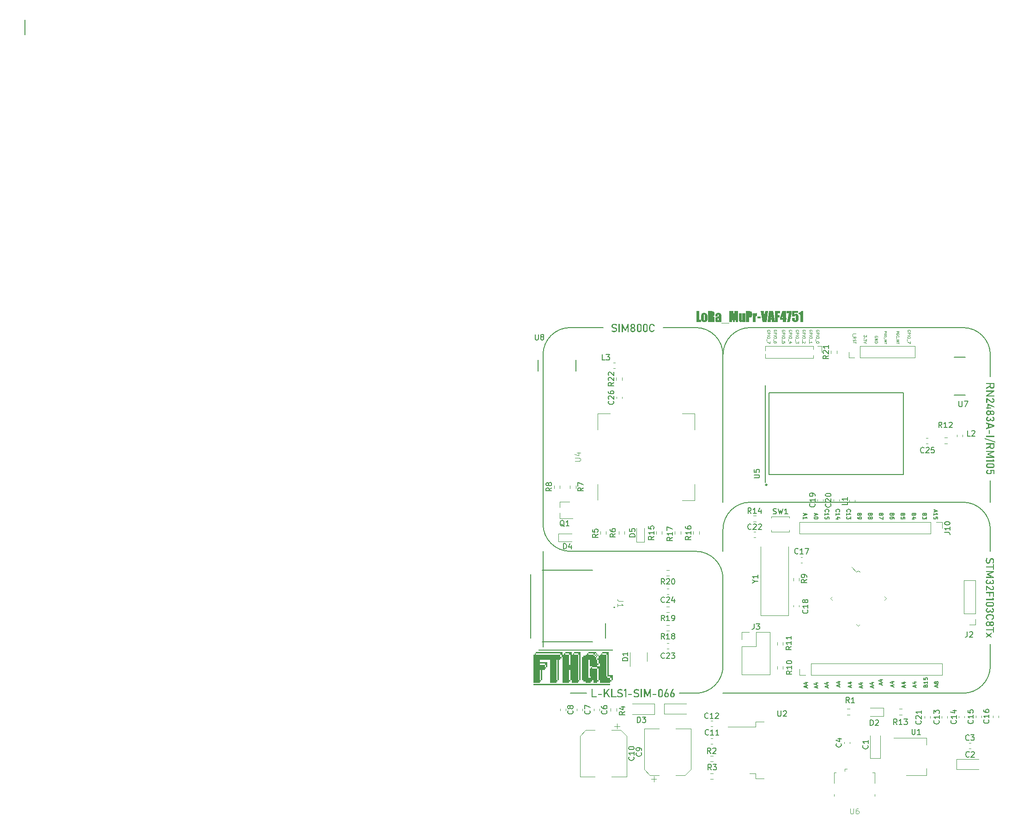
<source format=gbr>
%TF.GenerationSoftware,KiCad,Pcbnew,7.0.5*%
%TF.CreationDate,2024-05-26T12:31:29+03:00*%
%TF.ProjectId,LoRa_MuPr-VAF4751,4c6f5261-5f4d-4755-9072-2d5641463437,rev?*%
%TF.SameCoordinates,Original*%
%TF.FileFunction,Legend,Top*%
%TF.FilePolarity,Positive*%
%FSLAX46Y46*%
G04 Gerber Fmt 4.6, Leading zero omitted, Abs format (unit mm)*
G04 Created by KiCad (PCBNEW 7.0.5) date 2024-05-26 12:31:29*
%MOMM*%
%LPD*%
G01*
G04 APERTURE LIST*
%ADD10C,0.150000*%
%ADD11C,0.200000*%
%ADD12C,0.100000*%
%ADD13C,0.187500*%
%ADD14C,0.300000*%
%ADD15C,0.120000*%
%ADD16C,0.127000*%
%ADD17C,0.254000*%
G04 APERTURE END LIST*
D10*
X123000000Y-55000000D02*
X117000000Y-55000000D01*
D11*
X177000000Y-92000000D02*
G75*
G03*
X172000000Y-87000000I-5000000J0D01*
G01*
X128000000Y-87000000D02*
X128000000Y-60000000D01*
X177000000Y-60000000D02*
G75*
G03*
X172000000Y-55000000I-5000000J0D01*
G01*
X128000000Y-96000000D02*
X128000000Y-92000000D01*
X177000000Y-92000000D02*
X177000000Y-96000000D01*
X95000000Y-91000000D02*
X95000000Y-67000000D01*
X128000000Y-101000000D02*
G75*
G03*
X123000000Y-96000000I-5000000J0D01*
G01*
X133000000Y-87000000D02*
G75*
G03*
X128000000Y-92000000I0J-5000000D01*
G01*
X123000000Y-96000000D02*
X100000000Y-96000000D01*
D10*
X123000000Y-122000000D02*
X120000000Y-122000000D01*
D11*
X133000000Y-87000000D02*
X172000000Y-87000000D01*
X100000000Y-55000000D02*
G75*
G03*
X95000000Y-60000000I0J-5000000D01*
G01*
X123000000Y-122000000D02*
G75*
G03*
X128000000Y-117000000I0J5000000D01*
G01*
X128000000Y-60000000D02*
G75*
G03*
X123000000Y-55000000I-5000000J0D01*
G01*
X128000000Y-122000000D02*
X172000000Y-122000000D01*
X177000000Y-87000000D02*
X177000000Y-83000000D01*
X172000000Y-55000000D02*
X133000000Y-55000000D01*
X172000000Y-122000000D02*
G75*
G03*
X177000000Y-117000000I0J5000000D01*
G01*
X95000000Y-91000000D02*
G75*
G03*
X100000000Y-96000000I5000000J0D01*
G01*
X133000000Y-55000000D02*
G75*
G03*
X128000000Y-60000000I0J-5000000D01*
G01*
X95000000Y-113500000D02*
X95000000Y-96000000D01*
X103000000Y-122000000D02*
X100000000Y-122000000D01*
X177000000Y-64000000D02*
X177000000Y-60000000D01*
D10*
X0Y-1350427D02*
X0Y1350427D01*
D11*
X106000000Y-55000000D02*
X100000000Y-55000000D01*
X177000000Y-117000000D02*
X177000000Y-113000000D01*
X95000000Y-60000000D02*
X95000000Y-67000000D01*
X128000000Y-117000000D02*
X128000000Y-101000000D01*
D10*
X147156533Y-120967982D02*
X147156533Y-120634649D01*
X147356533Y-121034649D02*
X146656533Y-120801316D01*
X146656533Y-120801316D02*
X147356533Y-120567982D01*
X146889866Y-120034649D02*
X147356533Y-120034649D01*
X146623200Y-120201316D02*
X147123200Y-120367982D01*
X147123200Y-120367982D02*
X147123200Y-119934649D01*
D12*
X144292580Y-55696741D02*
X144316390Y-55649122D01*
X144316390Y-55649122D02*
X144316390Y-55577693D01*
X144316390Y-55577693D02*
X144292580Y-55506265D01*
X144292580Y-55506265D02*
X144244961Y-55458646D01*
X144244961Y-55458646D02*
X144197342Y-55434836D01*
X144197342Y-55434836D02*
X144102104Y-55411027D01*
X144102104Y-55411027D02*
X144030676Y-55411027D01*
X144030676Y-55411027D02*
X143935438Y-55434836D01*
X143935438Y-55434836D02*
X143887819Y-55458646D01*
X143887819Y-55458646D02*
X143840200Y-55506265D01*
X143840200Y-55506265D02*
X143816390Y-55577693D01*
X143816390Y-55577693D02*
X143816390Y-55625312D01*
X143816390Y-55625312D02*
X143840200Y-55696741D01*
X143840200Y-55696741D02*
X143864009Y-55720550D01*
X143864009Y-55720550D02*
X144030676Y-55720550D01*
X144030676Y-55720550D02*
X144030676Y-55625312D01*
X143816390Y-55934836D02*
X144316390Y-55934836D01*
X144316390Y-55934836D02*
X144316390Y-56125312D01*
X144316390Y-56125312D02*
X144292580Y-56172931D01*
X144292580Y-56172931D02*
X144268771Y-56196741D01*
X144268771Y-56196741D02*
X144221152Y-56220550D01*
X144221152Y-56220550D02*
X144149723Y-56220550D01*
X144149723Y-56220550D02*
X144102104Y-56196741D01*
X144102104Y-56196741D02*
X144078295Y-56172931D01*
X144078295Y-56172931D02*
X144054485Y-56125312D01*
X144054485Y-56125312D02*
X144054485Y-55934836D01*
X143816390Y-56434836D02*
X144316390Y-56434836D01*
X144316390Y-56768169D02*
X144316390Y-56863407D01*
X144316390Y-56863407D02*
X144292580Y-56911026D01*
X144292580Y-56911026D02*
X144244961Y-56958645D01*
X144244961Y-56958645D02*
X144149723Y-56982455D01*
X144149723Y-56982455D02*
X143983057Y-56982455D01*
X143983057Y-56982455D02*
X143887819Y-56958645D01*
X143887819Y-56958645D02*
X143840200Y-56911026D01*
X143840200Y-56911026D02*
X143816390Y-56863407D01*
X143816390Y-56863407D02*
X143816390Y-56768169D01*
X143816390Y-56768169D02*
X143840200Y-56720550D01*
X143840200Y-56720550D02*
X143887819Y-56672931D01*
X143887819Y-56672931D02*
X143983057Y-56649122D01*
X143983057Y-56649122D02*
X144149723Y-56649122D01*
X144149723Y-56649122D02*
X144244961Y-56672931D01*
X144244961Y-56672931D02*
X144292580Y-56720550D01*
X144292580Y-56720550D02*
X144316390Y-56768169D01*
X143768771Y-57077694D02*
X143768771Y-57458646D01*
X143816390Y-57839598D02*
X143816390Y-57553884D01*
X143816390Y-57696741D02*
X144316390Y-57696741D01*
X144316390Y-57696741D02*
X144244961Y-57649122D01*
X144244961Y-57649122D02*
X144197342Y-57601503D01*
X144197342Y-57601503D02*
X144173533Y-57553884D01*
D10*
X166818472Y-88415350D02*
X166818472Y-88748683D01*
X166618472Y-88348683D02*
X167318472Y-88582017D01*
X167318472Y-88582017D02*
X166618472Y-88815350D01*
X166618472Y-89415350D02*
X166618472Y-89015350D01*
X166618472Y-89215350D02*
X167318472Y-89215350D01*
X167318472Y-89215350D02*
X167218472Y-89148683D01*
X167218472Y-89148683D02*
X167151806Y-89082017D01*
X167151806Y-89082017D02*
X167118472Y-89015350D01*
X167318472Y-90048684D02*
X167318472Y-89715350D01*
X167318472Y-89715350D02*
X166985139Y-89682017D01*
X166985139Y-89682017D02*
X167018472Y-89715350D01*
X167018472Y-89715350D02*
X167051806Y-89782017D01*
X167051806Y-89782017D02*
X167051806Y-89948684D01*
X167051806Y-89948684D02*
X167018472Y-90015350D01*
X167018472Y-90015350D02*
X166985139Y-90048684D01*
X166985139Y-90048684D02*
X166918472Y-90082017D01*
X166918472Y-90082017D02*
X166751806Y-90082017D01*
X166751806Y-90082017D02*
X166685139Y-90048684D01*
X166685139Y-90048684D02*
X166651806Y-90015350D01*
X166651806Y-90015350D02*
X166618472Y-89948684D01*
X166618472Y-89948684D02*
X166618472Y-89782017D01*
X166618472Y-89782017D02*
X166651806Y-89715350D01*
X166651806Y-89715350D02*
X166685139Y-89682017D01*
X157026801Y-89248684D02*
X156993468Y-89348684D01*
X156993468Y-89348684D02*
X156960134Y-89382017D01*
X156960134Y-89382017D02*
X156893468Y-89415350D01*
X156893468Y-89415350D02*
X156793468Y-89415350D01*
X156793468Y-89415350D02*
X156726801Y-89382017D01*
X156726801Y-89382017D02*
X156693468Y-89348684D01*
X156693468Y-89348684D02*
X156660134Y-89282017D01*
X156660134Y-89282017D02*
X156660134Y-89015350D01*
X156660134Y-89015350D02*
X157360134Y-89015350D01*
X157360134Y-89015350D02*
X157360134Y-89248684D01*
X157360134Y-89248684D02*
X157326801Y-89315350D01*
X157326801Y-89315350D02*
X157293468Y-89348684D01*
X157293468Y-89348684D02*
X157226801Y-89382017D01*
X157226801Y-89382017D02*
X157160134Y-89382017D01*
X157160134Y-89382017D02*
X157093468Y-89348684D01*
X157093468Y-89348684D02*
X157060134Y-89315350D01*
X157060134Y-89315350D02*
X157026801Y-89248684D01*
X157026801Y-89248684D02*
X157026801Y-89015350D01*
X157360134Y-89648684D02*
X157360134Y-90115350D01*
X157360134Y-90115350D02*
X156660134Y-89815350D01*
X142918472Y-89082017D02*
X142918472Y-89415350D01*
X142718472Y-89015350D02*
X143418472Y-89248684D01*
X143418472Y-89248684D02*
X142718472Y-89482017D01*
X142718472Y-90082017D02*
X142718472Y-89682017D01*
X142718472Y-89882017D02*
X143418472Y-89882017D01*
X143418472Y-89882017D02*
X143318472Y-89815350D01*
X143318472Y-89815350D02*
X143251806Y-89748684D01*
X143251806Y-89748684D02*
X143218472Y-89682017D01*
X161010133Y-89248684D02*
X160976800Y-89348684D01*
X160976800Y-89348684D02*
X160943466Y-89382017D01*
X160943466Y-89382017D02*
X160876800Y-89415350D01*
X160876800Y-89415350D02*
X160776800Y-89415350D01*
X160776800Y-89415350D02*
X160710133Y-89382017D01*
X160710133Y-89382017D02*
X160676800Y-89348684D01*
X160676800Y-89348684D02*
X160643466Y-89282017D01*
X160643466Y-89282017D02*
X160643466Y-89015350D01*
X160643466Y-89015350D02*
X161343466Y-89015350D01*
X161343466Y-89015350D02*
X161343466Y-89248684D01*
X161343466Y-89248684D02*
X161310133Y-89315350D01*
X161310133Y-89315350D02*
X161276800Y-89348684D01*
X161276800Y-89348684D02*
X161210133Y-89382017D01*
X161210133Y-89382017D02*
X161143466Y-89382017D01*
X161143466Y-89382017D02*
X161076800Y-89348684D01*
X161076800Y-89348684D02*
X161043466Y-89315350D01*
X161043466Y-89315350D02*
X161010133Y-89248684D01*
X161010133Y-89248684D02*
X161010133Y-89015350D01*
X161343466Y-90048684D02*
X161343466Y-89715350D01*
X161343466Y-89715350D02*
X161010133Y-89682017D01*
X161010133Y-89682017D02*
X161043466Y-89715350D01*
X161043466Y-89715350D02*
X161076800Y-89782017D01*
X161076800Y-89782017D02*
X161076800Y-89948684D01*
X161076800Y-89948684D02*
X161043466Y-90015350D01*
X161043466Y-90015350D02*
X161010133Y-90048684D01*
X161010133Y-90048684D02*
X160943466Y-90082017D01*
X160943466Y-90082017D02*
X160776800Y-90082017D01*
X160776800Y-90082017D02*
X160710133Y-90048684D01*
X160710133Y-90048684D02*
X160676800Y-90015350D01*
X160676800Y-90015350D02*
X160643466Y-89948684D01*
X160643466Y-89948684D02*
X160643466Y-89782017D01*
X160643466Y-89782017D02*
X160676800Y-89715350D01*
X160676800Y-89715350D02*
X160710133Y-89682017D01*
D13*
G36*
X176885512Y-65248378D02*
G01*
X177084448Y-65248378D01*
X177084448Y-65756891D01*
X177085005Y-65773680D01*
X177086676Y-65789838D01*
X177089462Y-65805365D01*
X177093361Y-65820261D01*
X177098375Y-65834526D01*
X177104502Y-65848159D01*
X177111744Y-65861161D01*
X177120100Y-65873533D01*
X177129570Y-65885273D01*
X177140154Y-65896382D01*
X177147829Y-65903437D01*
X177160143Y-65913324D01*
X177173177Y-65922238D01*
X177186933Y-65930179D01*
X177201410Y-65937148D01*
X177216608Y-65943145D01*
X177232528Y-65948169D01*
X177249169Y-65952221D01*
X177266531Y-65955301D01*
X177284615Y-65957408D01*
X177303420Y-65958542D01*
X177316357Y-65958758D01*
X177335574Y-65958272D01*
X177354069Y-65956813D01*
X177371844Y-65954382D01*
X177388897Y-65950979D01*
X177405229Y-65946603D01*
X177420839Y-65941254D01*
X177435729Y-65934933D01*
X177449897Y-65927640D01*
X177463343Y-65919374D01*
X177476069Y-65910136D01*
X177484152Y-65903437D01*
X177495544Y-65892749D01*
X177505816Y-65881429D01*
X177514967Y-65869479D01*
X177522998Y-65856897D01*
X177529908Y-65843685D01*
X177535697Y-65829841D01*
X177540366Y-65815366D01*
X177543915Y-65800260D01*
X177546343Y-65784523D01*
X177547650Y-65768154D01*
X177547899Y-65756891D01*
X177547899Y-65248378D01*
X177746835Y-65248378D01*
X177746835Y-65748831D01*
X177746624Y-65764961D01*
X177745993Y-65780837D01*
X177744941Y-65796457D01*
X177743469Y-65811823D01*
X177741575Y-65826934D01*
X177739261Y-65841791D01*
X177736527Y-65856392D01*
X177733371Y-65870739D01*
X177727849Y-65891782D01*
X177721380Y-65912251D01*
X177713964Y-65932148D01*
X177705602Y-65951471D01*
X177696293Y-65970221D01*
X177692979Y-65976344D01*
X177682508Y-65994233D01*
X177671289Y-66011356D01*
X177659324Y-66027712D01*
X177646611Y-66043302D01*
X177633152Y-66058126D01*
X177618945Y-66072184D01*
X177603991Y-66085475D01*
X177588291Y-66097999D01*
X177571843Y-66109758D01*
X177554648Y-66120750D01*
X177542770Y-66127652D01*
X177524407Y-66137277D01*
X177505452Y-66145955D01*
X177485905Y-66153686D01*
X177465765Y-66160470D01*
X177445032Y-66166308D01*
X177423707Y-66171199D01*
X177409161Y-66173934D01*
X177394352Y-66176248D01*
X177379280Y-66178142D01*
X177363944Y-66179614D01*
X177348345Y-66180666D01*
X177332483Y-66181297D01*
X177316357Y-66181508D01*
X177300317Y-66181294D01*
X177284529Y-66180655D01*
X177268993Y-66179588D01*
X177253709Y-66178096D01*
X177238676Y-66176177D01*
X177223896Y-66173831D01*
X177209367Y-66171059D01*
X177188046Y-66166101D01*
X177167292Y-66160184D01*
X177147105Y-66153307D01*
X177127485Y-66145471D01*
X177108431Y-66136675D01*
X177089944Y-66126919D01*
X177072185Y-66116376D01*
X177055181Y-66105079D01*
X177038929Y-66093029D01*
X177023431Y-66080225D01*
X177008687Y-66066668D01*
X176994696Y-66052357D01*
X176981459Y-66037293D01*
X176968975Y-66021475D01*
X176957244Y-66004904D01*
X176946267Y-65987579D01*
X176939368Y-65975611D01*
X176929743Y-65957183D01*
X176921065Y-65938169D01*
X176913334Y-65918569D01*
X176906550Y-65898382D01*
X176900712Y-65877610D01*
X176895821Y-65856252D01*
X176893086Y-65841688D01*
X176890772Y-65826863D01*
X176888878Y-65811777D01*
X176887406Y-65796432D01*
X176886354Y-65780825D01*
X176885723Y-65764959D01*
X176885512Y-65748831D01*
X176885512Y-65248378D01*
G37*
G36*
X176255000Y-65157153D02*
G01*
X177746835Y-65157153D01*
X177746835Y-65366347D01*
X176255000Y-65366347D01*
X176255000Y-65157153D01*
G37*
G36*
X176255000Y-65995761D02*
G01*
X176931674Y-65654309D01*
X176978935Y-65862404D01*
X176255000Y-66244156D01*
X176255000Y-65995761D01*
G37*
G36*
X176256099Y-66525890D02*
G01*
X177745736Y-66525890D01*
X177745736Y-66715667D01*
X176593520Y-67444732D01*
X176566775Y-67419819D01*
X177745736Y-67419819D01*
X177745736Y-67627181D01*
X176256099Y-67627181D01*
X176256099Y-67435206D01*
X177391095Y-66708339D01*
X177417840Y-66732886D01*
X176256099Y-66732886D01*
X176256099Y-66525890D01*
G37*
G36*
X176255000Y-67942254D02*
G01*
X176436350Y-67942254D01*
X177129511Y-68462125D01*
X177144498Y-68473082D01*
X177159599Y-68483420D01*
X177174814Y-68493140D01*
X177190144Y-68502242D01*
X177205589Y-68510726D01*
X177221148Y-68518591D01*
X177236821Y-68525838D01*
X177252609Y-68532467D01*
X177268432Y-68538392D01*
X177284025Y-68543527D01*
X177299390Y-68547872D01*
X177314525Y-68551426D01*
X177329431Y-68554191D01*
X177344109Y-68556166D01*
X177362134Y-68557524D01*
X177372777Y-68557746D01*
X177374609Y-68557746D01*
X177391016Y-68557286D01*
X177406714Y-68555904D01*
X177421704Y-68553602D01*
X177440589Y-68549100D01*
X177458215Y-68542960D01*
X177474581Y-68535184D01*
X177489688Y-68525770D01*
X177503535Y-68514719D01*
X177513094Y-68505356D01*
X177524686Y-68491572D01*
X177534733Y-68476413D01*
X177543234Y-68459881D01*
X177550189Y-68441975D01*
X177554391Y-68427644D01*
X177557724Y-68412540D01*
X177560187Y-68396663D01*
X177561781Y-68380014D01*
X177562505Y-68362591D01*
X177562554Y-68356612D01*
X177562080Y-68340004D01*
X177560660Y-68323974D01*
X177558294Y-68308525D01*
X177554980Y-68293655D01*
X177550720Y-68279365D01*
X177545513Y-68265654D01*
X177537098Y-68248274D01*
X177527001Y-68231925D01*
X177515220Y-68216607D01*
X177508698Y-68209334D01*
X177498207Y-68199076D01*
X177486931Y-68189597D01*
X177474869Y-68180898D01*
X177462021Y-68172978D01*
X177448387Y-68165837D01*
X177433968Y-68159475D01*
X177418763Y-68153893D01*
X177402773Y-68149090D01*
X177385997Y-68145066D01*
X177368435Y-68141821D01*
X177356290Y-68140091D01*
X177355191Y-68140091D01*
X177355191Y-67923936D01*
X177356290Y-67923936D01*
X177380040Y-67927704D01*
X177403111Y-67932139D01*
X177425503Y-67937241D01*
X177447218Y-67943010D01*
X177468253Y-67949446D01*
X177488611Y-67956548D01*
X177508290Y-67964318D01*
X177527291Y-67972754D01*
X177545614Y-67981857D01*
X177563258Y-67991628D01*
X177580224Y-68002065D01*
X177596511Y-68013169D01*
X177612120Y-68024940D01*
X177627051Y-68037377D01*
X177641303Y-68050482D01*
X177654877Y-68064254D01*
X177667743Y-68078610D01*
X177679779Y-68093471D01*
X177690984Y-68108836D01*
X177701360Y-68124704D01*
X177710905Y-68141076D01*
X177719621Y-68157951D01*
X177727506Y-68175331D01*
X177734562Y-68193214D01*
X177740787Y-68211601D01*
X177746182Y-68230491D01*
X177750747Y-68249886D01*
X177754483Y-68269784D01*
X177757388Y-68290186D01*
X177759463Y-68311092D01*
X177760708Y-68332501D01*
X177761123Y-68354414D01*
X177760727Y-68379198D01*
X177759537Y-68403266D01*
X177757555Y-68426619D01*
X177754780Y-68449257D01*
X177751213Y-68471178D01*
X177746852Y-68492385D01*
X177741699Y-68512875D01*
X177735752Y-68532650D01*
X177729013Y-68551710D01*
X177721481Y-68570054D01*
X177713156Y-68587682D01*
X177704039Y-68604595D01*
X177694128Y-68620792D01*
X177683425Y-68636274D01*
X177671929Y-68651040D01*
X177659640Y-68665091D01*
X177646627Y-68678400D01*
X177632958Y-68690851D01*
X177618635Y-68702443D01*
X177603655Y-68713176D01*
X177588020Y-68723051D01*
X177571730Y-68732067D01*
X177554784Y-68740224D01*
X177537183Y-68747523D01*
X177518926Y-68753963D01*
X177500014Y-68759544D01*
X177480446Y-68764267D01*
X177460223Y-68768131D01*
X177439345Y-68771136D01*
X177417811Y-68773283D01*
X177395622Y-68774571D01*
X177372777Y-68775000D01*
X177371678Y-68775000D01*
X177356772Y-68774710D01*
X177341732Y-68773841D01*
X177326556Y-68772392D01*
X177311245Y-68770363D01*
X177295799Y-68767755D01*
X177280217Y-68764567D01*
X177264500Y-68760800D01*
X177248648Y-68756453D01*
X177232661Y-68751526D01*
X177216538Y-68746020D01*
X177205715Y-68742027D01*
X177189571Y-68735685D01*
X177173562Y-68728886D01*
X177157689Y-68721629D01*
X177141950Y-68713915D01*
X177126347Y-68705743D01*
X177110879Y-68697115D01*
X177095547Y-68688029D01*
X177080350Y-68678486D01*
X177065287Y-68668486D01*
X177050361Y-68658028D01*
X177040484Y-68650803D01*
X176453935Y-68219226D01*
X176453935Y-68783060D01*
X176255000Y-68783060D01*
X176255000Y-67942254D01*
G37*
G36*
X176483611Y-68967342D02*
G01*
X176665327Y-68967342D01*
X177745003Y-69467795D01*
X177745003Y-69682851D01*
X176677418Y-69194854D01*
X176677418Y-69926117D01*
X176483611Y-69926117D01*
X176483611Y-68967342D01*
G37*
G36*
X176253900Y-69610311D02*
G01*
X177131709Y-69610311D01*
X177131709Y-69814376D01*
X176253900Y-69814376D01*
X176253900Y-69610311D01*
G37*
G36*
X176699349Y-70167308D02*
G01*
X176719943Y-70168776D01*
X176740299Y-70171223D01*
X176760416Y-70174649D01*
X176780295Y-70179054D01*
X176799936Y-70184438D01*
X176819339Y-70190801D01*
X176838503Y-70198142D01*
X176857429Y-70206463D01*
X176876117Y-70215762D01*
X176888443Y-70222506D01*
X176906500Y-70233344D01*
X176923713Y-70244839D01*
X176940082Y-70256992D01*
X176955608Y-70269801D01*
X176970290Y-70283267D01*
X176984129Y-70297390D01*
X176997124Y-70312170D01*
X177009275Y-70327606D01*
X177020582Y-70343700D01*
X177031046Y-70360450D01*
X177037554Y-70371982D01*
X177045929Y-70357611D01*
X177054980Y-70343762D01*
X177064708Y-70330434D01*
X177075112Y-70317629D01*
X177086192Y-70305344D01*
X177097948Y-70293582D01*
X177110380Y-70282341D01*
X177123489Y-70271621D01*
X177137274Y-70261423D01*
X177151735Y-70251747D01*
X177161751Y-70245586D01*
X177177144Y-70237009D01*
X177192685Y-70229276D01*
X177208373Y-70222386D01*
X177224210Y-70216340D01*
X177240196Y-70211138D01*
X177256329Y-70206779D01*
X177272610Y-70203264D01*
X177289040Y-70200592D01*
X177305617Y-70198764D01*
X177322343Y-70197780D01*
X177333576Y-70197593D01*
X177369480Y-70197593D01*
X177391414Y-70198044D01*
X177412796Y-70199396D01*
X177433626Y-70201650D01*
X177453904Y-70204806D01*
X177473629Y-70208863D01*
X177492801Y-70213822D01*
X177511421Y-70219682D01*
X177529489Y-70226444D01*
X177547005Y-70234108D01*
X177563968Y-70242673D01*
X177580378Y-70252140D01*
X177596236Y-70262508D01*
X177611542Y-70273778D01*
X177626295Y-70285949D01*
X177640496Y-70299023D01*
X177654145Y-70312997D01*
X177667099Y-70327716D01*
X177679218Y-70343022D01*
X177690501Y-70358915D01*
X177700948Y-70375394D01*
X177710559Y-70392460D01*
X177719335Y-70410113D01*
X177727274Y-70428352D01*
X177734378Y-70447178D01*
X177740647Y-70466591D01*
X177746079Y-70486591D01*
X177750676Y-70507178D01*
X177754437Y-70528351D01*
X177757362Y-70550111D01*
X177759451Y-70572458D01*
X177760705Y-70595391D01*
X177761123Y-70618912D01*
X177760705Y-70642475D01*
X177759451Y-70665446D01*
X177757362Y-70687824D01*
X177754437Y-70709610D01*
X177750676Y-70730803D01*
X177746079Y-70751404D01*
X177740647Y-70771412D01*
X177734378Y-70790828D01*
X177727274Y-70809651D01*
X177719335Y-70827882D01*
X177710559Y-70845521D01*
X177700948Y-70862567D01*
X177690501Y-70879020D01*
X177679218Y-70894881D01*
X177667099Y-70910150D01*
X177654145Y-70924826D01*
X177640496Y-70938801D01*
X177626295Y-70951874D01*
X177611542Y-70964045D01*
X177596236Y-70975315D01*
X177580378Y-70985684D01*
X177563968Y-70995151D01*
X177547005Y-71003716D01*
X177529489Y-71011379D01*
X177511421Y-71018141D01*
X177492801Y-71024002D01*
X177473629Y-71028961D01*
X177453904Y-71033018D01*
X177433626Y-71036173D01*
X177412796Y-71038427D01*
X177391414Y-71039780D01*
X177369480Y-71040231D01*
X177333576Y-71040231D01*
X177316365Y-71039802D01*
X177299354Y-71038518D01*
X177282542Y-71036376D01*
X177265930Y-71033378D01*
X177249518Y-71029524D01*
X177233305Y-71024813D01*
X177217292Y-71019246D01*
X177201479Y-71012822D01*
X177185865Y-71005542D01*
X177170451Y-70997405D01*
X177160286Y-70991504D01*
X177145449Y-70982156D01*
X177131301Y-70972249D01*
X177117843Y-70961780D01*
X177105073Y-70950752D01*
X177092993Y-70939163D01*
X177081602Y-70927014D01*
X177070900Y-70914305D01*
X177060886Y-70901035D01*
X177051562Y-70887205D01*
X177042927Y-70872815D01*
X177037554Y-70862910D01*
X177027652Y-70880301D01*
X177016907Y-70897029D01*
X177005318Y-70913094D01*
X176992886Y-70928495D01*
X176979610Y-70943233D01*
X176965490Y-70957308D01*
X176950527Y-70970719D01*
X176934720Y-70983467D01*
X176918069Y-70995552D01*
X176900575Y-71006973D01*
X176888443Y-71014219D01*
X176869914Y-71024367D01*
X176851147Y-71033517D01*
X176832142Y-71041669D01*
X176812898Y-71048823D01*
X176793416Y-71054979D01*
X176773695Y-71060136D01*
X176753737Y-71064295D01*
X176733540Y-71067456D01*
X176713105Y-71069619D01*
X176692431Y-71070783D01*
X176678517Y-71071005D01*
X176653970Y-71071005D01*
X176638433Y-71070785D01*
X176623144Y-71070124D01*
X176608105Y-71069022D01*
X176593314Y-71067479D01*
X176578772Y-71065495D01*
X176557427Y-71061694D01*
X176536642Y-71056900D01*
X176516417Y-71051115D01*
X176496753Y-71044338D01*
X176477648Y-71036569D01*
X176459104Y-71027809D01*
X176441121Y-71018056D01*
X176435251Y-71014585D01*
X176418170Y-71003672D01*
X176401823Y-70991955D01*
X176386210Y-70979432D01*
X176371332Y-70966105D01*
X176357187Y-70951972D01*
X176343777Y-70937035D01*
X176331101Y-70921292D01*
X176319159Y-70904744D01*
X176307951Y-70887392D01*
X176297478Y-70869234D01*
X176290903Y-70856682D01*
X176281737Y-70837348D01*
X176273472Y-70817402D01*
X176266109Y-70796845D01*
X176261701Y-70782800D01*
X176257694Y-70768483D01*
X176254088Y-70753894D01*
X176250882Y-70739034D01*
X176248077Y-70723901D01*
X176245673Y-70708497D01*
X176243669Y-70692820D01*
X176242067Y-70676872D01*
X176240864Y-70660652D01*
X176240063Y-70644160D01*
X176239662Y-70627396D01*
X176239612Y-70618912D01*
X176440746Y-70618912D01*
X176441300Y-70639143D01*
X176442962Y-70658621D01*
X176445731Y-70677345D01*
X176449608Y-70695316D01*
X176454592Y-70712533D01*
X176460684Y-70728997D01*
X176467884Y-70744707D01*
X176476192Y-70759664D01*
X176485607Y-70773868D01*
X176496130Y-70787318D01*
X176503761Y-70795866D01*
X176515924Y-70807847D01*
X176528782Y-70818650D01*
X176542336Y-70828275D01*
X176556586Y-70836721D01*
X176571531Y-70843988D01*
X176587172Y-70850077D01*
X176603508Y-70854988D01*
X176620539Y-70858720D01*
X176638267Y-70861273D01*
X176656689Y-70862648D01*
X176669357Y-70862910D01*
X176683646Y-70862910D01*
X176702728Y-70862321D01*
X176721096Y-70860553D01*
X176738750Y-70857607D01*
X176755688Y-70853482D01*
X176771911Y-70848179D01*
X176787420Y-70841697D01*
X176802214Y-70834037D01*
X176816292Y-70825198D01*
X176829657Y-70815180D01*
X176842306Y-70803984D01*
X176850341Y-70795866D01*
X176861603Y-70782918D01*
X176871757Y-70769217D01*
X176880803Y-70754762D01*
X176888741Y-70739554D01*
X176895572Y-70723593D01*
X176901295Y-70706878D01*
X176905910Y-70689409D01*
X176909418Y-70671187D01*
X176911818Y-70652212D01*
X176913110Y-70632483D01*
X176913356Y-70618912D01*
X177114124Y-70618912D01*
X177114655Y-70636447D01*
X177116249Y-70653331D01*
X177118905Y-70669565D01*
X177122625Y-70685149D01*
X177127406Y-70700082D01*
X177133251Y-70714365D01*
X177140157Y-70727998D01*
X177148127Y-70740980D01*
X177157159Y-70753311D01*
X177167254Y-70764992D01*
X177174574Y-70772418D01*
X177186315Y-70782894D01*
X177198732Y-70792339D01*
X177211826Y-70800754D01*
X177225596Y-70808139D01*
X177240042Y-70814493D01*
X177255164Y-70819817D01*
X177270962Y-70824110D01*
X177287437Y-70827373D01*
X177304588Y-70829605D01*
X177322415Y-70830808D01*
X177334675Y-70831037D01*
X177348963Y-70831037D01*
X177366561Y-70830521D01*
X177383494Y-70828976D01*
X177399765Y-70826400D01*
X177415372Y-70822793D01*
X177430316Y-70818157D01*
X177444597Y-70812489D01*
X177458215Y-70805792D01*
X177471169Y-70798064D01*
X177483459Y-70789305D01*
X177495087Y-70779517D01*
X177502470Y-70772418D01*
X177512815Y-70761171D01*
X177522142Y-70749273D01*
X177530452Y-70736725D01*
X177537744Y-70723526D01*
X177544019Y-70709677D01*
X177549276Y-70695177D01*
X177553515Y-70680027D01*
X177556738Y-70664226D01*
X177558942Y-70647775D01*
X177560129Y-70630674D01*
X177560355Y-70618912D01*
X177559847Y-70601373D01*
X177558320Y-70584479D01*
X177555777Y-70568229D01*
X177552215Y-70552623D01*
X177547636Y-70537660D01*
X177542040Y-70523342D01*
X177535426Y-70509668D01*
X177527795Y-70496638D01*
X177519146Y-70484251D01*
X177509479Y-70472509D01*
X177502470Y-70465039D01*
X177491278Y-70454628D01*
X177479410Y-70445242D01*
X177466866Y-70436880D01*
X177453646Y-70429541D01*
X177439750Y-70423227D01*
X177425177Y-70417937D01*
X177409928Y-70413670D01*
X177394003Y-70410427D01*
X177377402Y-70408209D01*
X177360124Y-70407014D01*
X177348230Y-70406787D01*
X177332843Y-70406787D01*
X177314703Y-70407299D01*
X177297239Y-70408835D01*
X177280451Y-70411395D01*
X177264339Y-70414978D01*
X177248903Y-70419586D01*
X177234144Y-70425218D01*
X177220061Y-70431874D01*
X177206654Y-70439553D01*
X177193923Y-70448257D01*
X177181868Y-70457985D01*
X177174207Y-70465039D01*
X177163470Y-70476352D01*
X177153788Y-70488309D01*
X177145163Y-70500909D01*
X177137594Y-70514154D01*
X177131081Y-70528043D01*
X177125624Y-70542576D01*
X177121223Y-70557753D01*
X177117879Y-70573574D01*
X177115591Y-70590039D01*
X177114358Y-70607148D01*
X177114124Y-70618912D01*
X176913356Y-70618912D01*
X176912802Y-70598743D01*
X176911141Y-70579314D01*
X176908372Y-70560626D01*
X176904495Y-70542679D01*
X176899510Y-70525473D01*
X176893418Y-70509007D01*
X176886218Y-70493281D01*
X176877910Y-70478296D01*
X176868495Y-70464052D01*
X176857972Y-70450549D01*
X176850341Y-70441958D01*
X176838159Y-70429976D01*
X176825243Y-70419173D01*
X176811592Y-70409548D01*
X176797207Y-70401102D01*
X176782088Y-70393835D01*
X176766235Y-70387746D01*
X176749648Y-70382835D01*
X176732326Y-70379103D01*
X176714271Y-70376550D01*
X176695481Y-70375175D01*
X176682547Y-70374913D01*
X176667159Y-70374913D01*
X176648283Y-70375502D01*
X176630121Y-70377270D01*
X176612674Y-70380216D01*
X176595942Y-70384341D01*
X176579924Y-70389645D01*
X176564622Y-70396126D01*
X176550034Y-70403787D01*
X176536161Y-70412626D01*
X176523003Y-70422643D01*
X176510560Y-70433839D01*
X176502662Y-70441958D01*
X176491597Y-70454968D01*
X176481620Y-70468718D01*
X176472732Y-70483209D01*
X176464932Y-70498441D01*
X176458220Y-70514413D01*
X176452597Y-70531126D01*
X176448062Y-70548579D01*
X176444616Y-70566773D01*
X176442258Y-70585708D01*
X176440988Y-70605383D01*
X176440746Y-70618912D01*
X176239612Y-70618912D01*
X176239813Y-70602012D01*
X176240414Y-70585384D01*
X176241415Y-70569027D01*
X176242818Y-70552943D01*
X176244621Y-70537131D01*
X176246825Y-70521590D01*
X176249430Y-70506322D01*
X176252435Y-70491325D01*
X176255841Y-70476601D01*
X176259648Y-70462148D01*
X176263855Y-70447967D01*
X176270918Y-70427205D01*
X176278882Y-70407056D01*
X176287748Y-70387518D01*
X176290903Y-70381141D01*
X176300887Y-70362509D01*
X176311606Y-70344669D01*
X176323058Y-70327622D01*
X176335245Y-70311366D01*
X176348166Y-70295903D01*
X176361820Y-70281231D01*
X176376210Y-70267352D01*
X176391333Y-70254265D01*
X176407190Y-70241970D01*
X176423782Y-70230467D01*
X176435251Y-70223238D01*
X176453048Y-70213155D01*
X176471405Y-70204064D01*
X176490322Y-70195965D01*
X176509800Y-70188857D01*
X176529838Y-70182741D01*
X176550437Y-70177617D01*
X176571595Y-70173485D01*
X176593314Y-70170344D01*
X176608105Y-70168802D01*
X176623144Y-70167700D01*
X176638433Y-70167039D01*
X176653970Y-70166818D01*
X176678517Y-70166818D01*
X176699349Y-70167308D01*
G37*
G36*
X176239612Y-71748779D02*
G01*
X176239790Y-71733147D01*
X176240322Y-71717758D01*
X176241209Y-71702613D01*
X176242452Y-71687711D01*
X176244049Y-71673052D01*
X176247110Y-71651520D01*
X176250969Y-71630535D01*
X176255628Y-71610098D01*
X176261085Y-71590208D01*
X176267340Y-71570865D01*
X176274394Y-71552070D01*
X176282246Y-71533822D01*
X176285041Y-71527861D01*
X176293982Y-71510398D01*
X176303631Y-71493592D01*
X176313989Y-71477443D01*
X176325055Y-71461950D01*
X176336830Y-71447115D01*
X176349313Y-71432936D01*
X176362504Y-71419414D01*
X176376403Y-71406549D01*
X176391012Y-71394341D01*
X176406328Y-71382790D01*
X176416933Y-71375454D01*
X176433401Y-71365095D01*
X176450519Y-71355451D01*
X176468288Y-71346522D01*
X176486708Y-71338308D01*
X176505778Y-71330809D01*
X176525498Y-71324024D01*
X176545869Y-71317954D01*
X176566890Y-71312599D01*
X176581265Y-71309427D01*
X176595930Y-71306572D01*
X176610884Y-71304034D01*
X176626127Y-71301815D01*
X176626127Y-71515039D01*
X176608514Y-71518133D01*
X176591810Y-71522058D01*
X176576014Y-71526814D01*
X176561125Y-71532401D01*
X176547145Y-71538818D01*
X176534073Y-71546067D01*
X176518056Y-71557023D01*
X176503654Y-71569457D01*
X176490865Y-71583367D01*
X176485076Y-71590876D01*
X176474686Y-71606807D01*
X176465682Y-71623826D01*
X176459838Y-71637304D01*
X176454772Y-71651393D01*
X176450487Y-71666095D01*
X176446980Y-71681408D01*
X176444253Y-71697333D01*
X176442305Y-71713870D01*
X176441136Y-71731019D01*
X176440746Y-71748779D01*
X176441232Y-71767810D01*
X176442691Y-71786024D01*
X176445122Y-71803419D01*
X176448526Y-71819997D01*
X176452902Y-71835757D01*
X176458250Y-71850698D01*
X176464571Y-71864822D01*
X176471864Y-71878129D01*
X176480130Y-71890617D01*
X176489368Y-71902287D01*
X176496067Y-71909613D01*
X176506836Y-71919892D01*
X176518397Y-71929161D01*
X176530750Y-71937418D01*
X176543895Y-71944664D01*
X176557832Y-71950899D01*
X176572561Y-71956123D01*
X176588083Y-71960335D01*
X176604397Y-71963537D01*
X176621502Y-71965728D01*
X176639400Y-71966907D01*
X176651772Y-71967132D01*
X176696835Y-71967132D01*
X176717339Y-71966656D01*
X176736947Y-71965226D01*
X176755661Y-71962843D01*
X176773479Y-71959507D01*
X176790403Y-71955218D01*
X176806431Y-71949976D01*
X176821564Y-71943781D01*
X176835801Y-71936632D01*
X176849144Y-71928531D01*
X176861591Y-71919476D01*
X176869392Y-71912910D01*
X176880326Y-71902344D01*
X176890185Y-71890980D01*
X176898968Y-71878817D01*
X176906676Y-71865855D01*
X176913308Y-71852095D01*
X176918864Y-71837537D01*
X176923346Y-71822179D01*
X176926751Y-71806023D01*
X176929081Y-71789069D01*
X176930336Y-71771316D01*
X176930575Y-71759037D01*
X176930575Y-71653524D01*
X177129511Y-71653524D01*
X177129511Y-71759037D01*
X177129971Y-71775235D01*
X177131353Y-71790718D01*
X177133655Y-71805486D01*
X177138157Y-71824064D01*
X177144297Y-71841372D01*
X177152074Y-71857409D01*
X177161487Y-71872175D01*
X177172538Y-71885671D01*
X177181901Y-71894958D01*
X177195668Y-71906121D01*
X177210775Y-71915795D01*
X177227222Y-71923981D01*
X177245007Y-71930679D01*
X177259226Y-71934725D01*
X177274198Y-71937935D01*
X177289923Y-71940307D01*
X177306402Y-71941842D01*
X177323634Y-71942539D01*
X177329546Y-71942586D01*
X177375708Y-71942586D01*
X177391909Y-71942138D01*
X177407401Y-71940795D01*
X177422185Y-71938558D01*
X177440795Y-71934181D01*
X177458146Y-71928213D01*
X177474238Y-71920654D01*
X177489070Y-71911504D01*
X177502642Y-71900762D01*
X177511995Y-71891661D01*
X177523330Y-71878352D01*
X177533153Y-71863703D01*
X177541465Y-71847715D01*
X177548265Y-71830387D01*
X177553555Y-71811719D01*
X177556530Y-71796840D01*
X177558655Y-71781207D01*
X177559930Y-71764820D01*
X177560355Y-71747680D01*
X177559657Y-71728360D01*
X177557562Y-71709784D01*
X177554070Y-71691953D01*
X177549181Y-71674865D01*
X177542896Y-71658522D01*
X177535214Y-71642923D01*
X177526135Y-71628068D01*
X177515659Y-71613957D01*
X177503678Y-71600756D01*
X177490082Y-71588632D01*
X177474872Y-71577584D01*
X177458048Y-71567612D01*
X177444371Y-71560839D01*
X177429785Y-71554672D01*
X177414292Y-71549110D01*
X177397890Y-71544153D01*
X177380580Y-71539802D01*
X177374609Y-71538486D01*
X177374609Y-71326361D01*
X177397362Y-71330652D01*
X177419460Y-71335555D01*
X177440902Y-71341070D01*
X177461689Y-71347198D01*
X177481820Y-71353939D01*
X177501296Y-71361292D01*
X177520117Y-71369257D01*
X177538282Y-71377835D01*
X177555792Y-71387026D01*
X177572646Y-71396829D01*
X177588845Y-71407245D01*
X177604388Y-71418273D01*
X177619276Y-71429913D01*
X177633508Y-71442167D01*
X177647085Y-71455032D01*
X177660006Y-71468510D01*
X177672251Y-71482524D01*
X177683706Y-71496995D01*
X177694370Y-71511925D01*
X177704245Y-71527312D01*
X177713330Y-71543157D01*
X177721624Y-71559460D01*
X177729129Y-71576221D01*
X177735844Y-71593441D01*
X177741769Y-71611118D01*
X177746904Y-71629253D01*
X177751248Y-71647846D01*
X177754803Y-71666897D01*
X177757568Y-71686406D01*
X177759543Y-71706372D01*
X177760728Y-71726797D01*
X177761123Y-71747680D01*
X177760727Y-71771472D01*
X177759537Y-71794580D01*
X177757555Y-71817004D01*
X177754780Y-71838744D01*
X177751213Y-71859800D01*
X177746852Y-71880172D01*
X177741699Y-71899860D01*
X177735752Y-71918864D01*
X177729013Y-71937183D01*
X177721481Y-71954819D01*
X177713156Y-71971770D01*
X177704039Y-71988038D01*
X177694128Y-72003621D01*
X177683425Y-72018520D01*
X177671929Y-72032736D01*
X177659640Y-72046267D01*
X177646631Y-72059044D01*
X177632976Y-72070996D01*
X177618673Y-72082125D01*
X177603724Y-72092429D01*
X177588128Y-72101908D01*
X177571884Y-72110564D01*
X177554994Y-72118395D01*
X177537458Y-72125402D01*
X177519274Y-72131584D01*
X177500443Y-72136942D01*
X177480966Y-72141476D01*
X177460842Y-72145185D01*
X177440071Y-72148070D01*
X177418653Y-72150131D01*
X177396588Y-72151368D01*
X177373876Y-72151780D01*
X177348963Y-72151780D01*
X177328269Y-72151248D01*
X177308091Y-72149655D01*
X177288427Y-72146998D01*
X177269279Y-72143279D01*
X177250646Y-72138497D01*
X177232528Y-72132653D01*
X177214925Y-72125746D01*
X177197838Y-72117777D01*
X177181266Y-72108744D01*
X177165209Y-72098650D01*
X177154790Y-72091330D01*
X177139714Y-72079554D01*
X177125398Y-72066896D01*
X177111842Y-72053356D01*
X177099046Y-72038934D01*
X177087009Y-72023629D01*
X177075733Y-72007442D01*
X177065216Y-71990373D01*
X177055460Y-71972422D01*
X177046463Y-71953588D01*
X177038226Y-71933872D01*
X177033157Y-71920238D01*
X177029685Y-71935273D01*
X177025681Y-71949879D01*
X177021144Y-71964055D01*
X177013341Y-71984515D01*
X177004340Y-72004009D01*
X176994142Y-72022537D01*
X176982745Y-72040099D01*
X176970150Y-72056695D01*
X176956358Y-72072324D01*
X176941368Y-72086988D01*
X176925180Y-72100686D01*
X176913722Y-72109281D01*
X176895693Y-72121263D01*
X176876774Y-72132066D01*
X176856967Y-72141691D01*
X176843268Y-72147452D01*
X176829175Y-72152690D01*
X176814686Y-72157404D01*
X176799802Y-72161595D01*
X176784524Y-72165261D01*
X176768850Y-72168404D01*
X176752782Y-72171023D01*
X176736318Y-72173118D01*
X176719460Y-72174689D01*
X176702206Y-72175737D01*
X176684558Y-72176261D01*
X176675586Y-72176326D01*
X176650673Y-72176326D01*
X176626562Y-72175890D01*
X176603137Y-72174580D01*
X176580400Y-72172398D01*
X176558349Y-72169342D01*
X176536985Y-72165414D01*
X176516309Y-72160613D01*
X176496319Y-72154938D01*
X176477016Y-72148391D01*
X176458400Y-72140971D01*
X176440471Y-72132677D01*
X176423229Y-72123511D01*
X176406674Y-72113472D01*
X176390806Y-72102560D01*
X176375625Y-72090774D01*
X176361131Y-72078116D01*
X176347323Y-72064585D01*
X176334280Y-72050257D01*
X176322079Y-72035207D01*
X176310718Y-72019436D01*
X176300200Y-72002944D01*
X176290523Y-71985731D01*
X176281687Y-71967796D01*
X176273693Y-71949140D01*
X176266540Y-71929763D01*
X176260229Y-71909664D01*
X176254759Y-71888845D01*
X176250131Y-71867304D01*
X176246344Y-71845041D01*
X176243399Y-71822058D01*
X176241295Y-71798353D01*
X176240033Y-71773927D01*
X176239612Y-71748779D01*
G37*
G36*
X176255000Y-72359875D02*
G01*
X177745736Y-72909421D01*
X177745736Y-73087840D01*
X176255000Y-73637387D01*
X176255000Y-73412073D01*
X177457773Y-72998814D01*
X176255000Y-72585555D01*
X176255000Y-72359875D01*
G37*
G36*
X176582163Y-72613032D02*
G01*
X176781099Y-72613032D01*
X176781099Y-73397418D01*
X176582163Y-73397418D01*
X176582163Y-72613032D01*
G37*
G36*
X176888810Y-73810677D02*
G01*
X176888810Y-74499808D01*
X176689874Y-74499808D01*
X176689874Y-73810677D01*
X176888810Y-73810677D01*
G37*
G36*
X177745736Y-75047157D02*
G01*
X176255000Y-75047157D01*
X176255000Y-74837963D01*
X177745736Y-74837963D01*
X177745736Y-75047157D01*
G37*
G36*
X177922323Y-76112544D02*
G01*
X175972166Y-75420482D01*
X175972166Y-75220447D01*
X177922323Y-75912509D01*
X177922323Y-76112544D01*
G37*
G36*
X176885512Y-76300855D02*
G01*
X177084448Y-76300855D01*
X177084448Y-76809369D01*
X177085005Y-76826158D01*
X177086676Y-76842316D01*
X177089462Y-76857843D01*
X177093361Y-76872738D01*
X177098375Y-76887003D01*
X177104502Y-76900636D01*
X177111744Y-76913639D01*
X177120100Y-76926010D01*
X177129570Y-76937750D01*
X177140154Y-76948859D01*
X177147829Y-76955914D01*
X177160143Y-76965801D01*
X177173177Y-76974715D01*
X177186933Y-76982657D01*
X177201410Y-76989626D01*
X177216608Y-76995622D01*
X177232528Y-77000647D01*
X177249169Y-77004698D01*
X177266531Y-77007778D01*
X177284615Y-77009885D01*
X177303420Y-77011019D01*
X177316357Y-77011235D01*
X177335574Y-77010749D01*
X177354069Y-77009291D01*
X177371844Y-77006859D01*
X177388897Y-77003456D01*
X177405229Y-76999080D01*
X177420839Y-76993732D01*
X177435729Y-76987411D01*
X177449897Y-76980117D01*
X177463343Y-76971852D01*
X177476069Y-76962613D01*
X177484152Y-76955914D01*
X177495544Y-76945226D01*
X177505816Y-76933907D01*
X177514967Y-76921956D01*
X177522998Y-76909375D01*
X177529908Y-76896162D01*
X177535697Y-76882318D01*
X177540366Y-76867843D01*
X177543915Y-76852737D01*
X177546343Y-76837000D01*
X177547650Y-76820632D01*
X177547899Y-76809369D01*
X177547899Y-76300855D01*
X177746835Y-76300855D01*
X177746835Y-76801309D01*
X177746624Y-76817439D01*
X177745993Y-76833314D01*
X177744941Y-76848935D01*
X177743469Y-76864300D01*
X177741575Y-76879412D01*
X177739261Y-76894268D01*
X177736527Y-76908870D01*
X177733371Y-76923216D01*
X177727849Y-76944259D01*
X177721380Y-76964729D01*
X177713964Y-76984625D01*
X177705602Y-77003948D01*
X177696293Y-77022698D01*
X177692979Y-77028821D01*
X177682508Y-77046710D01*
X177671289Y-77063833D01*
X177659324Y-77080190D01*
X177646611Y-77095780D01*
X177633152Y-77110604D01*
X177618945Y-77124661D01*
X177603991Y-77137952D01*
X177588291Y-77150477D01*
X177571843Y-77162235D01*
X177554648Y-77173227D01*
X177542770Y-77180129D01*
X177524407Y-77189754D01*
X177505452Y-77198432D01*
X177485905Y-77206163D01*
X177465765Y-77212948D01*
X177445032Y-77218785D01*
X177423707Y-77223677D01*
X177409161Y-77226411D01*
X177394352Y-77228726D01*
X177379280Y-77230619D01*
X177363944Y-77232092D01*
X177348345Y-77233143D01*
X177332483Y-77233775D01*
X177316357Y-77233985D01*
X177300317Y-77233772D01*
X177284529Y-77233132D01*
X177268993Y-77232066D01*
X177253709Y-77230573D01*
X177238676Y-77228654D01*
X177223896Y-77226308D01*
X177209367Y-77223536D01*
X177188046Y-77218579D01*
X177167292Y-77212661D01*
X177147105Y-77205785D01*
X177127485Y-77197948D01*
X177108431Y-77189152D01*
X177089944Y-77179397D01*
X177072185Y-77168853D01*
X177055181Y-77157556D01*
X177038929Y-77145506D01*
X177023431Y-77132702D01*
X177008687Y-77119145D01*
X176994696Y-77104834D01*
X176981459Y-77089770D01*
X176968975Y-77073952D01*
X176957244Y-77057381D01*
X176946267Y-77040057D01*
X176939368Y-77028088D01*
X176929743Y-77009660D01*
X176921065Y-76990646D01*
X176913334Y-76971046D01*
X176906550Y-76950860D01*
X176900712Y-76930088D01*
X176895821Y-76908729D01*
X176893086Y-76894165D01*
X176890772Y-76879340D01*
X176888878Y-76864255D01*
X176887406Y-76848909D01*
X176886354Y-76833303D01*
X176885723Y-76817436D01*
X176885512Y-76801309D01*
X176885512Y-76300855D01*
G37*
G36*
X176255000Y-76209630D02*
G01*
X177746835Y-76209630D01*
X177746835Y-76418824D01*
X176255000Y-76418824D01*
X176255000Y-76209630D01*
G37*
G36*
X176255000Y-77048238D02*
G01*
X176931674Y-76706787D01*
X176978935Y-76914882D01*
X176255000Y-77296633D01*
X176255000Y-77048238D01*
G37*
G36*
X176761681Y-78211811D02*
G01*
X177745736Y-78649983D01*
X177745736Y-78845621D01*
X176255000Y-78845621D01*
X176255000Y-78641556D01*
X177371678Y-78641556D01*
X177306099Y-78651815D01*
X176461995Y-78284718D01*
X176461995Y-78139271D01*
X177285582Y-77772174D01*
X177371678Y-77782432D01*
X176255000Y-77782432D01*
X176255000Y-77578367D01*
X177745736Y-77578367D01*
X177745736Y-77774006D01*
X176761681Y-78211811D01*
G37*
G36*
X177745736Y-79542813D02*
G01*
X176255000Y-79542813D01*
X176255000Y-79333619D01*
X177518224Y-79333619D01*
X177388164Y-79121494D01*
X177604319Y-79121494D01*
X177745736Y-79333619D01*
X177745736Y-79542813D01*
G37*
G36*
X177365301Y-79881021D02*
G01*
X177389034Y-79882283D01*
X177412104Y-79884387D01*
X177434509Y-79887332D01*
X177456251Y-79891119D01*
X177477328Y-79895747D01*
X177497741Y-79901217D01*
X177517491Y-79907528D01*
X177536576Y-79914681D01*
X177554997Y-79922675D01*
X177572755Y-79931511D01*
X177589848Y-79941188D01*
X177606277Y-79951707D01*
X177622042Y-79963067D01*
X177637143Y-79975268D01*
X177651580Y-79988312D01*
X177665244Y-80002175D01*
X177678027Y-80016836D01*
X177689928Y-80032297D01*
X177700948Y-80048556D01*
X177711086Y-80065613D01*
X177720342Y-80083469D01*
X177728717Y-80102123D01*
X177736210Y-80121577D01*
X177742822Y-80141828D01*
X177748552Y-80162878D01*
X177753401Y-80184727D01*
X177757368Y-80207374D01*
X177760453Y-80230820D01*
X177762657Y-80255065D01*
X177763980Y-80280108D01*
X177764420Y-80305949D01*
X177763981Y-80331965D01*
X177762663Y-80357166D01*
X177760466Y-80381551D01*
X177757391Y-80405120D01*
X177753437Y-80427873D01*
X177748604Y-80449810D01*
X177742892Y-80470932D01*
X177736302Y-80491238D01*
X177728833Y-80510728D01*
X177720485Y-80529403D01*
X177711259Y-80547262D01*
X177701154Y-80564305D01*
X177690170Y-80580532D01*
X177678308Y-80595944D01*
X177665566Y-80610540D01*
X177651946Y-80624320D01*
X177637594Y-80637319D01*
X177622563Y-80649479D01*
X177606854Y-80660800D01*
X177590466Y-80671283D01*
X177573400Y-80680927D01*
X177555656Y-80689733D01*
X177537233Y-80697700D01*
X177518132Y-80704828D01*
X177498353Y-80711118D01*
X177477895Y-80716569D01*
X177456759Y-80721182D01*
X177434944Y-80724956D01*
X177412452Y-80727891D01*
X177389280Y-80729987D01*
X177365431Y-80731245D01*
X177340903Y-80731665D01*
X176663129Y-80731665D01*
X176638732Y-80731245D01*
X176614998Y-80729987D01*
X176591929Y-80727891D01*
X176569523Y-80724956D01*
X176547782Y-80721182D01*
X176526704Y-80716569D01*
X176506291Y-80711118D01*
X176486542Y-80704828D01*
X176467456Y-80697700D01*
X176449035Y-80689733D01*
X176431278Y-80680927D01*
X176414185Y-80671283D01*
X176397756Y-80660800D01*
X176381991Y-80649479D01*
X176366889Y-80637319D01*
X176352452Y-80624320D01*
X176338788Y-80610540D01*
X176326005Y-80595944D01*
X176314104Y-80580532D01*
X176303085Y-80564305D01*
X176292947Y-80547262D01*
X176283690Y-80529403D01*
X176275316Y-80510728D01*
X176267822Y-80491238D01*
X176261211Y-80470932D01*
X176255480Y-80449810D01*
X176250632Y-80427873D01*
X176246665Y-80405120D01*
X176243579Y-80381551D01*
X176241375Y-80357166D01*
X176240053Y-80331965D01*
X176239612Y-80305949D01*
X176438548Y-80305949D01*
X176439073Y-80326952D01*
X176440647Y-80346822D01*
X176443272Y-80365558D01*
X176446946Y-80383161D01*
X176451669Y-80399630D01*
X176457443Y-80414966D01*
X176464266Y-80429168D01*
X176472139Y-80442237D01*
X176481062Y-80454172D01*
X176491034Y-80464974D01*
X176498265Y-80471546D01*
X176509924Y-80480647D01*
X176522368Y-80488852D01*
X176535598Y-80496163D01*
X176549614Y-80502578D01*
X176564415Y-80508098D01*
X176580002Y-80512723D01*
X176596374Y-80516453D01*
X176613533Y-80519288D01*
X176631477Y-80521227D01*
X176650206Y-80522272D01*
X176663129Y-80522471D01*
X177340903Y-80522471D01*
X177360281Y-80522023D01*
X177378848Y-80520680D01*
X177396603Y-80518442D01*
X177413546Y-80515309D01*
X177429679Y-80511281D01*
X177444999Y-80506358D01*
X177459509Y-80500539D01*
X177473206Y-80493826D01*
X177486093Y-80486217D01*
X177498168Y-80477713D01*
X177505767Y-80471546D01*
X177516439Y-80461500D01*
X177526062Y-80450320D01*
X177534634Y-80438006D01*
X177542157Y-80424560D01*
X177548631Y-80409980D01*
X177554054Y-80394266D01*
X177558428Y-80377419D01*
X177561752Y-80359439D01*
X177564027Y-80340325D01*
X177565251Y-80320077D01*
X177565484Y-80305949D01*
X177564960Y-80285009D01*
X177563385Y-80265188D01*
X177560761Y-80246489D01*
X177557087Y-80228910D01*
X177552363Y-80212451D01*
X177546590Y-80197113D01*
X177539766Y-80182896D01*
X177531893Y-80169799D01*
X177522971Y-80157823D01*
X177512999Y-80146967D01*
X177505767Y-80140353D01*
X177490208Y-80128503D01*
X177477592Y-80120653D01*
X177464165Y-80113691D01*
X177449926Y-80107618D01*
X177434876Y-80102434D01*
X177419014Y-80098138D01*
X177402341Y-80094732D01*
X177384856Y-80092214D01*
X177366560Y-80090584D01*
X177347453Y-80089844D01*
X177340903Y-80089794D01*
X176663129Y-80089794D01*
X176643876Y-80090239D01*
X176625408Y-80091572D01*
X176607726Y-80093794D01*
X176590830Y-80096904D01*
X176574719Y-80100903D01*
X176559394Y-80105791D01*
X176544854Y-80111568D01*
X176531101Y-80118233D01*
X176518133Y-80125788D01*
X176505950Y-80134230D01*
X176498265Y-80140353D01*
X176487593Y-80150461D01*
X176477971Y-80161691D01*
X176469398Y-80174040D01*
X176461875Y-80187511D01*
X176455402Y-80202102D01*
X176449978Y-80217813D01*
X176445604Y-80234645D01*
X176442280Y-80252598D01*
X176440006Y-80271671D01*
X176438781Y-80291864D01*
X176438548Y-80305949D01*
X176239612Y-80305949D01*
X176240059Y-80279714D01*
X176241398Y-80254315D01*
X176243631Y-80229751D01*
X176246756Y-80206023D01*
X176250775Y-80183131D01*
X176255686Y-80161075D01*
X176261491Y-80139855D01*
X176268189Y-80119470D01*
X176275779Y-80099921D01*
X176284263Y-80081208D01*
X176293639Y-80063330D01*
X176303909Y-80046289D01*
X176315072Y-80030083D01*
X176327127Y-80014713D01*
X176340076Y-80000178D01*
X176353918Y-79986480D01*
X176368521Y-79973658D01*
X176383754Y-79961664D01*
X176399616Y-79950497D01*
X176416108Y-79940157D01*
X176433230Y-79930645D01*
X176450981Y-79921959D01*
X176469363Y-79914101D01*
X176488374Y-79907070D01*
X176508014Y-79900866D01*
X176528284Y-79895490D01*
X176549184Y-79890940D01*
X176570714Y-79887218D01*
X176592873Y-79884323D01*
X176615662Y-79882255D01*
X176639081Y-79881014D01*
X176663129Y-79880600D01*
X177340903Y-79880600D01*
X177365301Y-79881021D01*
G37*
G36*
X176239612Y-81454501D02*
G01*
X176239994Y-81433488D01*
X176241141Y-81412948D01*
X176243051Y-81392879D01*
X176245726Y-81373283D01*
X176249165Y-81354159D01*
X176253368Y-81335507D01*
X176258335Y-81317328D01*
X176264067Y-81299621D01*
X176270563Y-81282386D01*
X176277823Y-81265623D01*
X176285847Y-81249333D01*
X176294636Y-81233515D01*
X176304188Y-81218169D01*
X176314505Y-81203296D01*
X176325586Y-81188894D01*
X176337431Y-81174965D01*
X176350018Y-81161637D01*
X176363232Y-81148948D01*
X176377072Y-81136896D01*
X176391539Y-81125483D01*
X176406633Y-81114708D01*
X176422354Y-81104572D01*
X176438701Y-81095074D01*
X176455676Y-81086214D01*
X176473277Y-81077992D01*
X176491505Y-81070408D01*
X176510360Y-81063463D01*
X176529841Y-81057156D01*
X176549950Y-81051488D01*
X176570685Y-81046457D01*
X176592047Y-81042065D01*
X176614036Y-81038312D01*
X176614769Y-81038312D01*
X176614769Y-81247506D01*
X176614036Y-81247506D01*
X176598968Y-81250012D01*
X176584537Y-81253271D01*
X176566287Y-81258790D01*
X176549171Y-81265648D01*
X176533189Y-81273845D01*
X176518340Y-81283382D01*
X176504624Y-81294258D01*
X176492041Y-81306474D01*
X176486175Y-81313085D01*
X176475528Y-81327155D01*
X176466300Y-81342256D01*
X176458492Y-81358388D01*
X176452103Y-81375550D01*
X176447135Y-81393742D01*
X176443586Y-81412965D01*
X176441855Y-81428058D01*
X176440924Y-81443731D01*
X176440746Y-81454501D01*
X176441335Y-81472924D01*
X176443103Y-81490548D01*
X176446050Y-81507374D01*
X176450174Y-81523401D01*
X176455478Y-81538629D01*
X176461960Y-81553059D01*
X176469620Y-81566690D01*
X176478459Y-81579523D01*
X176488476Y-81591557D01*
X176499672Y-81602793D01*
X176507791Y-81609840D01*
X176520845Y-81619661D01*
X176534865Y-81628516D01*
X176549850Y-81636405D01*
X176565802Y-81643328D01*
X176582720Y-81649285D01*
X176600604Y-81654276D01*
X176619454Y-81658301D01*
X176639270Y-81661360D01*
X176660052Y-81663453D01*
X176681800Y-81664580D01*
X176696835Y-81664794D01*
X176822131Y-81664794D01*
X176837165Y-81664580D01*
X176858906Y-81663453D01*
X176879673Y-81661360D01*
X176899469Y-81658301D01*
X176918292Y-81654276D01*
X176936143Y-81649285D01*
X176953021Y-81643328D01*
X176968926Y-81636405D01*
X176983860Y-81628516D01*
X176997821Y-81619661D01*
X177010809Y-81609840D01*
X177022725Y-81599136D01*
X177033469Y-81587635D01*
X177043041Y-81575334D01*
X177051441Y-81562235D01*
X177058669Y-81548338D01*
X177064725Y-81533642D01*
X177069608Y-81518147D01*
X177073320Y-81501854D01*
X177075859Y-81484762D01*
X177077227Y-81466872D01*
X177077487Y-81454501D01*
X177076736Y-81437655D01*
X177074482Y-81421006D01*
X177070725Y-81404554D01*
X177065466Y-81388298D01*
X177058704Y-81372239D01*
X177050439Y-81356377D01*
X177046713Y-81350087D01*
X177038636Y-81337728D01*
X177029791Y-81325747D01*
X177020180Y-81314144D01*
X177009801Y-81302918D01*
X176998656Y-81292070D01*
X176986743Y-81281600D01*
X176974064Y-81271508D01*
X176960617Y-81261794D01*
X176960617Y-81070918D01*
X177745736Y-81070918D01*
X177745736Y-81830757D01*
X177547166Y-81830757D01*
X177547166Y-81280112D01*
X177211577Y-81280112D01*
X177221179Y-81292577D01*
X177230067Y-81305471D01*
X177238238Y-81318795D01*
X177245694Y-81332548D01*
X177252435Y-81346730D01*
X177258460Y-81361342D01*
X177260669Y-81367307D01*
X177265736Y-81382464D01*
X177269943Y-81397711D01*
X177273292Y-81413047D01*
X177275782Y-81428472D01*
X177277413Y-81443987D01*
X177278186Y-81459592D01*
X177278255Y-81465859D01*
X177277788Y-81489877D01*
X177276389Y-81513205D01*
X177274056Y-81535844D01*
X177270790Y-81557793D01*
X177266591Y-81579052D01*
X177261459Y-81599622D01*
X177255394Y-81619501D01*
X177248396Y-81638691D01*
X177240465Y-81657191D01*
X177231601Y-81675001D01*
X177221803Y-81692121D01*
X177211073Y-81708552D01*
X177199409Y-81724293D01*
X177186813Y-81739344D01*
X177173283Y-81753705D01*
X177158820Y-81767376D01*
X177143509Y-81780286D01*
X177127433Y-81792364D01*
X177110593Y-81803608D01*
X177092989Y-81814019D01*
X177074621Y-81823598D01*
X177055488Y-81832343D01*
X177035592Y-81840256D01*
X177014931Y-81847335D01*
X176993505Y-81853582D01*
X176971316Y-81858996D01*
X176948362Y-81863577D01*
X176924645Y-81867325D01*
X176900163Y-81870240D01*
X176874916Y-81872323D01*
X176848906Y-81873572D01*
X176822131Y-81873988D01*
X176696835Y-81873988D01*
X176669927Y-81873559D01*
X176643792Y-81872271D01*
X176618430Y-81870124D01*
X176593841Y-81867119D01*
X176570024Y-81863255D01*
X176546980Y-81858532D01*
X176524709Y-81852951D01*
X176503211Y-81846511D01*
X176482486Y-81839212D01*
X176462533Y-81831055D01*
X176443354Y-81822039D01*
X176424947Y-81812164D01*
X176407313Y-81801431D01*
X176390451Y-81789839D01*
X176374363Y-81777388D01*
X176359047Y-81764079D01*
X176344584Y-81750033D01*
X176331054Y-81735279D01*
X176318458Y-81719819D01*
X176306794Y-81703652D01*
X176296064Y-81686778D01*
X176286266Y-81669197D01*
X176277402Y-81650908D01*
X176269471Y-81631913D01*
X176262473Y-81612211D01*
X176256408Y-81591802D01*
X176251276Y-81570686D01*
X176247077Y-81548863D01*
X176243811Y-81526333D01*
X176241478Y-81503096D01*
X176240079Y-81479152D01*
X176239612Y-81454501D01*
G37*
D10*
X163253592Y-120893367D02*
X163253592Y-120560034D01*
X163453592Y-120960034D02*
X162753592Y-120726701D01*
X162753592Y-120726701D02*
X163453592Y-120493367D01*
X162986925Y-119960034D02*
X163453592Y-119960034D01*
X162720259Y-120126701D02*
X163220259Y-120293367D01*
X163220259Y-120293367D02*
X163220259Y-119860034D01*
D12*
X137792580Y-55696741D02*
X137816390Y-55649122D01*
X137816390Y-55649122D02*
X137816390Y-55577693D01*
X137816390Y-55577693D02*
X137792580Y-55506265D01*
X137792580Y-55506265D02*
X137744961Y-55458646D01*
X137744961Y-55458646D02*
X137697342Y-55434836D01*
X137697342Y-55434836D02*
X137602104Y-55411027D01*
X137602104Y-55411027D02*
X137530676Y-55411027D01*
X137530676Y-55411027D02*
X137435438Y-55434836D01*
X137435438Y-55434836D02*
X137387819Y-55458646D01*
X137387819Y-55458646D02*
X137340200Y-55506265D01*
X137340200Y-55506265D02*
X137316390Y-55577693D01*
X137316390Y-55577693D02*
X137316390Y-55625312D01*
X137316390Y-55625312D02*
X137340200Y-55696741D01*
X137340200Y-55696741D02*
X137364009Y-55720550D01*
X137364009Y-55720550D02*
X137530676Y-55720550D01*
X137530676Y-55720550D02*
X137530676Y-55625312D01*
X137316390Y-55934836D02*
X137816390Y-55934836D01*
X137816390Y-55934836D02*
X137816390Y-56125312D01*
X137816390Y-56125312D02*
X137792580Y-56172931D01*
X137792580Y-56172931D02*
X137768771Y-56196741D01*
X137768771Y-56196741D02*
X137721152Y-56220550D01*
X137721152Y-56220550D02*
X137649723Y-56220550D01*
X137649723Y-56220550D02*
X137602104Y-56196741D01*
X137602104Y-56196741D02*
X137578295Y-56172931D01*
X137578295Y-56172931D02*
X137554485Y-56125312D01*
X137554485Y-56125312D02*
X137554485Y-55934836D01*
X137316390Y-56434836D02*
X137816390Y-56434836D01*
X137816390Y-56768169D02*
X137816390Y-56863407D01*
X137816390Y-56863407D02*
X137792580Y-56911026D01*
X137792580Y-56911026D02*
X137744961Y-56958645D01*
X137744961Y-56958645D02*
X137649723Y-56982455D01*
X137649723Y-56982455D02*
X137483057Y-56982455D01*
X137483057Y-56982455D02*
X137387819Y-56958645D01*
X137387819Y-56958645D02*
X137340200Y-56911026D01*
X137340200Y-56911026D02*
X137316390Y-56863407D01*
X137316390Y-56863407D02*
X137316390Y-56768169D01*
X137316390Y-56768169D02*
X137340200Y-56720550D01*
X137340200Y-56720550D02*
X137387819Y-56672931D01*
X137387819Y-56672931D02*
X137483057Y-56649122D01*
X137483057Y-56649122D02*
X137649723Y-56649122D01*
X137649723Y-56649122D02*
X137744961Y-56672931D01*
X137744961Y-56672931D02*
X137792580Y-56720550D01*
X137792580Y-56720550D02*
X137816390Y-56768169D01*
X137268771Y-57077694D02*
X137268771Y-57458646D01*
X137816390Y-57791979D02*
X137816390Y-57696741D01*
X137816390Y-57696741D02*
X137792580Y-57649122D01*
X137792580Y-57649122D02*
X137768771Y-57625312D01*
X137768771Y-57625312D02*
X137697342Y-57577693D01*
X137697342Y-57577693D02*
X137602104Y-57553884D01*
X137602104Y-57553884D02*
X137411628Y-57553884D01*
X137411628Y-57553884D02*
X137364009Y-57577693D01*
X137364009Y-57577693D02*
X137340200Y-57601503D01*
X137340200Y-57601503D02*
X137316390Y-57649122D01*
X137316390Y-57649122D02*
X137316390Y-57744360D01*
X137316390Y-57744360D02*
X137340200Y-57791979D01*
X137340200Y-57791979D02*
X137364009Y-57815788D01*
X137364009Y-57815788D02*
X137411628Y-57839598D01*
X137411628Y-57839598D02*
X137530676Y-57839598D01*
X137530676Y-57839598D02*
X137578295Y-57815788D01*
X137578295Y-57815788D02*
X137602104Y-57791979D01*
X137602104Y-57791979D02*
X137625914Y-57744360D01*
X137625914Y-57744360D02*
X137625914Y-57649122D01*
X137625914Y-57649122D02*
X137602104Y-57601503D01*
X137602104Y-57601503D02*
X137578295Y-57577693D01*
X137578295Y-57577693D02*
X137530676Y-57553884D01*
D10*
X143306533Y-120967982D02*
X143306533Y-120634649D01*
X143506533Y-121034649D02*
X142806533Y-120801316D01*
X142806533Y-120801316D02*
X143506533Y-120567982D01*
X143039866Y-120034649D02*
X143506533Y-120034649D01*
X142773200Y-120201316D02*
X143273200Y-120367982D01*
X143273200Y-120367982D02*
X143273200Y-119934649D01*
D13*
G36*
X108033828Y-55827240D02*
G01*
X108013538Y-55827059D01*
X107993475Y-55826519D01*
X107973636Y-55825617D01*
X107954023Y-55824355D01*
X107934636Y-55822732D01*
X107915473Y-55820748D01*
X107896537Y-55818404D01*
X107877825Y-55815699D01*
X107859339Y-55812634D01*
X107841078Y-55809208D01*
X107829030Y-55806723D01*
X107811207Y-55802696D01*
X107793597Y-55798308D01*
X107776199Y-55793560D01*
X107759014Y-55788451D01*
X107742042Y-55782981D01*
X107725282Y-55777151D01*
X107708734Y-55770960D01*
X107692399Y-55764408D01*
X107676276Y-55757496D01*
X107660366Y-55750223D01*
X107649878Y-55745174D01*
X107634309Y-55737300D01*
X107618927Y-55729066D01*
X107603732Y-55720470D01*
X107588724Y-55711514D01*
X107573902Y-55702198D01*
X107559267Y-55692521D01*
X107544819Y-55682483D01*
X107530558Y-55672085D01*
X107516483Y-55661325D01*
X107502595Y-55650206D01*
X107493440Y-55642592D01*
X107623500Y-55482857D01*
X107639653Y-55496343D01*
X107656103Y-55509184D01*
X107672849Y-55521381D01*
X107689892Y-55532935D01*
X107707230Y-55543844D01*
X107724865Y-55554110D01*
X107742796Y-55563731D01*
X107761024Y-55572708D01*
X107779547Y-55581042D01*
X107798367Y-55588731D01*
X107811078Y-55593499D01*
X107830467Y-55600112D01*
X107850165Y-55606075D01*
X107870172Y-55611386D01*
X107890488Y-55616048D01*
X107911113Y-55620059D01*
X107932047Y-55623420D01*
X107953290Y-55626130D01*
X107974843Y-55628190D01*
X107996705Y-55629599D01*
X108011451Y-55630177D01*
X108026334Y-55630466D01*
X108033828Y-55630502D01*
X108053784Y-55630266D01*
X108073172Y-55629558D01*
X108091989Y-55628377D01*
X108110237Y-55626724D01*
X108127916Y-55624599D01*
X108145025Y-55622001D01*
X108161564Y-55618932D01*
X108177534Y-55615390D01*
X108192934Y-55611375D01*
X108207765Y-55606889D01*
X108222026Y-55601930D01*
X108235717Y-55596499D01*
X108255186Y-55587467D01*
X108273374Y-55577372D01*
X108284787Y-55570052D01*
X108300763Y-55558230D01*
X108315167Y-55545572D01*
X108328000Y-55532075D01*
X108339261Y-55517742D01*
X108348951Y-55502572D01*
X108357070Y-55486564D01*
X108363617Y-55469719D01*
X108368593Y-55452037D01*
X108371998Y-55433518D01*
X108373831Y-55414161D01*
X108374180Y-55400792D01*
X108374180Y-55399693D01*
X108373784Y-55384107D01*
X108372596Y-55369223D01*
X108369779Y-55350470D01*
X108365555Y-55332964D01*
X108359922Y-55316707D01*
X108352881Y-55301697D01*
X108344432Y-55287936D01*
X108334574Y-55275422D01*
X108329117Y-55269633D01*
X108317411Y-55258642D01*
X108304823Y-55248384D01*
X108291353Y-55238859D01*
X108277002Y-55230066D01*
X108261769Y-55222006D01*
X108245655Y-55214679D01*
X108228659Y-55208084D01*
X108210782Y-55202222D01*
X108192246Y-55196847D01*
X108178058Y-55192973D01*
X108163626Y-55189235D01*
X108148950Y-55185632D01*
X108134028Y-55182164D01*
X108118862Y-55178831D01*
X108103451Y-55175634D01*
X108087795Y-55172572D01*
X108071895Y-55169645D01*
X108055750Y-55166853D01*
X108050314Y-55165952D01*
X108034502Y-55163228D01*
X108018664Y-55160414D01*
X108002800Y-55157509D01*
X107986910Y-55154515D01*
X107970995Y-55151430D01*
X107955054Y-55148255D01*
X107939087Y-55144990D01*
X107923094Y-55141635D01*
X107907076Y-55138189D01*
X107891031Y-55134654D01*
X107880321Y-55132247D01*
X107864435Y-55128347D01*
X107848786Y-55124068D01*
X107833377Y-55119409D01*
X107818205Y-55114369D01*
X107803272Y-55108950D01*
X107788577Y-55103151D01*
X107774120Y-55096972D01*
X107759902Y-55090413D01*
X107745921Y-55083473D01*
X107732180Y-55076154D01*
X107723151Y-55071064D01*
X107709935Y-55062917D01*
X107697215Y-55054140D01*
X107684990Y-55044731D01*
X107673262Y-55034691D01*
X107662030Y-55024020D01*
X107651293Y-55012718D01*
X107641053Y-55000784D01*
X107631308Y-54988220D01*
X107622059Y-54975024D01*
X107613306Y-54961198D01*
X107607746Y-54951629D01*
X107599955Y-54936540D01*
X107592930Y-54920537D01*
X107586671Y-54903619D01*
X107581179Y-54885787D01*
X107576453Y-54867040D01*
X107572493Y-54847379D01*
X107569300Y-54826803D01*
X107566873Y-54805312D01*
X107565681Y-54790478D01*
X107564830Y-54775236D01*
X107564319Y-54759588D01*
X107564149Y-54743534D01*
X107564149Y-54742435D01*
X107564690Y-54716790D01*
X107566312Y-54691877D01*
X107569017Y-54667697D01*
X107572804Y-54644250D01*
X107577673Y-54621535D01*
X107583623Y-54599553D01*
X107590656Y-54578304D01*
X107598770Y-54557788D01*
X107607966Y-54538004D01*
X107618245Y-54518953D01*
X107629605Y-54500635D01*
X107642047Y-54483049D01*
X107655571Y-54466197D01*
X107670177Y-54450077D01*
X107685865Y-54434689D01*
X107702634Y-54420035D01*
X107720389Y-54406193D01*
X107739030Y-54393244D01*
X107758559Y-54381189D01*
X107778975Y-54370026D01*
X107800279Y-54359756D01*
X107822470Y-54350380D01*
X107845548Y-54341896D01*
X107869513Y-54334305D01*
X107894366Y-54327608D01*
X107920106Y-54321803D01*
X107946733Y-54316892D01*
X107974248Y-54312873D01*
X108002649Y-54309748D01*
X108031939Y-54307515D01*
X108046916Y-54306734D01*
X108062115Y-54306175D01*
X108077536Y-54305841D01*
X108093179Y-54305729D01*
X108108178Y-54305879D01*
X108123135Y-54306330D01*
X108138048Y-54307081D01*
X108152919Y-54308133D01*
X108167747Y-54309486D01*
X108182531Y-54311139D01*
X108197273Y-54313092D01*
X108211972Y-54315346D01*
X108226628Y-54317901D01*
X108241241Y-54320756D01*
X108255811Y-54323911D01*
X108270339Y-54327367D01*
X108284823Y-54331124D01*
X108299264Y-54335181D01*
X108313663Y-54339539D01*
X108328018Y-54344197D01*
X108342372Y-54349120D01*
X108356675Y-54354364D01*
X108370926Y-54359928D01*
X108385125Y-54365813D01*
X108399273Y-54372018D01*
X108413370Y-54378544D01*
X108427414Y-54385390D01*
X108441408Y-54392557D01*
X108455350Y-54400045D01*
X108469240Y-54407853D01*
X108483079Y-54415982D01*
X108496866Y-54424431D01*
X108510602Y-54433201D01*
X108524286Y-54442291D01*
X108537919Y-54451702D01*
X108551500Y-54461434D01*
X108432798Y-54627397D01*
X108416799Y-54615799D01*
X108400813Y-54604775D01*
X108384840Y-54594324D01*
X108368879Y-54584446D01*
X108352932Y-54575142D01*
X108336997Y-54566410D01*
X108321075Y-54558252D01*
X108305166Y-54550666D01*
X108289270Y-54543654D01*
X108273387Y-54537215D01*
X108262805Y-54533241D01*
X108246996Y-54527741D01*
X108231168Y-54522783D01*
X108215320Y-54518365D01*
X108199453Y-54514488D01*
X108183566Y-54511152D01*
X108167661Y-54508357D01*
X108151736Y-54506103D01*
X108135791Y-54504390D01*
X108119828Y-54503218D01*
X108103845Y-54502587D01*
X108093179Y-54502467D01*
X108074348Y-54502706D01*
X108056050Y-54503423D01*
X108038284Y-54504618D01*
X108021051Y-54506291D01*
X108004350Y-54508441D01*
X107988181Y-54511070D01*
X107972545Y-54514177D01*
X107957441Y-54517762D01*
X107942869Y-54521825D01*
X107928830Y-54526366D01*
X107908769Y-54534074D01*
X107889907Y-54542857D01*
X107872242Y-54552715D01*
X107855775Y-54563649D01*
X107840650Y-54575500D01*
X107827014Y-54588246D01*
X107814864Y-54601887D01*
X107804203Y-54616423D01*
X107795029Y-54631854D01*
X107787343Y-54648181D01*
X107781145Y-54665402D01*
X107776434Y-54683519D01*
X107773211Y-54702531D01*
X107771475Y-54722438D01*
X107771144Y-54736207D01*
X107771144Y-54737306D01*
X107771576Y-54752689D01*
X107772870Y-54767377D01*
X107775939Y-54785878D01*
X107780541Y-54803143D01*
X107786678Y-54819171D01*
X107794348Y-54833963D01*
X107803553Y-54847519D01*
X107814292Y-54859838D01*
X107820237Y-54865534D01*
X107833071Y-54876170D01*
X107846844Y-54886096D01*
X107861556Y-54895312D01*
X107877207Y-54903819D01*
X107893796Y-54911615D01*
X107911325Y-54918702D01*
X107929792Y-54925079D01*
X107944258Y-54929396D01*
X107949197Y-54930746D01*
X107964207Y-54934639D01*
X107979423Y-54938487D01*
X107994844Y-54942290D01*
X108010472Y-54946048D01*
X108026306Y-54949761D01*
X108042346Y-54953428D01*
X108058592Y-54957051D01*
X108075044Y-54960628D01*
X108091702Y-54964160D01*
X108108566Y-54967648D01*
X108119923Y-54969947D01*
X108135310Y-54973097D01*
X108150698Y-54976362D01*
X108166085Y-54979743D01*
X108181472Y-54983240D01*
X108196860Y-54986852D01*
X108212247Y-54990581D01*
X108227634Y-54994426D01*
X108243022Y-54998386D01*
X108258409Y-55002463D01*
X108273796Y-55006655D01*
X108284054Y-55009515D01*
X108299310Y-55014023D01*
X108314301Y-55018891D01*
X108329028Y-55024121D01*
X108343491Y-55029711D01*
X108357690Y-55035661D01*
X108371625Y-55041972D01*
X108385297Y-55048644D01*
X108398704Y-55055677D01*
X108411846Y-55063070D01*
X108424725Y-55070824D01*
X108433165Y-55076193D01*
X108445500Y-55084651D01*
X108457366Y-55093675D01*
X108468762Y-55103267D01*
X108479687Y-55113425D01*
X108490143Y-55124150D01*
X108500128Y-55135441D01*
X108509643Y-55147299D01*
X108518688Y-55159724D01*
X108527263Y-55172716D01*
X108535367Y-55186274D01*
X108540509Y-55195628D01*
X108547777Y-55210253D01*
X108554330Y-55225690D01*
X108560167Y-55241938D01*
X108565290Y-55258997D01*
X108569699Y-55276868D01*
X108573392Y-55295551D01*
X108576371Y-55315045D01*
X108578634Y-55335350D01*
X108580183Y-55356467D01*
X108581017Y-55378395D01*
X108581176Y-55393465D01*
X108581176Y-55395663D01*
X108580615Y-55421036D01*
X108578932Y-55445683D01*
X108576127Y-55469602D01*
X108572200Y-55492795D01*
X108567151Y-55515261D01*
X108560980Y-55536999D01*
X108553687Y-55558011D01*
X108545272Y-55578295D01*
X108535735Y-55597853D01*
X108525076Y-55616683D01*
X108513295Y-55634787D01*
X108500392Y-55652163D01*
X108486368Y-55668813D01*
X108471221Y-55684736D01*
X108454952Y-55699931D01*
X108437561Y-55714400D01*
X108419197Y-55728064D01*
X108399917Y-55740847D01*
X108379721Y-55752748D01*
X108358610Y-55763767D01*
X108336582Y-55773905D01*
X108313638Y-55783162D01*
X108289779Y-55791536D01*
X108265003Y-55799030D01*
X108239312Y-55805641D01*
X108212705Y-55811372D01*
X108185182Y-55816220D01*
X108156743Y-55820187D01*
X108142180Y-55821840D01*
X108127388Y-55823273D01*
X108112367Y-55824485D01*
X108097117Y-55825477D01*
X108081638Y-55826248D01*
X108065930Y-55826799D01*
X108049993Y-55827130D01*
X108033828Y-55827240D01*
G37*
G36*
X109066975Y-54321116D02*
G01*
X109066975Y-55811853D01*
X108857781Y-55811853D01*
X108857781Y-54321116D01*
X109066975Y-54321116D01*
G37*
G36*
X110068615Y-55305171D02*
G01*
X110506786Y-54321116D01*
X110702425Y-54321116D01*
X110702425Y-55811853D01*
X110498360Y-55811853D01*
X110498360Y-54695174D01*
X110508618Y-54760753D01*
X110141521Y-55604857D01*
X109996075Y-55604857D01*
X109628978Y-54781270D01*
X109639236Y-54695174D01*
X109639236Y-55811853D01*
X109435171Y-55811853D01*
X109435171Y-54321116D01*
X109630809Y-54321116D01*
X110068615Y-55305171D01*
G37*
G36*
X111500116Y-54306147D02*
G01*
X111523087Y-54307401D01*
X111545465Y-54309490D01*
X111567251Y-54312415D01*
X111588444Y-54316176D01*
X111609045Y-54320773D01*
X111629053Y-54326205D01*
X111648469Y-54332474D01*
X111667292Y-54339578D01*
X111685523Y-54347517D01*
X111703162Y-54356293D01*
X111720208Y-54365904D01*
X111736661Y-54376351D01*
X111752522Y-54387634D01*
X111767791Y-54399753D01*
X111782467Y-54412707D01*
X111796442Y-54426356D01*
X111809515Y-54440557D01*
X111821686Y-54455310D01*
X111832956Y-54470616D01*
X111843325Y-54486474D01*
X111852792Y-54502884D01*
X111861357Y-54519847D01*
X111869020Y-54537363D01*
X111875782Y-54555431D01*
X111881643Y-54574051D01*
X111886602Y-54593223D01*
X111890659Y-54612948D01*
X111893814Y-54633226D01*
X111896068Y-54654056D01*
X111897421Y-54675438D01*
X111897872Y-54697372D01*
X111897872Y-54733276D01*
X111897443Y-54750487D01*
X111896159Y-54767498D01*
X111894017Y-54784310D01*
X111891019Y-54800922D01*
X111887165Y-54817334D01*
X111882454Y-54833547D01*
X111876887Y-54849560D01*
X111870463Y-54865373D01*
X111863183Y-54880987D01*
X111855046Y-54896401D01*
X111849145Y-54906566D01*
X111839797Y-54921403D01*
X111829890Y-54935551D01*
X111819421Y-54949009D01*
X111808393Y-54961779D01*
X111796804Y-54973859D01*
X111784655Y-54985250D01*
X111771946Y-54995952D01*
X111758676Y-55005966D01*
X111744846Y-55015290D01*
X111730456Y-55023925D01*
X111720551Y-55029298D01*
X111737942Y-55039200D01*
X111754670Y-55049945D01*
X111770735Y-55061534D01*
X111786136Y-55073966D01*
X111800874Y-55087242D01*
X111814949Y-55101362D01*
X111828360Y-55116325D01*
X111841108Y-55132132D01*
X111853193Y-55148783D01*
X111864614Y-55166277D01*
X111871860Y-55178409D01*
X111882008Y-55196938D01*
X111891158Y-55215705D01*
X111899310Y-55234710D01*
X111906464Y-55253954D01*
X111912620Y-55273436D01*
X111917777Y-55293157D01*
X111921936Y-55313115D01*
X111925097Y-55333312D01*
X111927260Y-55353747D01*
X111928424Y-55374421D01*
X111928646Y-55388335D01*
X111928646Y-55412882D01*
X111928426Y-55428419D01*
X111927765Y-55443708D01*
X111926663Y-55458747D01*
X111925120Y-55473538D01*
X111923136Y-55488080D01*
X111919335Y-55509425D01*
X111914541Y-55530210D01*
X111908756Y-55550435D01*
X111901979Y-55570099D01*
X111894210Y-55589204D01*
X111885450Y-55607748D01*
X111875697Y-55625731D01*
X111872226Y-55631601D01*
X111861313Y-55648682D01*
X111849596Y-55665029D01*
X111837073Y-55680642D01*
X111823746Y-55695520D01*
X111809613Y-55709665D01*
X111794676Y-55723075D01*
X111778933Y-55735751D01*
X111762385Y-55747693D01*
X111745033Y-55758901D01*
X111726875Y-55769374D01*
X111714323Y-55775949D01*
X111694989Y-55785115D01*
X111675043Y-55793380D01*
X111654486Y-55800743D01*
X111640441Y-55805151D01*
X111626124Y-55809158D01*
X111611535Y-55812764D01*
X111596675Y-55815970D01*
X111581542Y-55818775D01*
X111566138Y-55821179D01*
X111550461Y-55823183D01*
X111534513Y-55824785D01*
X111518293Y-55825988D01*
X111501801Y-55826789D01*
X111485037Y-55827190D01*
X111476553Y-55827240D01*
X111459653Y-55827039D01*
X111443025Y-55826438D01*
X111426668Y-55825437D01*
X111410584Y-55824034D01*
X111394772Y-55822231D01*
X111379231Y-55820027D01*
X111363963Y-55817422D01*
X111348966Y-55814417D01*
X111334242Y-55811011D01*
X111319789Y-55807204D01*
X111305608Y-55802997D01*
X111284846Y-55795934D01*
X111264697Y-55787970D01*
X111245159Y-55779104D01*
X111238782Y-55775949D01*
X111220150Y-55765965D01*
X111202310Y-55755246D01*
X111185263Y-55743794D01*
X111169007Y-55731607D01*
X111153544Y-55718686D01*
X111138872Y-55705032D01*
X111124993Y-55690642D01*
X111111906Y-55675519D01*
X111099611Y-55659662D01*
X111088108Y-55643070D01*
X111080879Y-55631601D01*
X111070796Y-55613804D01*
X111061705Y-55595447D01*
X111053606Y-55576530D01*
X111046498Y-55557052D01*
X111040382Y-55537014D01*
X111035258Y-55516415D01*
X111031126Y-55495257D01*
X111027985Y-55473538D01*
X111026443Y-55458747D01*
X111025341Y-55443708D01*
X111024680Y-55428419D01*
X111024459Y-55412882D01*
X111024459Y-55399693D01*
X111232554Y-55399693D01*
X111233143Y-55418569D01*
X111234911Y-55436731D01*
X111237857Y-55454178D01*
X111241982Y-55470910D01*
X111247286Y-55486928D01*
X111253767Y-55502230D01*
X111261428Y-55516818D01*
X111270267Y-55530691D01*
X111280284Y-55543849D01*
X111291480Y-55556292D01*
X111299599Y-55564190D01*
X111312609Y-55575255D01*
X111326359Y-55585232D01*
X111340850Y-55594120D01*
X111356082Y-55601920D01*
X111372054Y-55608632D01*
X111388767Y-55614255D01*
X111406220Y-55618790D01*
X111424414Y-55622236D01*
X111443349Y-55624594D01*
X111463024Y-55625864D01*
X111476553Y-55626106D01*
X111496784Y-55625552D01*
X111516262Y-55623890D01*
X111534986Y-55621121D01*
X111552957Y-55617244D01*
X111570174Y-55612260D01*
X111586638Y-55606168D01*
X111602348Y-55598968D01*
X111617305Y-55590660D01*
X111631509Y-55581245D01*
X111644959Y-55570722D01*
X111653507Y-55563091D01*
X111665488Y-55550928D01*
X111676291Y-55538070D01*
X111685916Y-55524516D01*
X111694362Y-55510266D01*
X111701629Y-55495321D01*
X111707718Y-55479680D01*
X111712629Y-55463344D01*
X111716361Y-55446313D01*
X111718914Y-55428585D01*
X111720289Y-55410163D01*
X111720551Y-55397495D01*
X111720551Y-55383206D01*
X111719962Y-55364124D01*
X111718194Y-55345756D01*
X111715248Y-55328102D01*
X111711123Y-55311164D01*
X111705820Y-55294941D01*
X111699338Y-55279432D01*
X111691678Y-55264638D01*
X111682839Y-55250560D01*
X111672821Y-55237195D01*
X111661625Y-55224546D01*
X111653507Y-55216511D01*
X111640559Y-55205249D01*
X111626858Y-55195095D01*
X111612403Y-55186049D01*
X111597195Y-55178111D01*
X111581234Y-55171280D01*
X111564519Y-55165557D01*
X111547050Y-55160942D01*
X111528828Y-55157434D01*
X111509853Y-55155034D01*
X111490124Y-55153742D01*
X111476553Y-55153496D01*
X111456384Y-55154050D01*
X111436955Y-55155711D01*
X111418267Y-55158480D01*
X111400320Y-55162357D01*
X111383114Y-55167342D01*
X111366648Y-55173434D01*
X111350922Y-55180634D01*
X111335937Y-55188942D01*
X111321693Y-55198357D01*
X111308190Y-55208880D01*
X111299599Y-55216511D01*
X111287617Y-55228693D01*
X111276814Y-55241609D01*
X111267189Y-55255260D01*
X111258743Y-55269645D01*
X111251476Y-55284764D01*
X111245387Y-55300617D01*
X111240476Y-55317204D01*
X111236744Y-55334526D01*
X111234191Y-55352581D01*
X111232816Y-55371371D01*
X111232554Y-55384305D01*
X111232554Y-55399693D01*
X111024459Y-55399693D01*
X111024459Y-55388335D01*
X111024949Y-55367503D01*
X111026417Y-55346909D01*
X111028864Y-55326553D01*
X111032290Y-55306436D01*
X111036695Y-55286557D01*
X111042079Y-55266916D01*
X111048442Y-55247513D01*
X111055783Y-55228349D01*
X111064104Y-55209423D01*
X111073403Y-55190735D01*
X111080147Y-55178409D01*
X111090985Y-55160352D01*
X111102480Y-55143139D01*
X111114633Y-55126770D01*
X111127442Y-55111244D01*
X111140908Y-55096562D01*
X111155031Y-55082723D01*
X111169811Y-55069728D01*
X111185247Y-55057577D01*
X111201341Y-55046270D01*
X111218091Y-55035806D01*
X111229623Y-55029298D01*
X111215252Y-55020923D01*
X111201403Y-55011872D01*
X111188075Y-55002144D01*
X111175270Y-54991740D01*
X111162985Y-54980660D01*
X111151223Y-54968904D01*
X111139982Y-54956472D01*
X111129262Y-54943363D01*
X111119064Y-54929578D01*
X111109388Y-54915117D01*
X111103227Y-54905101D01*
X111094650Y-54889708D01*
X111086917Y-54874167D01*
X111080027Y-54858479D01*
X111073981Y-54842642D01*
X111068779Y-54826656D01*
X111064420Y-54810523D01*
X111060905Y-54794242D01*
X111058233Y-54777812D01*
X111056405Y-54761235D01*
X111055421Y-54744509D01*
X111055246Y-54734009D01*
X111264428Y-54734009D01*
X111264940Y-54752149D01*
X111266476Y-54769613D01*
X111269036Y-54786401D01*
X111272619Y-54802513D01*
X111277227Y-54817949D01*
X111282859Y-54832708D01*
X111289515Y-54846791D01*
X111297194Y-54860198D01*
X111305898Y-54872929D01*
X111315626Y-54884984D01*
X111322680Y-54892645D01*
X111333993Y-54903382D01*
X111345950Y-54913064D01*
X111358550Y-54921689D01*
X111371795Y-54929258D01*
X111385684Y-54935771D01*
X111400217Y-54941228D01*
X111415394Y-54945629D01*
X111431215Y-54948973D01*
X111447680Y-54951261D01*
X111464789Y-54952494D01*
X111476553Y-54952728D01*
X111494088Y-54952197D01*
X111510972Y-54950603D01*
X111527206Y-54947947D01*
X111542790Y-54944227D01*
X111557723Y-54939446D01*
X111572006Y-54933601D01*
X111585639Y-54926695D01*
X111598621Y-54918725D01*
X111610952Y-54909693D01*
X111622633Y-54899598D01*
X111630059Y-54892278D01*
X111640535Y-54880537D01*
X111649980Y-54868120D01*
X111658395Y-54855026D01*
X111665780Y-54841256D01*
X111672134Y-54826810D01*
X111677458Y-54811688D01*
X111681751Y-54795890D01*
X111685014Y-54779415D01*
X111687246Y-54762264D01*
X111688449Y-54744437D01*
X111688678Y-54732177D01*
X111688678Y-54717889D01*
X111688162Y-54700291D01*
X111686617Y-54683358D01*
X111684041Y-54667087D01*
X111680434Y-54651480D01*
X111675798Y-54636536D01*
X111670130Y-54622255D01*
X111663433Y-54608637D01*
X111655705Y-54595683D01*
X111646946Y-54583393D01*
X111637158Y-54571765D01*
X111630059Y-54564382D01*
X111618812Y-54554037D01*
X111606914Y-54544710D01*
X111594366Y-54536400D01*
X111581167Y-54529108D01*
X111567318Y-54522833D01*
X111552818Y-54517576D01*
X111537668Y-54513337D01*
X111521867Y-54510114D01*
X111505416Y-54507910D01*
X111488315Y-54506723D01*
X111476553Y-54506497D01*
X111459014Y-54507005D01*
X111442120Y-54508532D01*
X111425870Y-54511075D01*
X111410264Y-54514637D01*
X111395301Y-54519216D01*
X111380983Y-54524812D01*
X111367309Y-54531426D01*
X111354279Y-54539057D01*
X111341892Y-54547706D01*
X111330150Y-54557373D01*
X111322680Y-54564382D01*
X111312269Y-54575574D01*
X111302883Y-54587442D01*
X111294521Y-54599986D01*
X111287182Y-54613206D01*
X111280868Y-54627102D01*
X111275578Y-54641675D01*
X111271311Y-54656924D01*
X111268068Y-54672849D01*
X111265850Y-54689450D01*
X111264655Y-54706728D01*
X111264428Y-54718622D01*
X111264428Y-54734009D01*
X111055246Y-54734009D01*
X111055234Y-54733276D01*
X111055234Y-54697372D01*
X111055685Y-54675438D01*
X111057037Y-54654056D01*
X111059291Y-54633226D01*
X111062447Y-54612948D01*
X111066504Y-54593223D01*
X111071463Y-54574051D01*
X111077323Y-54555431D01*
X111084085Y-54537363D01*
X111091749Y-54519847D01*
X111100314Y-54502884D01*
X111109781Y-54486474D01*
X111120149Y-54470616D01*
X111131419Y-54455310D01*
X111143590Y-54440557D01*
X111156664Y-54426356D01*
X111170638Y-54412707D01*
X111185357Y-54399753D01*
X111200663Y-54387634D01*
X111216556Y-54376351D01*
X111233035Y-54365904D01*
X111250101Y-54356293D01*
X111267754Y-54347517D01*
X111285993Y-54339578D01*
X111304819Y-54332474D01*
X111324232Y-54326205D01*
X111344232Y-54320773D01*
X111364819Y-54316176D01*
X111385992Y-54312415D01*
X111407752Y-54309490D01*
X111430099Y-54307401D01*
X111453032Y-54306147D01*
X111476553Y-54305729D01*
X111500116Y-54306147D01*
G37*
G36*
X112672370Y-54302871D02*
G01*
X112697570Y-54304189D01*
X112721955Y-54306386D01*
X112745524Y-54309461D01*
X112768277Y-54313415D01*
X112790215Y-54318248D01*
X112811336Y-54323960D01*
X112831642Y-54330550D01*
X112851133Y-54338019D01*
X112869807Y-54346367D01*
X112887666Y-54355593D01*
X112904709Y-54365698D01*
X112920937Y-54376682D01*
X112936348Y-54388544D01*
X112950944Y-54401286D01*
X112964724Y-54414906D01*
X112977723Y-54429258D01*
X112989883Y-54444289D01*
X113001205Y-54459998D01*
X113011688Y-54476386D01*
X113021332Y-54493452D01*
X113030138Y-54511196D01*
X113038105Y-54529619D01*
X113045233Y-54548720D01*
X113051523Y-54568499D01*
X113056974Y-54588957D01*
X113061586Y-54610093D01*
X113065360Y-54631908D01*
X113068295Y-54654400D01*
X113070392Y-54677572D01*
X113071650Y-54701421D01*
X113072069Y-54725949D01*
X113072069Y-55403723D01*
X113071650Y-55428120D01*
X113070392Y-55451854D01*
X113068295Y-55474923D01*
X113065360Y-55497329D01*
X113061586Y-55519070D01*
X113056974Y-55540148D01*
X113051523Y-55560561D01*
X113045233Y-55580310D01*
X113038105Y-55599396D01*
X113030138Y-55617817D01*
X113021332Y-55635574D01*
X113011688Y-55652667D01*
X113001205Y-55669096D01*
X112989883Y-55684861D01*
X112977723Y-55699963D01*
X112964724Y-55714400D01*
X112950944Y-55728064D01*
X112936348Y-55740847D01*
X112920937Y-55752748D01*
X112904709Y-55763767D01*
X112887666Y-55773905D01*
X112869807Y-55783162D01*
X112851133Y-55791536D01*
X112831642Y-55799030D01*
X112811336Y-55805641D01*
X112790215Y-55811372D01*
X112768277Y-55816220D01*
X112745524Y-55820187D01*
X112721955Y-55823273D01*
X112697570Y-55825477D01*
X112672370Y-55826799D01*
X112646354Y-55827240D01*
X112620119Y-55826793D01*
X112594719Y-55825454D01*
X112570156Y-55823221D01*
X112546428Y-55820096D01*
X112523536Y-55816077D01*
X112501480Y-55811166D01*
X112480259Y-55805361D01*
X112459874Y-55798663D01*
X112440325Y-55791073D01*
X112421612Y-55782589D01*
X112403735Y-55773213D01*
X112386693Y-55762943D01*
X112370487Y-55751780D01*
X112355117Y-55739725D01*
X112340583Y-55726776D01*
X112326884Y-55712934D01*
X112314063Y-55698331D01*
X112302069Y-55683098D01*
X112290902Y-55667236D01*
X112280562Y-55650744D01*
X112271049Y-55633622D01*
X112262364Y-55615871D01*
X112254506Y-55597489D01*
X112247475Y-55578478D01*
X112241271Y-55558838D01*
X112235894Y-55538568D01*
X112231345Y-55517668D01*
X112227622Y-55496138D01*
X112224727Y-55473979D01*
X112222659Y-55451190D01*
X112221418Y-55427771D01*
X112221005Y-55403723D01*
X112430199Y-55403723D01*
X112430643Y-55422976D01*
X112431976Y-55441444D01*
X112434198Y-55459126D01*
X112437309Y-55476022D01*
X112441308Y-55492133D01*
X112446196Y-55507458D01*
X112451972Y-55521998D01*
X112458638Y-55535751D01*
X112466192Y-55548719D01*
X112474635Y-55560902D01*
X112480757Y-55568587D01*
X112490866Y-55579259D01*
X112502095Y-55588881D01*
X112514445Y-55597454D01*
X112527915Y-55604977D01*
X112542506Y-55611450D01*
X112558217Y-55616874D01*
X112575049Y-55621248D01*
X112593002Y-55624572D01*
X112612075Y-55626846D01*
X112632269Y-55628071D01*
X112646354Y-55628304D01*
X112667357Y-55627779D01*
X112687226Y-55626205D01*
X112705962Y-55623580D01*
X112723565Y-55619906D01*
X112740034Y-55615183D01*
X112755370Y-55609409D01*
X112769572Y-55602586D01*
X112782641Y-55594713D01*
X112794577Y-55585790D01*
X112805379Y-55575818D01*
X112811950Y-55568587D01*
X112821051Y-55556928D01*
X112829257Y-55544484D01*
X112836567Y-55531254D01*
X112842983Y-55517238D01*
X112848503Y-55502437D01*
X112853128Y-55486850D01*
X112856858Y-55470478D01*
X112859692Y-55453319D01*
X112861632Y-55435375D01*
X112862676Y-55416646D01*
X112862875Y-55403723D01*
X112862875Y-54725949D01*
X112862427Y-54706571D01*
X112861085Y-54688004D01*
X112858847Y-54670249D01*
X112855714Y-54653306D01*
X112851686Y-54637173D01*
X112846762Y-54621853D01*
X112840944Y-54607343D01*
X112834230Y-54593646D01*
X112826621Y-54580759D01*
X112818117Y-54568684D01*
X112811950Y-54561085D01*
X112801904Y-54550413D01*
X112790724Y-54540790D01*
X112778411Y-54532218D01*
X112764964Y-54524695D01*
X112750384Y-54518221D01*
X112734670Y-54512798D01*
X112717823Y-54508424D01*
X112699843Y-54505100D01*
X112680729Y-54502825D01*
X112660482Y-54501601D01*
X112646354Y-54501368D01*
X112625413Y-54501892D01*
X112605593Y-54503467D01*
X112586893Y-54506091D01*
X112569314Y-54509765D01*
X112552856Y-54514489D01*
X112537518Y-54520262D01*
X112523300Y-54527086D01*
X112510204Y-54534959D01*
X112498227Y-54543881D01*
X112487372Y-54553853D01*
X112480757Y-54561085D01*
X112468908Y-54576644D01*
X112461057Y-54589260D01*
X112454096Y-54602687D01*
X112448023Y-54616926D01*
X112442838Y-54631976D01*
X112438543Y-54647838D01*
X112435136Y-54664511D01*
X112432618Y-54681996D01*
X112430989Y-54700292D01*
X112430248Y-54719399D01*
X112430199Y-54725949D01*
X112430199Y-55403723D01*
X112221005Y-55403723D01*
X112221005Y-54725949D01*
X112221426Y-54701551D01*
X112222688Y-54677818D01*
X112224792Y-54654748D01*
X112227737Y-54632343D01*
X112231524Y-54610601D01*
X112236152Y-54589524D01*
X112241621Y-54569111D01*
X112247933Y-54549361D01*
X112255085Y-54530276D01*
X112263079Y-54511855D01*
X112271915Y-54494097D01*
X112281592Y-54477004D01*
X112292111Y-54460575D01*
X112303471Y-54444810D01*
X112315673Y-54429709D01*
X112328716Y-54415272D01*
X112342579Y-54401608D01*
X112357241Y-54388825D01*
X112372701Y-54376924D01*
X112388960Y-54365904D01*
X112406017Y-54355766D01*
X112423873Y-54346510D01*
X112442528Y-54338135D01*
X112461981Y-54330642D01*
X112482233Y-54324030D01*
X112503283Y-54318300D01*
X112525132Y-54313451D01*
X112547779Y-54309484D01*
X112571225Y-54306399D01*
X112595469Y-54304195D01*
X112620512Y-54302872D01*
X112646354Y-54302432D01*
X112672370Y-54302871D01*
G37*
G36*
X113789048Y-54302871D02*
G01*
X113814249Y-54304189D01*
X113838633Y-54306386D01*
X113862202Y-54309461D01*
X113884956Y-54313415D01*
X113906893Y-54318248D01*
X113928015Y-54323960D01*
X113948321Y-54330550D01*
X113967811Y-54338019D01*
X113986486Y-54346367D01*
X114004344Y-54355593D01*
X114021388Y-54365698D01*
X114037615Y-54376682D01*
X114053027Y-54388544D01*
X114067622Y-54401286D01*
X114081403Y-54414906D01*
X114094401Y-54429258D01*
X114106562Y-54444289D01*
X114117883Y-54459998D01*
X114128366Y-54476386D01*
X114138010Y-54493452D01*
X114146816Y-54511196D01*
X114154783Y-54529619D01*
X114161911Y-54548720D01*
X114168201Y-54568499D01*
X114173652Y-54588957D01*
X114178264Y-54610093D01*
X114182038Y-54631908D01*
X114184974Y-54654400D01*
X114187070Y-54677572D01*
X114188328Y-54701421D01*
X114188747Y-54725949D01*
X114188747Y-55403723D01*
X114188328Y-55428120D01*
X114187070Y-55451854D01*
X114184974Y-55474923D01*
X114182038Y-55497329D01*
X114178264Y-55519070D01*
X114173652Y-55540148D01*
X114168201Y-55560561D01*
X114161911Y-55580310D01*
X114154783Y-55599396D01*
X114146816Y-55617817D01*
X114138010Y-55635574D01*
X114128366Y-55652667D01*
X114117883Y-55669096D01*
X114106562Y-55684861D01*
X114094401Y-55699963D01*
X114081403Y-55714400D01*
X114067622Y-55728064D01*
X114053027Y-55740847D01*
X114037615Y-55752748D01*
X114021388Y-55763767D01*
X114004344Y-55773905D01*
X113986486Y-55783162D01*
X113967811Y-55791536D01*
X113948321Y-55799030D01*
X113928015Y-55805641D01*
X113906893Y-55811372D01*
X113884956Y-55816220D01*
X113862202Y-55820187D01*
X113838633Y-55823273D01*
X113814249Y-55825477D01*
X113789048Y-55826799D01*
X113763032Y-55827240D01*
X113736797Y-55826793D01*
X113711398Y-55825454D01*
X113686834Y-55823221D01*
X113663106Y-55820096D01*
X113640214Y-55816077D01*
X113618158Y-55811166D01*
X113596937Y-55805361D01*
X113576553Y-55798663D01*
X113557004Y-55791073D01*
X113538290Y-55782589D01*
X113520413Y-55773213D01*
X113503371Y-55762943D01*
X113487165Y-55751780D01*
X113471795Y-55739725D01*
X113457261Y-55726776D01*
X113443562Y-55712934D01*
X113430741Y-55698331D01*
X113418747Y-55683098D01*
X113407580Y-55667236D01*
X113397240Y-55650744D01*
X113387728Y-55633622D01*
X113379042Y-55615871D01*
X113371184Y-55597489D01*
X113364153Y-55578478D01*
X113357949Y-55558838D01*
X113352572Y-55538568D01*
X113348023Y-55517668D01*
X113344301Y-55496138D01*
X113341405Y-55473979D01*
X113339338Y-55451190D01*
X113338097Y-55427771D01*
X113337683Y-55403723D01*
X113546877Y-55403723D01*
X113547322Y-55422976D01*
X113548655Y-55441444D01*
X113550876Y-55459126D01*
X113553987Y-55476022D01*
X113557986Y-55492133D01*
X113562874Y-55507458D01*
X113568651Y-55521998D01*
X113575316Y-55535751D01*
X113582870Y-55548719D01*
X113591313Y-55560902D01*
X113597435Y-55568587D01*
X113607544Y-55579259D01*
X113618773Y-55588881D01*
X113631123Y-55597454D01*
X113644593Y-55604977D01*
X113659184Y-55611450D01*
X113674896Y-55616874D01*
X113691728Y-55621248D01*
X113709680Y-55624572D01*
X113728753Y-55626846D01*
X113748947Y-55628071D01*
X113763032Y-55628304D01*
X113784035Y-55627779D01*
X113803905Y-55626205D01*
X113822641Y-55623580D01*
X113840243Y-55619906D01*
X113856713Y-55615183D01*
X113872048Y-55609409D01*
X113886251Y-55602586D01*
X113899320Y-55594713D01*
X113911255Y-55585790D01*
X113922057Y-55575818D01*
X113928629Y-55568587D01*
X113937730Y-55556928D01*
X113945935Y-55544484D01*
X113953246Y-55531254D01*
X113959661Y-55517238D01*
X113965181Y-55502437D01*
X113969806Y-55486850D01*
X113973536Y-55470478D01*
X113976371Y-55453319D01*
X113978310Y-55435375D01*
X113979354Y-55416646D01*
X113979553Y-55403723D01*
X113979553Y-54725949D01*
X113979106Y-54706571D01*
X113977763Y-54688004D01*
X113975525Y-54670249D01*
X113972392Y-54653306D01*
X113968364Y-54637173D01*
X113963440Y-54621853D01*
X113957622Y-54607343D01*
X113950908Y-54593646D01*
X113943299Y-54580759D01*
X113934795Y-54568684D01*
X113928629Y-54561085D01*
X113918582Y-54550413D01*
X113907402Y-54540790D01*
X113895089Y-54532218D01*
X113881642Y-54524695D01*
X113867062Y-54518221D01*
X113851349Y-54512798D01*
X113834502Y-54508424D01*
X113816521Y-54505100D01*
X113797407Y-54502825D01*
X113777160Y-54501601D01*
X113763032Y-54501368D01*
X113742091Y-54501892D01*
X113722271Y-54503467D01*
X113703572Y-54506091D01*
X113685993Y-54509765D01*
X113669534Y-54514489D01*
X113654196Y-54520262D01*
X113639979Y-54527086D01*
X113626882Y-54534959D01*
X113614906Y-54543881D01*
X113604050Y-54553853D01*
X113597435Y-54561085D01*
X113585586Y-54576644D01*
X113577735Y-54589260D01*
X113570774Y-54602687D01*
X113564701Y-54616926D01*
X113559517Y-54631976D01*
X113555221Y-54647838D01*
X113551814Y-54664511D01*
X113549296Y-54681996D01*
X113547667Y-54700292D01*
X113546927Y-54719399D01*
X113546877Y-54725949D01*
X113546877Y-55403723D01*
X113337683Y-55403723D01*
X113337683Y-54725949D01*
X113338104Y-54701551D01*
X113339366Y-54677818D01*
X113341470Y-54654748D01*
X113344415Y-54632343D01*
X113348202Y-54610601D01*
X113352830Y-54589524D01*
X113358300Y-54569111D01*
X113364611Y-54549361D01*
X113371764Y-54530276D01*
X113379758Y-54511855D01*
X113388593Y-54494097D01*
X113398271Y-54477004D01*
X113408789Y-54460575D01*
X113420149Y-54444810D01*
X113432351Y-54429709D01*
X113445394Y-54415272D01*
X113459257Y-54401608D01*
X113473919Y-54388825D01*
X113489379Y-54376924D01*
X113505638Y-54365904D01*
X113522696Y-54355766D01*
X113540552Y-54346510D01*
X113559206Y-54338135D01*
X113578659Y-54330642D01*
X113598911Y-54324030D01*
X113619961Y-54318300D01*
X113641810Y-54313451D01*
X113664457Y-54309484D01*
X113687903Y-54306399D01*
X113712147Y-54304195D01*
X113737191Y-54302872D01*
X113763032Y-54302432D01*
X113789048Y-54302871D01*
G37*
G36*
X114973133Y-55827240D02*
G01*
X114953820Y-55826969D01*
X114934808Y-55826158D01*
X114916096Y-55824805D01*
X114897685Y-55822912D01*
X114879574Y-55820478D01*
X114861764Y-55817503D01*
X114844255Y-55813986D01*
X114827045Y-55809929D01*
X114810137Y-55805331D01*
X114793529Y-55800192D01*
X114777221Y-55794512D01*
X114761214Y-55788291D01*
X114745508Y-55781529D01*
X114730102Y-55774226D01*
X114714997Y-55766382D01*
X114700192Y-55757997D01*
X114685788Y-55749124D01*
X114671793Y-55739816D01*
X114658207Y-55730073D01*
X114645031Y-55719895D01*
X114632264Y-55709282D01*
X114619907Y-55698234D01*
X114607958Y-55686751D01*
X114596419Y-55674832D01*
X114585289Y-55662479D01*
X114574569Y-55649691D01*
X114564258Y-55636467D01*
X114554356Y-55622809D01*
X114544863Y-55608715D01*
X114535780Y-55594186D01*
X114527106Y-55579223D01*
X114518842Y-55563824D01*
X114511033Y-55547999D01*
X114503729Y-55531847D01*
X114496928Y-55515369D01*
X114490632Y-55498565D01*
X114484838Y-55481435D01*
X114479549Y-55463978D01*
X114474763Y-55446195D01*
X114470481Y-55428086D01*
X114466703Y-55409650D01*
X114463429Y-55390889D01*
X114460658Y-55371800D01*
X114458391Y-55352386D01*
X114456628Y-55332645D01*
X114455369Y-55312578D01*
X114454613Y-55292185D01*
X114454361Y-55271465D01*
X114454361Y-54862236D01*
X114454613Y-54841385D01*
X114455369Y-54820871D01*
X114456628Y-54800696D01*
X114458391Y-54780858D01*
X114460658Y-54761357D01*
X114463429Y-54742195D01*
X114466703Y-54723370D01*
X114470481Y-54704883D01*
X114474763Y-54686734D01*
X114479549Y-54668922D01*
X114484838Y-54651448D01*
X114490632Y-54634312D01*
X114496928Y-54617514D01*
X114503729Y-54601053D01*
X114511033Y-54584930D01*
X114518842Y-54569145D01*
X114527106Y-54553703D01*
X114535780Y-54538702D01*
X114544863Y-54524142D01*
X114554356Y-54510023D01*
X114564258Y-54496344D01*
X114574569Y-54483107D01*
X114585289Y-54470310D01*
X114596419Y-54457953D01*
X114607958Y-54446038D01*
X114619907Y-54434563D01*
X114632264Y-54423529D01*
X114645031Y-54412936D01*
X114658207Y-54402784D01*
X114671793Y-54393073D01*
X114685788Y-54383802D01*
X114700192Y-54374972D01*
X114714997Y-54366587D01*
X114730102Y-54358743D01*
X114745508Y-54351440D01*
X114761214Y-54344678D01*
X114777221Y-54338457D01*
X114793529Y-54332777D01*
X114810137Y-54327638D01*
X114827045Y-54323040D01*
X114844255Y-54318982D01*
X114861764Y-54315466D01*
X114879574Y-54312491D01*
X114897685Y-54310057D01*
X114916096Y-54308163D01*
X114934808Y-54306811D01*
X114953820Y-54305999D01*
X114973133Y-54305729D01*
X114989212Y-54305945D01*
X115005116Y-54306593D01*
X115020845Y-54307674D01*
X115036400Y-54309187D01*
X115051780Y-54311131D01*
X115066985Y-54313508D01*
X115082016Y-54316318D01*
X115096873Y-54319559D01*
X115111555Y-54323233D01*
X115126062Y-54327339D01*
X115140394Y-54331877D01*
X115154552Y-54336847D01*
X115168536Y-54342249D01*
X115182344Y-54348084D01*
X115195979Y-54354351D01*
X115209438Y-54361050D01*
X115222719Y-54368138D01*
X115235725Y-54375573D01*
X115248456Y-54383354D01*
X115260912Y-54391481D01*
X115273094Y-54399955D01*
X115285001Y-54408775D01*
X115296633Y-54417941D01*
X115307990Y-54427454D01*
X115319073Y-54437312D01*
X115329880Y-54447518D01*
X115340413Y-54458069D01*
X115350672Y-54468967D01*
X115360655Y-54480211D01*
X115370364Y-54491802D01*
X115379798Y-54503739D01*
X115388957Y-54516022D01*
X115397797Y-54528566D01*
X115406273Y-54541376D01*
X115414386Y-54554452D01*
X115422136Y-54567794D01*
X115429522Y-54581402D01*
X115436544Y-54595277D01*
X115443203Y-54609418D01*
X115449498Y-54623825D01*
X115455430Y-54638498D01*
X115460999Y-54653437D01*
X115466204Y-54668643D01*
X115471045Y-54684115D01*
X115475523Y-54699853D01*
X115479638Y-54715857D01*
X115483389Y-54732127D01*
X115486776Y-54748663D01*
X115272453Y-54748663D01*
X115267186Y-54730992D01*
X115261096Y-54713882D01*
X115254180Y-54697332D01*
X115246441Y-54681344D01*
X115237877Y-54665917D01*
X115228489Y-54651050D01*
X115218277Y-54636745D01*
X115207240Y-54623000D01*
X115195631Y-54609914D01*
X115183518Y-54597584D01*
X115170901Y-54586009D01*
X115157781Y-54575190D01*
X115144157Y-54565126D01*
X115130029Y-54555818D01*
X115115397Y-54547266D01*
X115100262Y-54539469D01*
X115084811Y-54532428D01*
X115069235Y-54526326D01*
X115053533Y-54521163D01*
X115037705Y-54516938D01*
X115021751Y-54513652D01*
X115005671Y-54511305D01*
X114989465Y-54509897D01*
X114973133Y-54509428D01*
X114956170Y-54509807D01*
X114939628Y-54510944D01*
X114923507Y-54512841D01*
X114907806Y-54515495D01*
X114892526Y-54518909D01*
X114877667Y-54523080D01*
X114863228Y-54528010D01*
X114849211Y-54533699D01*
X114835614Y-54540146D01*
X114822437Y-54547352D01*
X114809682Y-54555316D01*
X114797347Y-54564039D01*
X114785433Y-54573520D01*
X114773940Y-54583759D01*
X114762867Y-54594757D01*
X114752216Y-54606514D01*
X114742101Y-54618847D01*
X114732638Y-54631667D01*
X114723828Y-54644974D01*
X114715671Y-54658767D01*
X114708166Y-54673046D01*
X114701314Y-54687813D01*
X114695114Y-54703065D01*
X114689567Y-54718805D01*
X114684673Y-54735031D01*
X114680431Y-54751743D01*
X114676842Y-54768942D01*
X114673905Y-54786628D01*
X114671621Y-54804800D01*
X114669990Y-54823459D01*
X114669011Y-54842604D01*
X114668685Y-54862236D01*
X114668685Y-55271465D01*
X114669011Y-55291096D01*
X114669990Y-55310237D01*
X114671621Y-55328889D01*
X114673905Y-55347051D01*
X114676842Y-55364724D01*
X114680431Y-55381907D01*
X114684673Y-55398601D01*
X114689567Y-55414805D01*
X114695114Y-55430520D01*
X114701314Y-55445746D01*
X114708166Y-55460482D01*
X114715671Y-55474729D01*
X114723828Y-55488486D01*
X114732638Y-55501754D01*
X114742101Y-55514532D01*
X114752216Y-55526821D01*
X114762867Y-55538489D01*
X114773940Y-55549404D01*
X114785433Y-55559566D01*
X114797347Y-55568976D01*
X114809682Y-55577633D01*
X114822437Y-55585537D01*
X114835614Y-55592688D01*
X114849211Y-55599086D01*
X114863228Y-55604732D01*
X114877667Y-55609625D01*
X114892526Y-55613765D01*
X114907806Y-55617153D01*
X114923507Y-55619787D01*
X114939628Y-55621669D01*
X114956170Y-55622799D01*
X114973133Y-55623175D01*
X114991306Y-55622634D01*
X115009279Y-55621011D01*
X115027052Y-55618306D01*
X115044626Y-55614520D01*
X115062000Y-55609651D01*
X115079174Y-55603700D01*
X115096149Y-55596668D01*
X115112924Y-55588553D01*
X115129500Y-55579357D01*
X115145875Y-55569079D01*
X115156682Y-55561626D01*
X115172329Y-55549609D01*
X115186984Y-55536639D01*
X115200648Y-55522715D01*
X115213319Y-55507839D01*
X115224999Y-55492009D01*
X115235688Y-55475227D01*
X115245384Y-55457491D01*
X115254089Y-55438802D01*
X115261802Y-55419160D01*
X115268523Y-55398565D01*
X115272453Y-55384305D01*
X115486776Y-55384305D01*
X115483386Y-55400843D01*
X115479626Y-55417118D01*
X115475497Y-55433129D01*
X115470999Y-55448877D01*
X115466132Y-55464362D01*
X115460896Y-55479583D01*
X115455290Y-55494541D01*
X115449315Y-55509236D01*
X115442971Y-55523667D01*
X115436258Y-55537835D01*
X115429175Y-55551740D01*
X115421723Y-55565381D01*
X115413902Y-55578759D01*
X115405712Y-55591874D01*
X115397153Y-55604725D01*
X115388224Y-55617313D01*
X115379023Y-55629552D01*
X115369557Y-55641447D01*
X115359824Y-55652999D01*
X115349824Y-55664208D01*
X115339559Y-55675073D01*
X115329028Y-55685594D01*
X115318230Y-55695772D01*
X115307166Y-55705607D01*
X115295836Y-55715098D01*
X115284239Y-55724246D01*
X115272377Y-55733050D01*
X115260248Y-55741511D01*
X115247854Y-55749628D01*
X115235192Y-55757402D01*
X115222265Y-55764832D01*
X115209072Y-55771919D01*
X115195657Y-55778618D01*
X115182064Y-55784885D01*
X115168294Y-55790719D01*
X115154346Y-55796122D01*
X115140221Y-55801092D01*
X115125919Y-55805630D01*
X115111439Y-55809736D01*
X115096781Y-55813410D01*
X115081946Y-55816651D01*
X115066934Y-55819460D01*
X115051744Y-55821837D01*
X115036377Y-55823782D01*
X115020832Y-55825295D01*
X115005110Y-55826375D01*
X114989210Y-55827024D01*
X114973133Y-55827240D01*
G37*
D10*
X151406533Y-120917982D02*
X151406533Y-120584649D01*
X151606533Y-120984649D02*
X150906533Y-120751316D01*
X150906533Y-120751316D02*
X151606533Y-120517982D01*
X151139866Y-119984649D02*
X151606533Y-119984649D01*
X150873200Y-120151316D02*
X151373200Y-120317982D01*
X151373200Y-120317982D02*
X151373200Y-119884649D01*
D12*
X151816390Y-56077694D02*
X152316390Y-56077694D01*
X151768771Y-56196742D02*
X151768771Y-56577694D01*
X151816390Y-56982455D02*
X152054485Y-56815789D01*
X151816390Y-56696741D02*
X152316390Y-56696741D01*
X152316390Y-56696741D02*
X152316390Y-56887217D01*
X152316390Y-56887217D02*
X152292580Y-56934836D01*
X152292580Y-56934836D02*
X152268771Y-56958646D01*
X152268771Y-56958646D02*
X152221152Y-56982455D01*
X152221152Y-56982455D02*
X152149723Y-56982455D01*
X152149723Y-56982455D02*
X152102104Y-56958646D01*
X152102104Y-56958646D02*
X152078295Y-56934836D01*
X152078295Y-56934836D02*
X152054485Y-56887217D01*
X152054485Y-56887217D02*
X152054485Y-56696741D01*
X151840200Y-57172932D02*
X151816390Y-57244360D01*
X151816390Y-57244360D02*
X151816390Y-57363408D01*
X151816390Y-57363408D02*
X151840200Y-57411027D01*
X151840200Y-57411027D02*
X151864009Y-57434836D01*
X151864009Y-57434836D02*
X151911628Y-57458646D01*
X151911628Y-57458646D02*
X151959247Y-57458646D01*
X151959247Y-57458646D02*
X152006866Y-57434836D01*
X152006866Y-57434836D02*
X152030676Y-57411027D01*
X152030676Y-57411027D02*
X152054485Y-57363408D01*
X152054485Y-57363408D02*
X152078295Y-57268170D01*
X152078295Y-57268170D02*
X152102104Y-57220551D01*
X152102104Y-57220551D02*
X152125914Y-57196741D01*
X152125914Y-57196741D02*
X152173533Y-57172932D01*
X152173533Y-57172932D02*
X152221152Y-57172932D01*
X152221152Y-57172932D02*
X152268771Y-57196741D01*
X152268771Y-57196741D02*
X152292580Y-57220551D01*
X152292580Y-57220551D02*
X152316390Y-57268170D01*
X152316390Y-57268170D02*
X152316390Y-57387217D01*
X152316390Y-57387217D02*
X152292580Y-57458646D01*
X152316390Y-57601503D02*
X152316390Y-57887217D01*
X151816390Y-57744360D02*
X152316390Y-57744360D01*
D10*
X165139866Y-120651316D02*
X165173200Y-120551316D01*
X165173200Y-120551316D02*
X165206533Y-120517982D01*
X165206533Y-120517982D02*
X165273200Y-120484649D01*
X165273200Y-120484649D02*
X165373200Y-120484649D01*
X165373200Y-120484649D02*
X165439866Y-120517982D01*
X165439866Y-120517982D02*
X165473200Y-120551316D01*
X165473200Y-120551316D02*
X165506533Y-120617982D01*
X165506533Y-120617982D02*
X165506533Y-120884649D01*
X165506533Y-120884649D02*
X164806533Y-120884649D01*
X164806533Y-120884649D02*
X164806533Y-120651316D01*
X164806533Y-120651316D02*
X164839866Y-120584649D01*
X164839866Y-120584649D02*
X164873200Y-120551316D01*
X164873200Y-120551316D02*
X164939866Y-120517982D01*
X164939866Y-120517982D02*
X165006533Y-120517982D01*
X165006533Y-120517982D02*
X165073200Y-120551316D01*
X165073200Y-120551316D02*
X165106533Y-120584649D01*
X165106533Y-120584649D02*
X165139866Y-120651316D01*
X165139866Y-120651316D02*
X165139866Y-120884649D01*
X165506533Y-119817982D02*
X165506533Y-120217982D01*
X165506533Y-120017982D02*
X164806533Y-120017982D01*
X164806533Y-120017982D02*
X164906533Y-120084649D01*
X164906533Y-120084649D02*
X164973200Y-120151316D01*
X164973200Y-120151316D02*
X165006533Y-120217982D01*
X164806533Y-119184649D02*
X164806533Y-119517982D01*
X164806533Y-119517982D02*
X165139866Y-119551315D01*
X165139866Y-119551315D02*
X165106533Y-119517982D01*
X165106533Y-119517982D02*
X165073200Y-119451315D01*
X165073200Y-119451315D02*
X165073200Y-119284649D01*
X165073200Y-119284649D02*
X165106533Y-119217982D01*
X165106533Y-119217982D02*
X165139866Y-119184649D01*
X165139866Y-119184649D02*
X165206533Y-119151315D01*
X165206533Y-119151315D02*
X165373200Y-119151315D01*
X165373200Y-119151315D02*
X165439866Y-119184649D01*
X165439866Y-119184649D02*
X165473200Y-119217982D01*
X165473200Y-119217982D02*
X165506533Y-119284649D01*
X165506533Y-119284649D02*
X165506533Y-119451315D01*
X165506533Y-119451315D02*
X165473200Y-119517982D01*
X165473200Y-119517982D02*
X165439866Y-119551315D01*
D12*
X154316390Y-56387218D02*
X154316390Y-56696742D01*
X154316390Y-56696742D02*
X154125914Y-56530075D01*
X154125914Y-56530075D02*
X154125914Y-56601504D01*
X154125914Y-56601504D02*
X154102104Y-56649123D01*
X154102104Y-56649123D02*
X154078295Y-56672932D01*
X154078295Y-56672932D02*
X154030676Y-56696742D01*
X154030676Y-56696742D02*
X153911628Y-56696742D01*
X153911628Y-56696742D02*
X153864009Y-56672932D01*
X153864009Y-56672932D02*
X153840200Y-56649123D01*
X153840200Y-56649123D02*
X153816390Y-56601504D01*
X153816390Y-56601504D02*
X153816390Y-56458647D01*
X153816390Y-56458647D02*
X153840200Y-56411028D01*
X153840200Y-56411028D02*
X153864009Y-56387218D01*
X153864009Y-56911027D02*
X153840200Y-56934837D01*
X153840200Y-56934837D02*
X153816390Y-56911027D01*
X153816390Y-56911027D02*
X153840200Y-56887218D01*
X153840200Y-56887218D02*
X153864009Y-56911027D01*
X153864009Y-56911027D02*
X153816390Y-56911027D01*
X154316390Y-57101503D02*
X154316390Y-57411027D01*
X154316390Y-57411027D02*
X154125914Y-57244360D01*
X154125914Y-57244360D02*
X154125914Y-57315789D01*
X154125914Y-57315789D02*
X154102104Y-57363408D01*
X154102104Y-57363408D02*
X154078295Y-57387217D01*
X154078295Y-57387217D02*
X154030676Y-57411027D01*
X154030676Y-57411027D02*
X153911628Y-57411027D01*
X153911628Y-57411027D02*
X153864009Y-57387217D01*
X153864009Y-57387217D02*
X153840200Y-57363408D01*
X153840200Y-57363408D02*
X153816390Y-57315789D01*
X153816390Y-57315789D02*
X153816390Y-57172932D01*
X153816390Y-57172932D02*
X153840200Y-57125313D01*
X153840200Y-57125313D02*
X153864009Y-57101503D01*
X154316390Y-57553884D02*
X153816390Y-57720550D01*
X153816390Y-57720550D02*
X154316390Y-57887217D01*
X136542580Y-55696741D02*
X136566390Y-55649122D01*
X136566390Y-55649122D02*
X136566390Y-55577693D01*
X136566390Y-55577693D02*
X136542580Y-55506265D01*
X136542580Y-55506265D02*
X136494961Y-55458646D01*
X136494961Y-55458646D02*
X136447342Y-55434836D01*
X136447342Y-55434836D02*
X136352104Y-55411027D01*
X136352104Y-55411027D02*
X136280676Y-55411027D01*
X136280676Y-55411027D02*
X136185438Y-55434836D01*
X136185438Y-55434836D02*
X136137819Y-55458646D01*
X136137819Y-55458646D02*
X136090200Y-55506265D01*
X136090200Y-55506265D02*
X136066390Y-55577693D01*
X136066390Y-55577693D02*
X136066390Y-55625312D01*
X136066390Y-55625312D02*
X136090200Y-55696741D01*
X136090200Y-55696741D02*
X136114009Y-55720550D01*
X136114009Y-55720550D02*
X136280676Y-55720550D01*
X136280676Y-55720550D02*
X136280676Y-55625312D01*
X136066390Y-55934836D02*
X136566390Y-55934836D01*
X136566390Y-55934836D02*
X136566390Y-56125312D01*
X136566390Y-56125312D02*
X136542580Y-56172931D01*
X136542580Y-56172931D02*
X136518771Y-56196741D01*
X136518771Y-56196741D02*
X136471152Y-56220550D01*
X136471152Y-56220550D02*
X136399723Y-56220550D01*
X136399723Y-56220550D02*
X136352104Y-56196741D01*
X136352104Y-56196741D02*
X136328295Y-56172931D01*
X136328295Y-56172931D02*
X136304485Y-56125312D01*
X136304485Y-56125312D02*
X136304485Y-55934836D01*
X136066390Y-56434836D02*
X136566390Y-56434836D01*
X136566390Y-56768169D02*
X136566390Y-56863407D01*
X136566390Y-56863407D02*
X136542580Y-56911026D01*
X136542580Y-56911026D02*
X136494961Y-56958645D01*
X136494961Y-56958645D02*
X136399723Y-56982455D01*
X136399723Y-56982455D02*
X136233057Y-56982455D01*
X136233057Y-56982455D02*
X136137819Y-56958645D01*
X136137819Y-56958645D02*
X136090200Y-56911026D01*
X136090200Y-56911026D02*
X136066390Y-56863407D01*
X136066390Y-56863407D02*
X136066390Y-56768169D01*
X136066390Y-56768169D02*
X136090200Y-56720550D01*
X136090200Y-56720550D02*
X136137819Y-56672931D01*
X136137819Y-56672931D02*
X136233057Y-56649122D01*
X136233057Y-56649122D02*
X136399723Y-56649122D01*
X136399723Y-56649122D02*
X136494961Y-56672931D01*
X136494961Y-56672931D02*
X136542580Y-56720550D01*
X136542580Y-56720550D02*
X136566390Y-56768169D01*
X136018771Y-57077694D02*
X136018771Y-57458646D01*
X136566390Y-57530074D02*
X136566390Y-57863407D01*
X136566390Y-57863407D02*
X136066390Y-57649122D01*
D10*
X146768471Y-88748683D02*
X146735138Y-88715350D01*
X146735138Y-88715350D02*
X146701804Y-88615350D01*
X146701804Y-88615350D02*
X146701804Y-88548683D01*
X146701804Y-88548683D02*
X146735138Y-88448683D01*
X146735138Y-88448683D02*
X146801804Y-88382017D01*
X146801804Y-88382017D02*
X146868471Y-88348683D01*
X146868471Y-88348683D02*
X147001804Y-88315350D01*
X147001804Y-88315350D02*
X147101804Y-88315350D01*
X147101804Y-88315350D02*
X147235138Y-88348683D01*
X147235138Y-88348683D02*
X147301804Y-88382017D01*
X147301804Y-88382017D02*
X147368471Y-88448683D01*
X147368471Y-88448683D02*
X147401804Y-88548683D01*
X147401804Y-88548683D02*
X147401804Y-88615350D01*
X147401804Y-88615350D02*
X147368471Y-88715350D01*
X147368471Y-88715350D02*
X147335138Y-88748683D01*
X146701804Y-89415350D02*
X146701804Y-89015350D01*
X146701804Y-89215350D02*
X147401804Y-89215350D01*
X147401804Y-89215350D02*
X147301804Y-89148683D01*
X147301804Y-89148683D02*
X147235138Y-89082017D01*
X147235138Y-89082017D02*
X147201804Y-89015350D01*
X147401804Y-90048684D02*
X147401804Y-89715350D01*
X147401804Y-89715350D02*
X147068471Y-89682017D01*
X147068471Y-89682017D02*
X147101804Y-89715350D01*
X147101804Y-89715350D02*
X147135138Y-89782017D01*
X147135138Y-89782017D02*
X147135138Y-89948684D01*
X147135138Y-89948684D02*
X147101804Y-90015350D01*
X147101804Y-90015350D02*
X147068471Y-90048684D01*
X147068471Y-90048684D02*
X147001804Y-90082017D01*
X147001804Y-90082017D02*
X146835138Y-90082017D01*
X146835138Y-90082017D02*
X146768471Y-90048684D01*
X146768471Y-90048684D02*
X146735138Y-90015350D01*
X146735138Y-90015350D02*
X146701804Y-89948684D01*
X146701804Y-89948684D02*
X146701804Y-89782017D01*
X146701804Y-89782017D02*
X146735138Y-89715350D01*
X146735138Y-89715350D02*
X146768471Y-89682017D01*
X167256533Y-120867982D02*
X167256533Y-120534649D01*
X167456533Y-120934649D02*
X166756533Y-120701316D01*
X166756533Y-120701316D02*
X167456533Y-120467982D01*
X167056533Y-120134649D02*
X167023200Y-120201316D01*
X167023200Y-120201316D02*
X166989866Y-120234649D01*
X166989866Y-120234649D02*
X166923200Y-120267982D01*
X166923200Y-120267982D02*
X166889866Y-120267982D01*
X166889866Y-120267982D02*
X166823200Y-120234649D01*
X166823200Y-120234649D02*
X166789866Y-120201316D01*
X166789866Y-120201316D02*
X166756533Y-120134649D01*
X166756533Y-120134649D02*
X166756533Y-120001316D01*
X166756533Y-120001316D02*
X166789866Y-119934649D01*
X166789866Y-119934649D02*
X166823200Y-119901316D01*
X166823200Y-119901316D02*
X166889866Y-119867982D01*
X166889866Y-119867982D02*
X166923200Y-119867982D01*
X166923200Y-119867982D02*
X166989866Y-119901316D01*
X166989866Y-119901316D02*
X167023200Y-119934649D01*
X167023200Y-119934649D02*
X167056533Y-120001316D01*
X167056533Y-120001316D02*
X167056533Y-120134649D01*
X167056533Y-120134649D02*
X167089866Y-120201316D01*
X167089866Y-120201316D02*
X167123200Y-120234649D01*
X167123200Y-120234649D02*
X167189866Y-120267982D01*
X167189866Y-120267982D02*
X167323200Y-120267982D01*
X167323200Y-120267982D02*
X167389866Y-120234649D01*
X167389866Y-120234649D02*
X167423200Y-120201316D01*
X167423200Y-120201316D02*
X167456533Y-120134649D01*
X167456533Y-120134649D02*
X167456533Y-120001316D01*
X167456533Y-120001316D02*
X167423200Y-119934649D01*
X167423200Y-119934649D02*
X167389866Y-119901316D01*
X167389866Y-119901316D02*
X167323200Y-119867982D01*
X167323200Y-119867982D02*
X167189866Y-119867982D01*
X167189866Y-119867982D02*
X167123200Y-119901316D01*
X167123200Y-119901316D02*
X167089866Y-119934649D01*
X167089866Y-119934649D02*
X167056533Y-120001316D01*
X153406533Y-121017982D02*
X153406533Y-120684649D01*
X153606533Y-121084649D02*
X152906533Y-120851316D01*
X152906533Y-120851316D02*
X153606533Y-120617982D01*
X153139866Y-120084649D02*
X153606533Y-120084649D01*
X152873200Y-120251316D02*
X153373200Y-120417982D01*
X153373200Y-120417982D02*
X153373200Y-119984649D01*
X155456533Y-120967982D02*
X155456533Y-120634649D01*
X155656533Y-121034649D02*
X154956533Y-120801316D01*
X154956533Y-120801316D02*
X155656533Y-120567982D01*
X155189866Y-120034649D02*
X155656533Y-120034649D01*
X154923200Y-120201316D02*
X155423200Y-120367982D01*
X155423200Y-120367982D02*
X155423200Y-119934649D01*
D12*
X156292580Y-56791978D02*
X156316390Y-56744359D01*
X156316390Y-56744359D02*
X156316390Y-56672930D01*
X156316390Y-56672930D02*
X156292580Y-56601502D01*
X156292580Y-56601502D02*
X156244961Y-56553883D01*
X156244961Y-56553883D02*
X156197342Y-56530073D01*
X156197342Y-56530073D02*
X156102104Y-56506264D01*
X156102104Y-56506264D02*
X156030676Y-56506264D01*
X156030676Y-56506264D02*
X155935438Y-56530073D01*
X155935438Y-56530073D02*
X155887819Y-56553883D01*
X155887819Y-56553883D02*
X155840200Y-56601502D01*
X155840200Y-56601502D02*
X155816390Y-56672930D01*
X155816390Y-56672930D02*
X155816390Y-56720549D01*
X155816390Y-56720549D02*
X155840200Y-56791978D01*
X155840200Y-56791978D02*
X155864009Y-56815787D01*
X155864009Y-56815787D02*
X156030676Y-56815787D01*
X156030676Y-56815787D02*
X156030676Y-56720549D01*
X155816390Y-57030073D02*
X156316390Y-57030073D01*
X156316390Y-57030073D02*
X155816390Y-57315787D01*
X155816390Y-57315787D02*
X156316390Y-57315787D01*
X155816390Y-57553883D02*
X156316390Y-57553883D01*
X156316390Y-57553883D02*
X156316390Y-57672931D01*
X156316390Y-57672931D02*
X156292580Y-57744359D01*
X156292580Y-57744359D02*
X156244961Y-57791978D01*
X156244961Y-57791978D02*
X156197342Y-57815788D01*
X156197342Y-57815788D02*
X156102104Y-57839597D01*
X156102104Y-57839597D02*
X156030676Y-57839597D01*
X156030676Y-57839597D02*
X155935438Y-57815788D01*
X155935438Y-57815788D02*
X155887819Y-57791978D01*
X155887819Y-57791978D02*
X155840200Y-57744359D01*
X155840200Y-57744359D02*
X155816390Y-57672931D01*
X155816390Y-57672931D02*
X155816390Y-57553883D01*
D10*
X161256533Y-120917982D02*
X161256533Y-120584649D01*
X161456533Y-120984649D02*
X160756533Y-120751316D01*
X160756533Y-120751316D02*
X161456533Y-120517982D01*
X160989866Y-119984649D02*
X161456533Y-119984649D01*
X160723200Y-120151316D02*
X161223200Y-120317982D01*
X161223200Y-120317982D02*
X161223200Y-119884649D01*
X149306533Y-120767982D02*
X149306533Y-120434649D01*
X149506533Y-120834649D02*
X148806533Y-120601316D01*
X148806533Y-120601316D02*
X149506533Y-120367982D01*
X149039866Y-119834649D02*
X149506533Y-119834649D01*
X148773200Y-120001316D02*
X149273200Y-120167982D01*
X149273200Y-120167982D02*
X149273200Y-119734649D01*
X145206533Y-121017982D02*
X145206533Y-120684649D01*
X145406533Y-121084649D02*
X144706533Y-120851316D01*
X144706533Y-120851316D02*
X145406533Y-120617982D01*
X144939866Y-120084649D02*
X145406533Y-120084649D01*
X144673200Y-120251316D02*
X145173200Y-120417982D01*
X145173200Y-120417982D02*
X145173200Y-119984649D01*
D14*
G36*
X123634298Y-51982926D02*
G01*
X123634298Y-53542173D01*
X123942044Y-53542173D01*
X123942044Y-53952501D01*
X123100872Y-53952501D01*
X123100872Y-51982926D01*
X123634298Y-51982926D01*
G37*
G36*
X124578994Y-52311382D02*
G01*
X124599237Y-52311963D01*
X124619119Y-52312932D01*
X124638640Y-52314287D01*
X124657801Y-52316030D01*
X124676601Y-52318161D01*
X124695040Y-52320679D01*
X124713119Y-52323584D01*
X124730837Y-52326876D01*
X124748194Y-52330556D01*
X124765191Y-52334623D01*
X124781827Y-52339078D01*
X124806105Y-52346486D01*
X124829572Y-52354766D01*
X124844766Y-52360770D01*
X124866805Y-52370260D01*
X124887882Y-52380300D01*
X124907998Y-52390887D01*
X124927152Y-52402023D01*
X124945344Y-52413708D01*
X124962575Y-52425940D01*
X124978844Y-52438722D01*
X124994151Y-52452052D01*
X125008496Y-52465930D01*
X125021880Y-52480357D01*
X125030268Y-52490280D01*
X125042242Y-52505311D01*
X125053479Y-52520433D01*
X125063980Y-52535645D01*
X125073745Y-52550947D01*
X125082774Y-52566340D01*
X125091066Y-52581822D01*
X125098622Y-52597395D01*
X125107551Y-52618298D01*
X125115171Y-52639362D01*
X125120027Y-52655266D01*
X125124381Y-52671881D01*
X125128307Y-52689992D01*
X125131805Y-52709598D01*
X125134874Y-52730700D01*
X125137515Y-52753296D01*
X125139727Y-52777387D01*
X125141512Y-52802974D01*
X125142463Y-52820862D01*
X125143225Y-52839415D01*
X125143796Y-52858633D01*
X125144177Y-52878515D01*
X125144367Y-52899061D01*
X125144391Y-52909584D01*
X125144391Y-53297685D01*
X125144304Y-53324119D01*
X125144043Y-53349671D01*
X125143609Y-53374341D01*
X125143002Y-53398130D01*
X125142220Y-53421038D01*
X125141265Y-53443063D01*
X125140136Y-53464208D01*
X125138834Y-53484470D01*
X125137358Y-53503851D01*
X125135709Y-53522351D01*
X125133885Y-53539969D01*
X125130825Y-53564743D01*
X125127374Y-53587533D01*
X125123532Y-53608340D01*
X125122165Y-53614835D01*
X125117623Y-53633800D01*
X125112172Y-53652547D01*
X125105812Y-53671076D01*
X125098543Y-53689387D01*
X125090364Y-53707480D01*
X125081277Y-53725356D01*
X125071281Y-53743013D01*
X125060375Y-53760453D01*
X125048560Y-53777675D01*
X125035836Y-53794679D01*
X125026849Y-53805894D01*
X125012784Y-53822230D01*
X124997998Y-53837740D01*
X124982490Y-53852424D01*
X124966261Y-53866281D01*
X124949311Y-53879311D01*
X124931640Y-53891516D01*
X124913247Y-53902893D01*
X124894133Y-53913445D01*
X124874298Y-53923169D01*
X124853742Y-53932068D01*
X124839637Y-53937541D01*
X124818026Y-53945103D01*
X124795829Y-53951921D01*
X124773046Y-53957996D01*
X124749677Y-53963326D01*
X124725722Y-53967913D01*
X124701181Y-53971756D01*
X124676054Y-53974856D01*
X124658977Y-53976509D01*
X124641640Y-53977831D01*
X124624042Y-53978823D01*
X124606183Y-53979484D01*
X124588064Y-53979814D01*
X124578907Y-53979856D01*
X124558688Y-53979715D01*
X124538850Y-53979295D01*
X124519392Y-53978593D01*
X124500315Y-53977612D01*
X124481618Y-53976349D01*
X124463302Y-53974807D01*
X124445367Y-53972984D01*
X124427813Y-53970880D01*
X124410639Y-53968496D01*
X124385592Y-53964393D01*
X124361401Y-53959660D01*
X124338068Y-53954295D01*
X124315590Y-53948300D01*
X124301081Y-53943952D01*
X124280046Y-53936813D01*
X124259898Y-53929021D01*
X124240636Y-53920574D01*
X124222261Y-53911474D01*
X124204773Y-53901721D01*
X124188171Y-53891314D01*
X124172455Y-53880253D01*
X124157627Y-53868538D01*
X124143684Y-53856170D01*
X124130629Y-53843148D01*
X124122418Y-53834104D01*
X124110719Y-53819984D01*
X124099667Y-53805353D01*
X124089261Y-53790211D01*
X124079501Y-53774558D01*
X124070388Y-53758394D01*
X124061920Y-53741720D01*
X124054099Y-53724534D01*
X124046924Y-53706838D01*
X124040394Y-53688631D01*
X124034512Y-53669912D01*
X124030949Y-53657150D01*
X124026136Y-53636876D01*
X124021797Y-53614845D01*
X124017932Y-53591055D01*
X124014539Y-53565507D01*
X124012541Y-53547499D01*
X124010753Y-53528709D01*
X124009254Y-53510116D01*
X124516931Y-53510116D01*
X124517036Y-53530231D01*
X124517352Y-53548904D01*
X124517877Y-53566135D01*
X124518906Y-53586865D01*
X124520308Y-53605031D01*
X124522587Y-53624131D01*
X124526094Y-53641763D01*
X124528899Y-53650311D01*
X124538649Y-53665413D01*
X124554003Y-53675565D01*
X124572169Y-53678921D01*
X124574206Y-53678949D01*
X124591648Y-53676886D01*
X124608099Y-53668764D01*
X124619197Y-53654480D01*
X124619940Y-53652876D01*
X124624989Y-53635164D01*
X124627829Y-53615745D01*
X124629576Y-53595544D01*
X124630568Y-53576754D01*
X124631199Y-53555627D01*
X124631436Y-53538247D01*
X124631481Y-53525930D01*
X124631481Y-52785630D01*
X124631383Y-52763857D01*
X124631090Y-52743736D01*
X124630602Y-52725268D01*
X124629647Y-52703216D01*
X124628344Y-52684102D01*
X124626228Y-52664342D01*
X124622972Y-52646690D01*
X124620368Y-52638596D01*
X124610243Y-52623509D01*
X124594563Y-52614684D01*
X124577602Y-52612122D01*
X124575488Y-52612096D01*
X124557978Y-52614226D01*
X124541261Y-52622614D01*
X124529695Y-52637367D01*
X124528899Y-52639024D01*
X124523663Y-52658124D01*
X124521150Y-52676004D01*
X124519560Y-52693598D01*
X124518345Y-52714118D01*
X124517679Y-52731427D01*
X124517223Y-52750382D01*
X124516978Y-52770983D01*
X124516931Y-52785630D01*
X124516931Y-53510116D01*
X124009254Y-53510116D01*
X124009175Y-53509137D01*
X124007808Y-53488784D01*
X124006650Y-53467650D01*
X124005704Y-53445735D01*
X124004967Y-53423038D01*
X124004442Y-53399559D01*
X124004126Y-53375300D01*
X124004021Y-53350259D01*
X124004021Y-52944205D01*
X124004213Y-52916689D01*
X124004789Y-52889922D01*
X124005749Y-52863902D01*
X124007093Y-52838631D01*
X124008821Y-52814107D01*
X124010933Y-52790332D01*
X124013429Y-52767304D01*
X124016309Y-52745025D01*
X124019573Y-52723493D01*
X124023222Y-52702710D01*
X124027254Y-52682674D01*
X124031670Y-52663387D01*
X124036470Y-52644847D01*
X124041654Y-52627056D01*
X124047222Y-52610012D01*
X124053175Y-52593716D01*
X124063166Y-52570197D01*
X124074548Y-52547565D01*
X124087319Y-52525819D01*
X124101480Y-52504959D01*
X124117032Y-52484986D01*
X124133973Y-52465900D01*
X124146039Y-52453668D01*
X124158724Y-52441830D01*
X124172026Y-52430387D01*
X124185945Y-52419337D01*
X124200483Y-52408682D01*
X124215638Y-52398420D01*
X124231411Y-52388552D01*
X124247765Y-52379184D01*
X124264663Y-52370420D01*
X124282106Y-52362261D01*
X124300093Y-52354706D01*
X124318624Y-52347755D01*
X124337699Y-52341409D01*
X124357319Y-52335667D01*
X124377483Y-52330530D01*
X124398192Y-52325997D01*
X124419444Y-52322068D01*
X124441241Y-52318744D01*
X124463583Y-52316024D01*
X124486468Y-52313908D01*
X124509898Y-52312397D01*
X124533872Y-52311491D01*
X124558391Y-52311189D01*
X124578994Y-52311382D01*
G37*
G36*
X125678261Y-51982954D02*
G01*
X125700056Y-51983036D01*
X125721404Y-51983174D01*
X125742305Y-51983367D01*
X125762758Y-51983615D01*
X125782763Y-51983918D01*
X125802321Y-51984276D01*
X125821432Y-51984689D01*
X125840095Y-51985158D01*
X125858311Y-51985681D01*
X125876079Y-51986260D01*
X125893399Y-51986893D01*
X125926699Y-51988326D01*
X125958208Y-51989979D01*
X125987927Y-51991852D01*
X126015857Y-51993946D01*
X126041996Y-51996260D01*
X126066346Y-51998794D01*
X126088906Y-52001549D01*
X126109677Y-52004524D01*
X126128657Y-52007720D01*
X126145847Y-52011136D01*
X126169870Y-52017211D01*
X126193051Y-52024856D01*
X126215391Y-52034071D01*
X126236889Y-52044856D01*
X126257546Y-52057212D01*
X126277361Y-52071138D01*
X126296334Y-52086634D01*
X126314467Y-52103700D01*
X126331757Y-52122337D01*
X126342817Y-52135634D01*
X126353502Y-52149629D01*
X126358705Y-52156888D01*
X126368746Y-52172110D01*
X126378139Y-52188391D01*
X126386885Y-52205730D01*
X126394983Y-52224127D01*
X126402433Y-52243584D01*
X126409235Y-52264098D01*
X126415389Y-52285672D01*
X126420895Y-52308303D01*
X126425754Y-52331994D01*
X126429965Y-52356743D01*
X126433528Y-52382550D01*
X126436443Y-52409416D01*
X126438710Y-52437341D01*
X126440330Y-52466324D01*
X126441302Y-52496365D01*
X126441625Y-52527466D01*
X126441392Y-52555789D01*
X126440690Y-52582951D01*
X126439522Y-52608950D01*
X126437885Y-52633788D01*
X126435782Y-52657463D01*
X126433211Y-52679976D01*
X126430172Y-52701327D01*
X126426666Y-52721517D01*
X126422692Y-52740544D01*
X126418251Y-52758409D01*
X126413342Y-52775112D01*
X126405102Y-52797987D01*
X126395811Y-52818248D01*
X126385467Y-52835894D01*
X126381786Y-52841196D01*
X126369647Y-52855888D01*
X126355509Y-52869190D01*
X126339373Y-52881103D01*
X126321239Y-52891625D01*
X126301105Y-52900757D01*
X126278974Y-52908500D01*
X126254843Y-52914852D01*
X126237646Y-52918315D01*
X126219561Y-52921160D01*
X126200587Y-52923388D01*
X126180725Y-52924997D01*
X126159975Y-52925989D01*
X126149267Y-52926253D01*
X126168576Y-52929511D01*
X126187074Y-52933085D01*
X126204760Y-52936977D01*
X126221635Y-52941186D01*
X126245426Y-52948095D01*
X126267391Y-52955717D01*
X126287531Y-52964053D01*
X126305845Y-52973103D01*
X126322333Y-52982866D01*
X126336995Y-52993344D01*
X126353704Y-53008424D01*
X126360842Y-53016440D01*
X126373772Y-53032522D01*
X126385419Y-53048283D01*
X126395784Y-53063724D01*
X126404867Y-53078844D01*
X126414417Y-53097293D01*
X126421964Y-53115242D01*
X126427507Y-53132689D01*
X126428375Y-53136119D01*
X126432192Y-53157538D01*
X126434172Y-53174667D01*
X126435919Y-53195005D01*
X126437433Y-53218550D01*
X126438313Y-53236029D01*
X126439089Y-53254935D01*
X126439762Y-53275266D01*
X126440331Y-53297023D01*
X126440797Y-53320205D01*
X126441160Y-53344814D01*
X126441418Y-53370849D01*
X126441574Y-53398309D01*
X126441625Y-53427195D01*
X126441625Y-53952501D01*
X125944103Y-53952501D01*
X125944103Y-53293839D01*
X125944019Y-53275337D01*
X125943769Y-53257768D01*
X125943080Y-53233161D01*
X125942016Y-53210649D01*
X125940576Y-53190234D01*
X125938760Y-53171916D01*
X125935755Y-53150751D01*
X125932081Y-53133314D01*
X125926551Y-53116757D01*
X125922732Y-53109618D01*
X125910395Y-53096961D01*
X125895068Y-53088586D01*
X125875353Y-53082495D01*
X125855572Y-53079164D01*
X125837554Y-53077642D01*
X125817585Y-53077134D01*
X125817585Y-53952501D01*
X125284159Y-53952501D01*
X125284159Y-52338544D01*
X125817585Y-52338544D01*
X125817585Y-52748872D01*
X125837760Y-52748371D01*
X125856078Y-52746868D01*
X125875608Y-52743743D01*
X125892463Y-52739175D01*
X125908746Y-52732022D01*
X125914610Y-52728355D01*
X125926102Y-52714491D01*
X125932582Y-52698603D01*
X125937623Y-52677726D01*
X125940618Y-52657433D01*
X125942260Y-52640119D01*
X125943383Y-52621009D01*
X125943988Y-52600103D01*
X125944103Y-52585168D01*
X125944103Y-52477029D01*
X125943649Y-52456099D01*
X125942286Y-52437119D01*
X125940016Y-52420088D01*
X125935900Y-52401543D01*
X125929088Y-52383311D01*
X125918557Y-52367585D01*
X125915038Y-52364189D01*
X125900586Y-52354197D01*
X125882290Y-52346658D01*
X125863547Y-52342150D01*
X125845769Y-52339771D01*
X125826030Y-52338644D01*
X125817585Y-52338544D01*
X125284159Y-52338544D01*
X125284159Y-51982926D01*
X125656018Y-51982926D01*
X125678261Y-51982954D01*
G37*
G36*
X127158956Y-52311538D02*
G01*
X127188891Y-52312584D01*
X127217874Y-52314329D01*
X127245906Y-52316772D01*
X127272985Y-52319912D01*
X127299113Y-52323751D01*
X127324290Y-52328287D01*
X127348514Y-52333522D01*
X127371787Y-52339454D01*
X127394109Y-52346084D01*
X127415478Y-52353412D01*
X127435896Y-52361438D01*
X127455362Y-52370162D01*
X127473877Y-52379583D01*
X127491440Y-52389703D01*
X127508051Y-52400520D01*
X127523782Y-52411844D01*
X127538705Y-52423481D01*
X127552820Y-52435432D01*
X127566127Y-52447697D01*
X127578626Y-52460276D01*
X127590317Y-52473169D01*
X127601199Y-52486376D01*
X127616008Y-52506775D01*
X127628999Y-52527880D01*
X127640171Y-52549691D01*
X127649525Y-52572208D01*
X127657061Y-52595432D01*
X127662779Y-52619362D01*
X127665936Y-52636586D01*
X127668889Y-52655880D01*
X127671639Y-52677245D01*
X127674186Y-52700680D01*
X127676528Y-52726185D01*
X127678667Y-52753760D01*
X127680602Y-52783406D01*
X127682333Y-52815123D01*
X127683861Y-52848909D01*
X127684549Y-52866579D01*
X127685185Y-52884766D01*
X127685771Y-52903471D01*
X127686305Y-52922693D01*
X127686789Y-52942433D01*
X127687222Y-52962691D01*
X127687604Y-52983466D01*
X127687935Y-53004759D01*
X127688215Y-53026569D01*
X127688444Y-53048897D01*
X127688622Y-53071743D01*
X127688750Y-53095106D01*
X127688826Y-53118987D01*
X127688852Y-53143385D01*
X127688852Y-53952501D01*
X127189192Y-53952501D01*
X127189192Y-53850346D01*
X127179635Y-53865433D01*
X127166351Y-53880880D01*
X127152435Y-53894028D01*
X127135931Y-53907427D01*
X127120864Y-53918327D01*
X127104141Y-53929386D01*
X127095158Y-53934976D01*
X127076345Y-53945495D01*
X127056663Y-53954611D01*
X127036114Y-53962325D01*
X127014696Y-53968636D01*
X126992409Y-53973545D01*
X126975125Y-53976306D01*
X126957352Y-53978278D01*
X126939091Y-53979461D01*
X126920341Y-53979856D01*
X126895838Y-53979195D01*
X126871695Y-53977211D01*
X126847913Y-53973905D01*
X126824491Y-53969277D01*
X126801430Y-53963326D01*
X126778730Y-53956053D01*
X126756391Y-53947458D01*
X126734412Y-53937541D01*
X126712793Y-53926301D01*
X126691536Y-53913738D01*
X126677564Y-53904629D01*
X126657704Y-53888987D01*
X126645549Y-53876853D01*
X126634262Y-53863352D01*
X126623844Y-53848486D01*
X126614293Y-53832253D01*
X126605611Y-53814656D01*
X126597798Y-53795692D01*
X126590852Y-53775362D01*
X126584774Y-53753667D01*
X126579565Y-53730606D01*
X126575224Y-53706180D01*
X126571751Y-53680387D01*
X126569147Y-53653229D01*
X126567410Y-53624705D01*
X126566542Y-53594815D01*
X126566434Y-53579358D01*
X126566434Y-53490882D01*
X127049424Y-53490882D01*
X127049544Y-53513391D01*
X127049905Y-53534279D01*
X127050506Y-53553543D01*
X127051347Y-53571184D01*
X127052843Y-53592181D01*
X127054767Y-53610293D01*
X127057772Y-53628876D01*
X127063101Y-53647319D01*
X127072996Y-53662609D01*
X127086813Y-53672894D01*
X127104552Y-53678176D01*
X127116102Y-53678949D01*
X127134957Y-53677089D01*
X127151069Y-53670661D01*
X127162910Y-53658287D01*
X127164401Y-53655440D01*
X127169450Y-53637408D01*
X127171873Y-53619979D01*
X127173406Y-53602625D01*
X127174578Y-53582239D01*
X127175220Y-53564960D01*
X127175660Y-53545975D01*
X127175896Y-53525284D01*
X127175942Y-53510543D01*
X127175942Y-53200233D01*
X127159441Y-53213026D01*
X127144240Y-53225603D01*
X127130339Y-53237961D01*
X127117738Y-53250101D01*
X127102959Y-53265949D01*
X127090490Y-53281410D01*
X127080332Y-53296483D01*
X127070884Y-53314780D01*
X127066948Y-53325468D01*
X127061900Y-53344383D01*
X127058477Y-53361363D01*
X127055602Y-53379986D01*
X127053274Y-53400252D01*
X127051495Y-53422161D01*
X127050519Y-53439671D01*
X127049852Y-53458105D01*
X127049492Y-53477463D01*
X127049424Y-53490882D01*
X126566434Y-53490882D01*
X126566434Y-53447284D01*
X126566664Y-53424606D01*
X126567355Y-53402839D01*
X126568507Y-53381983D01*
X126570120Y-53362040D01*
X126572194Y-53343008D01*
X126574728Y-53324887D01*
X126577724Y-53307678D01*
X126583081Y-53283574D01*
X126589474Y-53261521D01*
X126596905Y-53241520D01*
X126605373Y-53223569D01*
X126614877Y-53207669D01*
X126625418Y-53193821D01*
X126638031Y-53180749D01*
X126653588Y-53167339D01*
X126672091Y-53153591D01*
X126693539Y-53139505D01*
X126709474Y-53129926D01*
X126726718Y-53120197D01*
X126745271Y-53110318D01*
X126765133Y-53100289D01*
X126786304Y-53090109D01*
X126808784Y-53079779D01*
X126832572Y-53069299D01*
X126857670Y-53058668D01*
X126884077Y-53047887D01*
X126911793Y-53036956D01*
X126940215Y-53025664D01*
X126966924Y-53014870D01*
X126991920Y-53004574D01*
X127015203Y-52994775D01*
X127036773Y-52985473D01*
X127056630Y-52976669D01*
X127074774Y-52968363D01*
X127091205Y-52960554D01*
X127112639Y-52949774D01*
X127130219Y-52940113D01*
X127147663Y-52928973D01*
X127160982Y-52915995D01*
X127167527Y-52897429D01*
X127171208Y-52878210D01*
X127173473Y-52858727D01*
X127174758Y-52840872D01*
X127175576Y-52821000D01*
X127175927Y-52799111D01*
X127175942Y-52793324D01*
X127175799Y-52771964D01*
X127175371Y-52752121D01*
X127174657Y-52733796D01*
X127173261Y-52711723D01*
X127171358Y-52692349D01*
X127168265Y-52671925D01*
X127163506Y-52652982D01*
X127159699Y-52643725D01*
X127149316Y-52628436D01*
X127134289Y-52617316D01*
X127117625Y-52612590D01*
X127109263Y-52612096D01*
X127091071Y-52613699D01*
X127073665Y-52620210D01*
X127061365Y-52633158D01*
X127059255Y-52637741D01*
X127054954Y-52656922D01*
X127052890Y-52675367D01*
X127051584Y-52693700D01*
X127050585Y-52715211D01*
X127050038Y-52733431D01*
X127049664Y-52753439D01*
X127049462Y-52775235D01*
X127049424Y-52790759D01*
X127049424Y-52967713D01*
X126566434Y-52967713D01*
X126566434Y-52849744D01*
X126566606Y-52827197D01*
X126567121Y-52805292D01*
X126567981Y-52784027D01*
X126569185Y-52763404D01*
X126570733Y-52743422D01*
X126572625Y-52724081D01*
X126574860Y-52705381D01*
X126577440Y-52687323D01*
X126580363Y-52669905D01*
X126585393Y-52644981D01*
X126591197Y-52621499D01*
X126597775Y-52599460D01*
X126605127Y-52578863D01*
X126610458Y-52565934D01*
X126619563Y-52547231D01*
X126630208Y-52528948D01*
X126642394Y-52511087D01*
X126656119Y-52493646D01*
X126671385Y-52476625D01*
X126688191Y-52460026D01*
X126706538Y-52443847D01*
X126726424Y-52428089D01*
X126740537Y-52417818D01*
X126755335Y-52407733D01*
X126770818Y-52397836D01*
X126786985Y-52388125D01*
X126803795Y-52378809D01*
X126821206Y-52370093D01*
X126839218Y-52361979D01*
X126857831Y-52354465D01*
X126877045Y-52347553D01*
X126896860Y-52341242D01*
X126917276Y-52335532D01*
X126938293Y-52330423D01*
X126959912Y-52325915D01*
X126982131Y-52322008D01*
X127004952Y-52318702D01*
X127028373Y-52315997D01*
X127052396Y-52313893D01*
X127077019Y-52312391D01*
X127102244Y-52311489D01*
X127128070Y-52311189D01*
X127158956Y-52311538D01*
G37*
G36*
X127721336Y-54116632D02*
G01*
X129137395Y-54116632D01*
X129137395Y-54253408D01*
X127721336Y-54253408D01*
X127721336Y-54116632D01*
G37*
G36*
X130778279Y-51982926D02*
G01*
X130778279Y-53952501D01*
X130308539Y-53952501D01*
X130322217Y-52627483D01*
X130157231Y-53952501D01*
X129819565Y-53952501D01*
X129645176Y-52654838D01*
X129658853Y-53952501D01*
X129189113Y-53952501D01*
X129189113Y-51982926D01*
X129869574Y-51982926D01*
X129873479Y-52006062D01*
X129877394Y-52029629D01*
X129881320Y-52053627D01*
X129885255Y-52078055D01*
X129889200Y-52102914D01*
X129893156Y-52128204D01*
X129897121Y-52153925D01*
X129901096Y-52180076D01*
X129905082Y-52206658D01*
X129909077Y-52233671D01*
X129913083Y-52261115D01*
X129917098Y-52288989D01*
X129921124Y-52317294D01*
X129925159Y-52346030D01*
X129929205Y-52375197D01*
X129933260Y-52404795D01*
X129989253Y-52903600D01*
X130092690Y-51982926D01*
X130778279Y-51982926D01*
G37*
G36*
X132069958Y-52338544D02*
G01*
X132069958Y-53952501D01*
X131547644Y-53952501D01*
X131553628Y-53857185D01*
X131542919Y-53871600D01*
X131528424Y-53886316D01*
X131513451Y-53898809D01*
X131499580Y-53908954D01*
X131484026Y-53919232D01*
X131466788Y-53929644D01*
X131452756Y-53937541D01*
X131433168Y-53947458D01*
X131412872Y-53956053D01*
X131391868Y-53963326D01*
X131370156Y-53969277D01*
X131353408Y-53972872D01*
X131336261Y-53975723D01*
X131318716Y-53977831D01*
X131300773Y-53979195D01*
X131282432Y-53979814D01*
X131276229Y-53979856D01*
X131255399Y-53979506D01*
X131235222Y-53978458D01*
X131215698Y-53976711D01*
X131196829Y-53974266D01*
X131178613Y-53971121D01*
X131161050Y-53967278D01*
X131144141Y-53962737D01*
X131122613Y-53955594D01*
X131102247Y-53947209D01*
X131087735Y-53940105D01*
X131069543Y-53929653D01*
X131052579Y-53918387D01*
X131036845Y-53906305D01*
X131022339Y-53893409D01*
X131009062Y-53879698D01*
X130997014Y-53865172D01*
X130986195Y-53849832D01*
X130976605Y-53833676D01*
X130968056Y-53817047D01*
X130960362Y-53800284D01*
X130953524Y-53783387D01*
X130947540Y-53766357D01*
X130942411Y-53749193D01*
X130938136Y-53731896D01*
X130934717Y-53714465D01*
X130932152Y-53696900D01*
X130930149Y-53677165D01*
X130928821Y-53659603D01*
X130927644Y-53639674D01*
X130926618Y-53617378D01*
X130925741Y-53592716D01*
X130925240Y-53574959D01*
X130924806Y-53556151D01*
X130924439Y-53536290D01*
X130924138Y-53515378D01*
X130923904Y-53493414D01*
X130923737Y-53470399D01*
X130923637Y-53446331D01*
X130923604Y-53421211D01*
X130923604Y-52338544D01*
X131436514Y-52338544D01*
X131436514Y-53436599D01*
X131436551Y-53459020D01*
X131436661Y-53480229D01*
X131436844Y-53500226D01*
X131437102Y-53519011D01*
X131437432Y-53536584D01*
X131438066Y-53560671D01*
X131438865Y-53582030D01*
X131439829Y-53600662D01*
X131441372Y-53621262D01*
X131443713Y-53640193D01*
X131445917Y-53649884D01*
X131454883Y-53665211D01*
X131470027Y-53674861D01*
X131488938Y-53678693D01*
X131496353Y-53678949D01*
X131513750Y-53677517D01*
X131531188Y-53671469D01*
X131544061Y-53659197D01*
X131548499Y-53649029D01*
X131551404Y-53631893D01*
X131553007Y-53614075D01*
X131554343Y-53591141D01*
X131555169Y-53570583D01*
X131555846Y-53547148D01*
X131556213Y-53529926D01*
X131556513Y-53511425D01*
X131556747Y-53491645D01*
X131556914Y-53470586D01*
X131557014Y-53448248D01*
X131557048Y-53424631D01*
X131557048Y-52338544D01*
X132069958Y-52338544D01*
G37*
G36*
X132773128Y-51983055D02*
G01*
X132798089Y-51983440D01*
X132822309Y-51984083D01*
X132845787Y-51984983D01*
X132868524Y-51986140D01*
X132890520Y-51987554D01*
X132911774Y-51989226D01*
X132932288Y-51991154D01*
X132952059Y-51993340D01*
X132971090Y-51995782D01*
X132989379Y-51998482D01*
X133006927Y-52001439D01*
X133023733Y-52004653D01*
X133047553Y-52009956D01*
X133069705Y-52015838D01*
X133090611Y-52022279D01*
X133110532Y-52029262D01*
X133129469Y-52036785D01*
X133147423Y-52044849D01*
X133164391Y-52053455D01*
X133180376Y-52062601D01*
X133195376Y-52072288D01*
X133209392Y-52082516D01*
X133226550Y-52096995D01*
X133241957Y-52112436D01*
X133256002Y-52128645D01*
X133268858Y-52145642D01*
X133280525Y-52163426D01*
X133291004Y-52181999D01*
X133300294Y-52201360D01*
X133308395Y-52221509D01*
X133315307Y-52242447D01*
X133321031Y-52264172D01*
X133324697Y-52281584D01*
X133328003Y-52300642D01*
X133330948Y-52321345D01*
X133333533Y-52343693D01*
X133335757Y-52367687D01*
X133337620Y-52393326D01*
X133338662Y-52411333D01*
X133339543Y-52430071D01*
X133340265Y-52449541D01*
X133340826Y-52469742D01*
X133341226Y-52490674D01*
X133341467Y-52512337D01*
X133341547Y-52534732D01*
X133341547Y-52702282D01*
X133341390Y-52725297D01*
X133340919Y-52747536D01*
X133340134Y-52769001D01*
X133339036Y-52789691D01*
X133337623Y-52809606D01*
X133335897Y-52828747D01*
X133333857Y-52847113D01*
X133331502Y-52864704D01*
X133327383Y-52889638D01*
X133322557Y-52912829D01*
X133317024Y-52934277D01*
X133310786Y-52953982D01*
X133303841Y-52971944D01*
X133301369Y-52977544D01*
X133293253Y-52993693D01*
X133283973Y-53009120D01*
X133273528Y-53023826D01*
X133261919Y-53037811D01*
X133249145Y-53051075D01*
X133235207Y-53063617D01*
X133220104Y-53075438D01*
X133203836Y-53086537D01*
X133186404Y-53096916D01*
X133167807Y-53106573D01*
X133154762Y-53112610D01*
X133134258Y-53120936D01*
X133112658Y-53128443D01*
X133089960Y-53135132D01*
X133066165Y-53141001D01*
X133041273Y-53146051D01*
X133024070Y-53148963D01*
X133006378Y-53151511D01*
X132988199Y-53153695D01*
X132969533Y-53155514D01*
X132950379Y-53156970D01*
X132930737Y-53158062D01*
X132910608Y-53158790D01*
X132889992Y-53159154D01*
X132879501Y-53159200D01*
X132757257Y-53159200D01*
X132757257Y-53952501D01*
X132223831Y-53952501D01*
X132223831Y-52338544D01*
X132757257Y-52338544D01*
X132757257Y-52803155D01*
X132774527Y-52803562D01*
X132780765Y-52803582D01*
X132799563Y-52802862D01*
X132819559Y-52800097D01*
X132836759Y-52795259D01*
X132853294Y-52786993D01*
X132867533Y-52774090D01*
X132876693Y-52757689D01*
X132882753Y-52738065D01*
X132886541Y-52717785D01*
X132888745Y-52698992D01*
X132890215Y-52677914D01*
X132890834Y-52660607D01*
X132891041Y-52642016D01*
X132891041Y-52483441D01*
X132890614Y-52461201D01*
X132889331Y-52441072D01*
X132887194Y-52423054D01*
X132883321Y-52403498D01*
X132876909Y-52384384D01*
X132866998Y-52368086D01*
X132863686Y-52364617D01*
X132849389Y-52354457D01*
X132833130Y-52347735D01*
X132813175Y-52342847D01*
X132793722Y-52340173D01*
X132776311Y-52338951D01*
X132757257Y-52338544D01*
X132223831Y-52338544D01*
X132223831Y-51982926D01*
X132747426Y-51982926D01*
X132773128Y-51983055D01*
G37*
G36*
X133953192Y-52338544D02*
G01*
X133918998Y-52580894D01*
X133931519Y-52549934D01*
X133945038Y-52520847D01*
X133959555Y-52493634D01*
X133975071Y-52468294D01*
X133991585Y-52444827D01*
X134009098Y-52423234D01*
X134027609Y-52403514D01*
X134047119Y-52385667D01*
X134067627Y-52369694D01*
X134089133Y-52355594D01*
X134111638Y-52343367D01*
X134135142Y-52333014D01*
X134159643Y-52324534D01*
X134185144Y-52317927D01*
X134211642Y-52313194D01*
X134239139Y-52310334D01*
X134239139Y-52913003D01*
X134221520Y-52913132D01*
X134196336Y-52913806D01*
X134172648Y-52915060D01*
X134150455Y-52916892D01*
X134129757Y-52919302D01*
X134110554Y-52922292D01*
X134092847Y-52925859D01*
X134071562Y-52931516D01*
X134052936Y-52938201D01*
X134036967Y-52945915D01*
X134019887Y-52956847D01*
X134004977Y-52969072D01*
X133992238Y-52982592D01*
X133981669Y-52997406D01*
X133973271Y-53013514D01*
X133967043Y-53030915D01*
X133965160Y-53038238D01*
X133962054Y-53055583D01*
X133959363Y-53078123D01*
X133957616Y-53098437D01*
X133956102Y-53121675D01*
X133955222Y-53138790D01*
X133954446Y-53157205D01*
X133953773Y-53176918D01*
X133953204Y-53197930D01*
X133952738Y-53220241D01*
X133952376Y-53243852D01*
X133952117Y-53268761D01*
X133951962Y-53294969D01*
X133951910Y-53322476D01*
X133951910Y-53952501D01*
X133439000Y-53952501D01*
X133439000Y-52338544D01*
X133953192Y-52338544D01*
G37*
G36*
X134938407Y-52967713D02*
G01*
X134938407Y-53323331D01*
X134272479Y-53323331D01*
X134272479Y-52967713D01*
X134938407Y-52967713D01*
G37*
G36*
X136283513Y-51982926D02*
G01*
X136022356Y-53952501D01*
X135230338Y-53952501D01*
X134934132Y-51982926D01*
X135496196Y-51982926D01*
X135502007Y-52033565D01*
X135507683Y-52083755D01*
X135513227Y-52133496D01*
X135518636Y-52182787D01*
X135523912Y-52231630D01*
X135529055Y-52280023D01*
X135534063Y-52327968D01*
X135538939Y-52375463D01*
X135543681Y-52422509D01*
X135548289Y-52469105D01*
X135552763Y-52515253D01*
X135557104Y-52560952D01*
X135561312Y-52606201D01*
X135565386Y-52651001D01*
X135569326Y-52695353D01*
X135573133Y-52739255D01*
X135576806Y-52782708D01*
X135580346Y-52825711D01*
X135583752Y-52868266D01*
X135587024Y-52910372D01*
X135590163Y-52952028D01*
X135593168Y-52993235D01*
X135596040Y-53033993D01*
X135598778Y-53074302D01*
X135601383Y-53114162D01*
X135603854Y-53153573D01*
X135606191Y-53192535D01*
X135608395Y-53231047D01*
X135610466Y-53269111D01*
X135612402Y-53306725D01*
X135614206Y-53343890D01*
X135615875Y-53380606D01*
X135617522Y-53343864D01*
X135619201Y-53307421D01*
X135620914Y-53271278D01*
X135622661Y-53235435D01*
X135624440Y-53199892D01*
X135626254Y-53164648D01*
X135628100Y-53129704D01*
X135629980Y-53095059D01*
X135631894Y-53060715D01*
X135633840Y-53026670D01*
X135635821Y-52992924D01*
X135637834Y-52959479D01*
X135639881Y-52926333D01*
X135641962Y-52893487D01*
X135644075Y-52860940D01*
X135646222Y-52828693D01*
X135648403Y-52796746D01*
X135650617Y-52765099D01*
X135652864Y-52733751D01*
X135655145Y-52702703D01*
X135657459Y-52671955D01*
X135659807Y-52641506D01*
X135662187Y-52611357D01*
X135664602Y-52581508D01*
X135667049Y-52551959D01*
X135669530Y-52522709D01*
X135672045Y-52493759D01*
X135674593Y-52465108D01*
X135677174Y-52436758D01*
X135679789Y-52408707D01*
X135682437Y-52380955D01*
X135685118Y-52353504D01*
X135721449Y-51982926D01*
X136283513Y-51982926D01*
G37*
G36*
X137494836Y-53952501D02*
G01*
X136948159Y-53952501D01*
X136922941Y-53596883D01*
X136766503Y-53596883D01*
X136736584Y-53952501D01*
X136183923Y-53952501D01*
X136278230Y-53241265D01*
X136762657Y-53241265D01*
X136905844Y-53241265D01*
X136903558Y-53220624D01*
X136901296Y-53199625D01*
X136899057Y-53178269D01*
X136896841Y-53156555D01*
X136894649Y-53134484D01*
X136892480Y-53112056D01*
X136890335Y-53089271D01*
X136888213Y-53066128D01*
X136886114Y-53042628D01*
X136884039Y-53018771D01*
X136881987Y-52994556D01*
X136879958Y-52969984D01*
X136877953Y-52945055D01*
X136875971Y-52919768D01*
X136874012Y-52894124D01*
X136872077Y-52868123D01*
X136870166Y-52841765D01*
X136868277Y-52815049D01*
X136866412Y-52787976D01*
X136864571Y-52760546D01*
X136862752Y-52732758D01*
X136860958Y-52704613D01*
X136859186Y-52676111D01*
X136857438Y-52647251D01*
X136855713Y-52618035D01*
X136854012Y-52588460D01*
X136852334Y-52558529D01*
X136850679Y-52528240D01*
X136849048Y-52497594D01*
X136847440Y-52466591D01*
X136845856Y-52435230D01*
X136844295Y-52403512D01*
X136840385Y-52439733D01*
X136836563Y-52475306D01*
X136832828Y-52510232D01*
X136829181Y-52544509D01*
X136825622Y-52578139D01*
X136822150Y-52611121D01*
X136818766Y-52643455D01*
X136815470Y-52675141D01*
X136812262Y-52706179D01*
X136809141Y-52736570D01*
X136806107Y-52766313D01*
X136803162Y-52795408D01*
X136800304Y-52823855D01*
X136797533Y-52851654D01*
X136794851Y-52878806D01*
X136792256Y-52905309D01*
X136789748Y-52931165D01*
X136787329Y-52956373D01*
X136784997Y-52980933D01*
X136782752Y-53004846D01*
X136780595Y-53028110D01*
X136778526Y-53050727D01*
X136776545Y-53072696D01*
X136774651Y-53094017D01*
X136772845Y-53114691D01*
X136771127Y-53134716D01*
X136769496Y-53154094D01*
X136767953Y-53172824D01*
X136766497Y-53190906D01*
X136765129Y-53208340D01*
X136762657Y-53241265D01*
X136278230Y-53241265D01*
X136445080Y-51982926D01*
X137201195Y-51982926D01*
X137494836Y-53952501D01*
G37*
G36*
X137544417Y-51982926D02*
G01*
X138429187Y-51982926D01*
X138429187Y-52393254D01*
X138077843Y-52393254D01*
X138077843Y-52721517D01*
X138390718Y-52721517D01*
X138390718Y-53131845D01*
X138077843Y-53131845D01*
X138077843Y-53952501D01*
X137544417Y-53952501D01*
X137544417Y-51982926D01*
G37*
G36*
X139522540Y-53241265D02*
G01*
X139660598Y-53241265D01*
X139660598Y-53596883D01*
X139522540Y-53596883D01*
X139522540Y-53952501D01*
X139009630Y-53952501D01*
X139009630Y-53596883D01*
X138432606Y-53596883D01*
X138432606Y-53252806D01*
X138436452Y-53241265D01*
X138826692Y-53241265D01*
X139009630Y-53241265D01*
X139023307Y-52426593D01*
X138826692Y-53241265D01*
X138436452Y-53241265D01*
X138855757Y-51982926D01*
X139522540Y-51982926D01*
X139522540Y-53241265D01*
G37*
G36*
X140565884Y-51982926D02*
G01*
X140565884Y-52435569D01*
X140253009Y-53952501D01*
X139741809Y-53952501D01*
X140086741Y-52365899D01*
X139610589Y-52365899D01*
X139610589Y-51982926D01*
X140565884Y-51982926D01*
G37*
G36*
X141729335Y-51982926D02*
G01*
X141729335Y-52283833D01*
X141127093Y-52283833D01*
X141127093Y-52585168D01*
X141139046Y-52571866D01*
X141151717Y-52559422D01*
X141165105Y-52547837D01*
X141179212Y-52537109D01*
X141194037Y-52527240D01*
X141209579Y-52518229D01*
X141225840Y-52510076D01*
X141242818Y-52502782D01*
X141260515Y-52496345D01*
X141278929Y-52490767D01*
X141298061Y-52486047D01*
X141317912Y-52482185D01*
X141338480Y-52479182D01*
X141359766Y-52477036D01*
X141381770Y-52475749D01*
X141404492Y-52475320D01*
X141429907Y-52475777D01*
X141454541Y-52477150D01*
X141478393Y-52479437D01*
X141501464Y-52482639D01*
X141523753Y-52486757D01*
X141545262Y-52491789D01*
X141565988Y-52497736D01*
X141585934Y-52504598D01*
X141605098Y-52512376D01*
X141623480Y-52521068D01*
X141641082Y-52530675D01*
X141657901Y-52541197D01*
X141673940Y-52552634D01*
X141689197Y-52564986D01*
X141703673Y-52578252D01*
X141717367Y-52592434D01*
X141730307Y-52607835D01*
X141742411Y-52624865D01*
X141753681Y-52643525D01*
X141764117Y-52663814D01*
X141773717Y-52685733D01*
X141782482Y-52709282D01*
X141790413Y-52734460D01*
X141797509Y-52761267D01*
X141803770Y-52789704D01*
X141809196Y-52819771D01*
X141813788Y-52851467D01*
X141817545Y-52884793D01*
X141819110Y-52902067D01*
X141820466Y-52919748D01*
X141821614Y-52937837D01*
X141822554Y-52956333D01*
X141823284Y-52975237D01*
X141823806Y-52994548D01*
X141824119Y-53014266D01*
X141824223Y-53034392D01*
X141824223Y-53312645D01*
X141824143Y-53338241D01*
X141823903Y-53362988D01*
X141823502Y-53386887D01*
X141822941Y-53409938D01*
X141822220Y-53432141D01*
X141821338Y-53453495D01*
X141820296Y-53474002D01*
X141819094Y-53493660D01*
X141817732Y-53512470D01*
X141816209Y-53530432D01*
X141814526Y-53547545D01*
X141811701Y-53571626D01*
X141808515Y-53593797D01*
X141804969Y-53614061D01*
X141803707Y-53620391D01*
X141799527Y-53638860D01*
X141794520Y-53657081D01*
X141788688Y-53675055D01*
X141782028Y-53692780D01*
X141774543Y-53710257D01*
X141766230Y-53727486D01*
X141757092Y-53744468D01*
X141747126Y-53761201D01*
X141736335Y-53777687D01*
X141724717Y-53793924D01*
X141716512Y-53804611D01*
X141703548Y-53820210D01*
X141689659Y-53835111D01*
X141674847Y-53849312D01*
X141659110Y-53862815D01*
X141642449Y-53875619D01*
X141624864Y-53887724D01*
X141606355Y-53899130D01*
X141586922Y-53909838D01*
X141566565Y-53919847D01*
X141545283Y-53929157D01*
X141530582Y-53934976D01*
X141507856Y-53942997D01*
X141484235Y-53950228D01*
X141459720Y-53956671D01*
X141442880Y-53960528D01*
X141425643Y-53964034D01*
X141408008Y-53967189D01*
X141389976Y-53969994D01*
X141371547Y-53972449D01*
X141352720Y-53974553D01*
X141333496Y-53976306D01*
X141313875Y-53977708D01*
X141293856Y-53978760D01*
X141273440Y-53979461D01*
X141252626Y-53979812D01*
X141242070Y-53979856D01*
X141218413Y-53979594D01*
X141195100Y-53978807D01*
X141172131Y-53977497D01*
X141149506Y-53975662D01*
X141127225Y-53973302D01*
X141105288Y-53970419D01*
X141083694Y-53967011D01*
X141062445Y-53963079D01*
X141041540Y-53958623D01*
X141020978Y-53953643D01*
X141000761Y-53948138D01*
X140980887Y-53942109D01*
X140961357Y-53935555D01*
X140942172Y-53928478D01*
X140923330Y-53920876D01*
X140904832Y-53912750D01*
X140886837Y-53904105D01*
X140869503Y-53894945D01*
X140852830Y-53885271D01*
X140836818Y-53875083D01*
X140821467Y-53864381D01*
X140806778Y-53853164D01*
X140792750Y-53841433D01*
X140779383Y-53829188D01*
X140766677Y-53816429D01*
X140754632Y-53803156D01*
X140743249Y-53789368D01*
X140732526Y-53775066D01*
X140722465Y-53760249D01*
X140713065Y-53744919D01*
X140704326Y-53729074D01*
X140696249Y-53712715D01*
X140688795Y-53695548D01*
X140681823Y-53677279D01*
X140675332Y-53657908D01*
X140669321Y-53637435D01*
X140663791Y-53615860D01*
X140658742Y-53593183D01*
X140654174Y-53569404D01*
X140650087Y-53544523D01*
X140646480Y-53518541D01*
X140643355Y-53491456D01*
X140640710Y-53463269D01*
X140638546Y-53433981D01*
X140636863Y-53403590D01*
X140635661Y-53372097D01*
X140634940Y-53339503D01*
X140634699Y-53305807D01*
X140634699Y-53186555D01*
X141147609Y-53186555D01*
X141147609Y-53327605D01*
X141147656Y-53351768D01*
X141147796Y-53374996D01*
X141148030Y-53397289D01*
X141148357Y-53418647D01*
X141148778Y-53439070D01*
X141149292Y-53458558D01*
X141149900Y-53477110D01*
X141150601Y-53494728D01*
X141151829Y-53519402D01*
X141153266Y-53541972D01*
X141154914Y-53562438D01*
X141156772Y-53580801D01*
X141159577Y-53602012D01*
X141163524Y-53620044D01*
X141170844Y-53639203D01*
X141180813Y-53654605D01*
X141193434Y-53666251D01*
X141208704Y-53674140D01*
X141226626Y-53678272D01*
X141238651Y-53678949D01*
X141256224Y-53676987D01*
X141272951Y-53670297D01*
X141286950Y-53658860D01*
X141297809Y-53644392D01*
X141304526Y-53628611D01*
X141307039Y-53613125D01*
X141307828Y-53592844D01*
X141308315Y-53573120D01*
X141308699Y-53554443D01*
X141309097Y-53532437D01*
X141309510Y-53507104D01*
X141309794Y-53488365D01*
X141310084Y-53468148D01*
X141310382Y-53446451D01*
X141310685Y-53423275D01*
X141310996Y-53398619D01*
X141311313Y-53372485D01*
X141311313Y-52963012D01*
X141311137Y-52942523D01*
X141310607Y-52923371D01*
X141309724Y-52905557D01*
X141307998Y-52883885D01*
X141305644Y-52864591D01*
X141302662Y-52847675D01*
X141298051Y-52829872D01*
X141291224Y-52813413D01*
X141281249Y-52798923D01*
X141266944Y-52786722D01*
X141249539Y-52779168D01*
X141231769Y-52776372D01*
X141226256Y-52776227D01*
X141208115Y-52778550D01*
X141191893Y-52785520D01*
X141178811Y-52795888D01*
X141167154Y-52809567D01*
X141158007Y-52825525D01*
X141153593Y-52838204D01*
X141150701Y-52857780D01*
X141149298Y-52878156D01*
X141148451Y-52899613D01*
X141147983Y-52919708D01*
X141147703Y-52942408D01*
X141147615Y-52961143D01*
X141147609Y-52967713D01*
X140638974Y-52967713D01*
X140660345Y-51982926D01*
X141729335Y-51982926D01*
G37*
G36*
X142659412Y-51982926D02*
G01*
X142659412Y-53952501D01*
X142146074Y-53952501D01*
X142146074Y-52884365D01*
X142146034Y-52856768D01*
X142145914Y-52830610D01*
X142145714Y-52805891D01*
X142145433Y-52782612D01*
X142145072Y-52760771D01*
X142144632Y-52740370D01*
X142144111Y-52721408D01*
X142143510Y-52703885D01*
X142142458Y-52680300D01*
X142141226Y-52659952D01*
X142139813Y-52642843D01*
X142137649Y-52625068D01*
X142135816Y-52615515D01*
X142129879Y-52598005D01*
X142120669Y-52582498D01*
X142108187Y-52568996D01*
X142092432Y-52557499D01*
X142081960Y-52551829D01*
X142065239Y-52545549D01*
X142047594Y-52541291D01*
X142026156Y-52537715D01*
X142007588Y-52535480D01*
X141986887Y-52533628D01*
X141964051Y-52532159D01*
X141939082Y-52531073D01*
X141921250Y-52530562D01*
X141902470Y-52530222D01*
X141882742Y-52530051D01*
X141872522Y-52530030D01*
X141810973Y-52530030D01*
X141810973Y-52293237D01*
X141833189Y-52288327D01*
X141855063Y-52283109D01*
X141876596Y-52277581D01*
X141897787Y-52271745D01*
X141918637Y-52265600D01*
X141939145Y-52259146D01*
X141959312Y-52252383D01*
X141979138Y-52245312D01*
X141998622Y-52237931D01*
X142017765Y-52230242D01*
X142036566Y-52222243D01*
X142055026Y-52213936D01*
X142073144Y-52205320D01*
X142090921Y-52196395D01*
X142108357Y-52187161D01*
X142125451Y-52177618D01*
X142142204Y-52167767D01*
X142158615Y-52157606D01*
X142174685Y-52147137D01*
X142190413Y-52136358D01*
X142205800Y-52125271D01*
X142220845Y-52113875D01*
X142235549Y-52102170D01*
X142249912Y-52090156D01*
X142263933Y-52077834D01*
X142277613Y-52065202D01*
X142290951Y-52052262D01*
X142303948Y-52039012D01*
X142316603Y-52025454D01*
X142328917Y-52011587D01*
X142340889Y-51997411D01*
X142352520Y-51982926D01*
X142659412Y-51982926D01*
G37*
D10*
X157056533Y-120467982D02*
X157056533Y-120134649D01*
X157256533Y-120534649D02*
X156556533Y-120301316D01*
X156556533Y-120301316D02*
X157256533Y-120067982D01*
X156789866Y-119534649D02*
X157256533Y-119534649D01*
X156523200Y-119701316D02*
X157023200Y-119867982D01*
X157023200Y-119867982D02*
X157023200Y-119434649D01*
X164993465Y-89248684D02*
X164960132Y-89348684D01*
X164960132Y-89348684D02*
X164926798Y-89382017D01*
X164926798Y-89382017D02*
X164860132Y-89415350D01*
X164860132Y-89415350D02*
X164760132Y-89415350D01*
X164760132Y-89415350D02*
X164693465Y-89382017D01*
X164693465Y-89382017D02*
X164660132Y-89348684D01*
X164660132Y-89348684D02*
X164626798Y-89282017D01*
X164626798Y-89282017D02*
X164626798Y-89015350D01*
X164626798Y-89015350D02*
X165326798Y-89015350D01*
X165326798Y-89015350D02*
X165326798Y-89248684D01*
X165326798Y-89248684D02*
X165293465Y-89315350D01*
X165293465Y-89315350D02*
X165260132Y-89348684D01*
X165260132Y-89348684D02*
X165193465Y-89382017D01*
X165193465Y-89382017D02*
X165126798Y-89382017D01*
X165126798Y-89382017D02*
X165060132Y-89348684D01*
X165060132Y-89348684D02*
X165026798Y-89315350D01*
X165026798Y-89315350D02*
X164993465Y-89248684D01*
X164993465Y-89248684D02*
X164993465Y-89015350D01*
X165326798Y-89648684D02*
X165326798Y-90082017D01*
X165326798Y-90082017D02*
X165060132Y-89848684D01*
X165060132Y-89848684D02*
X165060132Y-89948684D01*
X165060132Y-89948684D02*
X165026798Y-90015350D01*
X165026798Y-90015350D02*
X164993465Y-90048684D01*
X164993465Y-90048684D02*
X164926798Y-90082017D01*
X164926798Y-90082017D02*
X164760132Y-90082017D01*
X164760132Y-90082017D02*
X164693465Y-90048684D01*
X164693465Y-90048684D02*
X164660132Y-90015350D01*
X164660132Y-90015350D02*
X164626798Y-89948684D01*
X164626798Y-89948684D02*
X164626798Y-89748684D01*
X164626798Y-89748684D02*
X164660132Y-89682017D01*
X164660132Y-89682017D02*
X164693465Y-89648684D01*
X163001799Y-89248684D02*
X162968466Y-89348684D01*
X162968466Y-89348684D02*
X162935132Y-89382017D01*
X162935132Y-89382017D02*
X162868466Y-89415350D01*
X162868466Y-89415350D02*
X162768466Y-89415350D01*
X162768466Y-89415350D02*
X162701799Y-89382017D01*
X162701799Y-89382017D02*
X162668466Y-89348684D01*
X162668466Y-89348684D02*
X162635132Y-89282017D01*
X162635132Y-89282017D02*
X162635132Y-89015350D01*
X162635132Y-89015350D02*
X163335132Y-89015350D01*
X163335132Y-89015350D02*
X163335132Y-89248684D01*
X163335132Y-89248684D02*
X163301799Y-89315350D01*
X163301799Y-89315350D02*
X163268466Y-89348684D01*
X163268466Y-89348684D02*
X163201799Y-89382017D01*
X163201799Y-89382017D02*
X163135132Y-89382017D01*
X163135132Y-89382017D02*
X163068466Y-89348684D01*
X163068466Y-89348684D02*
X163035132Y-89315350D01*
X163035132Y-89315350D02*
X163001799Y-89248684D01*
X163001799Y-89248684D02*
X163001799Y-89015350D01*
X163101799Y-90015350D02*
X162635132Y-90015350D01*
X163368466Y-89848684D02*
X162868466Y-89682017D01*
X162868466Y-89682017D02*
X162868466Y-90115350D01*
X148760137Y-88748683D02*
X148726804Y-88715350D01*
X148726804Y-88715350D02*
X148693470Y-88615350D01*
X148693470Y-88615350D02*
X148693470Y-88548683D01*
X148693470Y-88548683D02*
X148726804Y-88448683D01*
X148726804Y-88448683D02*
X148793470Y-88382017D01*
X148793470Y-88382017D02*
X148860137Y-88348683D01*
X148860137Y-88348683D02*
X148993470Y-88315350D01*
X148993470Y-88315350D02*
X149093470Y-88315350D01*
X149093470Y-88315350D02*
X149226804Y-88348683D01*
X149226804Y-88348683D02*
X149293470Y-88382017D01*
X149293470Y-88382017D02*
X149360137Y-88448683D01*
X149360137Y-88448683D02*
X149393470Y-88548683D01*
X149393470Y-88548683D02*
X149393470Y-88615350D01*
X149393470Y-88615350D02*
X149360137Y-88715350D01*
X149360137Y-88715350D02*
X149326804Y-88748683D01*
X148693470Y-89415350D02*
X148693470Y-89015350D01*
X148693470Y-89215350D02*
X149393470Y-89215350D01*
X149393470Y-89215350D02*
X149293470Y-89148683D01*
X149293470Y-89148683D02*
X149226804Y-89082017D01*
X149226804Y-89082017D02*
X149193470Y-89015350D01*
X149160137Y-90015350D02*
X148693470Y-90015350D01*
X149426804Y-89848684D02*
X148926804Y-89682017D01*
X148926804Y-89682017D02*
X148926804Y-90115350D01*
D12*
X162292580Y-55696741D02*
X162316390Y-55649122D01*
X162316390Y-55649122D02*
X162316390Y-55577693D01*
X162316390Y-55577693D02*
X162292580Y-55506265D01*
X162292580Y-55506265D02*
X162244961Y-55458646D01*
X162244961Y-55458646D02*
X162197342Y-55434836D01*
X162197342Y-55434836D02*
X162102104Y-55411027D01*
X162102104Y-55411027D02*
X162030676Y-55411027D01*
X162030676Y-55411027D02*
X161935438Y-55434836D01*
X161935438Y-55434836D02*
X161887819Y-55458646D01*
X161887819Y-55458646D02*
X161840200Y-55506265D01*
X161840200Y-55506265D02*
X161816390Y-55577693D01*
X161816390Y-55577693D02*
X161816390Y-55625312D01*
X161816390Y-55625312D02*
X161840200Y-55696741D01*
X161840200Y-55696741D02*
X161864009Y-55720550D01*
X161864009Y-55720550D02*
X162030676Y-55720550D01*
X162030676Y-55720550D02*
X162030676Y-55625312D01*
X161816390Y-55934836D02*
X162316390Y-55934836D01*
X162316390Y-55934836D02*
X162316390Y-56125312D01*
X162316390Y-56125312D02*
X162292580Y-56172931D01*
X162292580Y-56172931D02*
X162268771Y-56196741D01*
X162268771Y-56196741D02*
X162221152Y-56220550D01*
X162221152Y-56220550D02*
X162149723Y-56220550D01*
X162149723Y-56220550D02*
X162102104Y-56196741D01*
X162102104Y-56196741D02*
X162078295Y-56172931D01*
X162078295Y-56172931D02*
X162054485Y-56125312D01*
X162054485Y-56125312D02*
X162054485Y-55934836D01*
X161816390Y-56434836D02*
X162316390Y-56434836D01*
X162316390Y-56768169D02*
X162316390Y-56863407D01*
X162316390Y-56863407D02*
X162292580Y-56911026D01*
X162292580Y-56911026D02*
X162244961Y-56958645D01*
X162244961Y-56958645D02*
X162149723Y-56982455D01*
X162149723Y-56982455D02*
X161983057Y-56982455D01*
X161983057Y-56982455D02*
X161887819Y-56958645D01*
X161887819Y-56958645D02*
X161840200Y-56911026D01*
X161840200Y-56911026D02*
X161816390Y-56863407D01*
X161816390Y-56863407D02*
X161816390Y-56768169D01*
X161816390Y-56768169D02*
X161840200Y-56720550D01*
X161840200Y-56720550D02*
X161887819Y-56672931D01*
X161887819Y-56672931D02*
X161983057Y-56649122D01*
X161983057Y-56649122D02*
X162149723Y-56649122D01*
X162149723Y-56649122D02*
X162244961Y-56672931D01*
X162244961Y-56672931D02*
X162292580Y-56720550D01*
X162292580Y-56720550D02*
X162316390Y-56768169D01*
X161768771Y-57077694D02*
X161768771Y-57458646D01*
X162316390Y-57530074D02*
X162316390Y-57863407D01*
X162316390Y-57863407D02*
X161816390Y-57649122D01*
D10*
X155035135Y-89248684D02*
X155001802Y-89348684D01*
X155001802Y-89348684D02*
X154968468Y-89382017D01*
X154968468Y-89382017D02*
X154901802Y-89415350D01*
X154901802Y-89415350D02*
X154801802Y-89415350D01*
X154801802Y-89415350D02*
X154735135Y-89382017D01*
X154735135Y-89382017D02*
X154701802Y-89348684D01*
X154701802Y-89348684D02*
X154668468Y-89282017D01*
X154668468Y-89282017D02*
X154668468Y-89015350D01*
X154668468Y-89015350D02*
X155368468Y-89015350D01*
X155368468Y-89015350D02*
X155368468Y-89248684D01*
X155368468Y-89248684D02*
X155335135Y-89315350D01*
X155335135Y-89315350D02*
X155301802Y-89348684D01*
X155301802Y-89348684D02*
X155235135Y-89382017D01*
X155235135Y-89382017D02*
X155168468Y-89382017D01*
X155168468Y-89382017D02*
X155101802Y-89348684D01*
X155101802Y-89348684D02*
X155068468Y-89315350D01*
X155068468Y-89315350D02*
X155035135Y-89248684D01*
X155035135Y-89248684D02*
X155035135Y-89015350D01*
X155068468Y-89815350D02*
X155101802Y-89748684D01*
X155101802Y-89748684D02*
X155135135Y-89715350D01*
X155135135Y-89715350D02*
X155201802Y-89682017D01*
X155201802Y-89682017D02*
X155235135Y-89682017D01*
X155235135Y-89682017D02*
X155301802Y-89715350D01*
X155301802Y-89715350D02*
X155335135Y-89748684D01*
X155335135Y-89748684D02*
X155368468Y-89815350D01*
X155368468Y-89815350D02*
X155368468Y-89948684D01*
X155368468Y-89948684D02*
X155335135Y-90015350D01*
X155335135Y-90015350D02*
X155301802Y-90048684D01*
X155301802Y-90048684D02*
X155235135Y-90082017D01*
X155235135Y-90082017D02*
X155201802Y-90082017D01*
X155201802Y-90082017D02*
X155135135Y-90048684D01*
X155135135Y-90048684D02*
X155101802Y-90015350D01*
X155101802Y-90015350D02*
X155068468Y-89948684D01*
X155068468Y-89948684D02*
X155068468Y-89815350D01*
X155068468Y-89815350D02*
X155035135Y-89748684D01*
X155035135Y-89748684D02*
X155001802Y-89715350D01*
X155001802Y-89715350D02*
X154935135Y-89682017D01*
X154935135Y-89682017D02*
X154801802Y-89682017D01*
X154801802Y-89682017D02*
X154735135Y-89715350D01*
X154735135Y-89715350D02*
X154701802Y-89748684D01*
X154701802Y-89748684D02*
X154668468Y-89815350D01*
X154668468Y-89815350D02*
X154668468Y-89948684D01*
X154668468Y-89948684D02*
X154701802Y-90015350D01*
X154701802Y-90015350D02*
X154735135Y-90048684D01*
X154735135Y-90048684D02*
X154801802Y-90082017D01*
X154801802Y-90082017D02*
X154935135Y-90082017D01*
X154935135Y-90082017D02*
X155001802Y-90048684D01*
X155001802Y-90048684D02*
X155035135Y-90015350D01*
X155035135Y-90015350D02*
X155068468Y-89948684D01*
D12*
X159804152Y-55661027D02*
X160204152Y-55661027D01*
X160204152Y-55661027D02*
X160204152Y-55813408D01*
X160204152Y-55813408D02*
X160185104Y-55851503D01*
X160185104Y-55851503D02*
X160166057Y-55870550D01*
X160166057Y-55870550D02*
X160127961Y-55889598D01*
X160127961Y-55889598D02*
X160070819Y-55889598D01*
X160070819Y-55889598D02*
X160032723Y-55870550D01*
X160032723Y-55870550D02*
X160013676Y-55851503D01*
X160013676Y-55851503D02*
X159994628Y-55813408D01*
X159994628Y-55813408D02*
X159994628Y-55661027D01*
X160185104Y-56270550D02*
X160204152Y-56232455D01*
X160204152Y-56232455D02*
X160204152Y-56175312D01*
X160204152Y-56175312D02*
X160185104Y-56118169D01*
X160185104Y-56118169D02*
X160147009Y-56080074D01*
X160147009Y-56080074D02*
X160108914Y-56061027D01*
X160108914Y-56061027D02*
X160032723Y-56041979D01*
X160032723Y-56041979D02*
X159975580Y-56041979D01*
X159975580Y-56041979D02*
X159899390Y-56061027D01*
X159899390Y-56061027D02*
X159861295Y-56080074D01*
X159861295Y-56080074D02*
X159823200Y-56118169D01*
X159823200Y-56118169D02*
X159804152Y-56175312D01*
X159804152Y-56175312D02*
X159804152Y-56213408D01*
X159804152Y-56213408D02*
X159823200Y-56270550D01*
X159823200Y-56270550D02*
X159842247Y-56289598D01*
X159842247Y-56289598D02*
X159975580Y-56289598D01*
X159975580Y-56289598D02*
X159975580Y-56213408D01*
X159842247Y-56689598D02*
X159823200Y-56670550D01*
X159823200Y-56670550D02*
X159804152Y-56613408D01*
X159804152Y-56613408D02*
X159804152Y-56575312D01*
X159804152Y-56575312D02*
X159823200Y-56518169D01*
X159823200Y-56518169D02*
X159861295Y-56480074D01*
X159861295Y-56480074D02*
X159899390Y-56461027D01*
X159899390Y-56461027D02*
X159975580Y-56441979D01*
X159975580Y-56441979D02*
X160032723Y-56441979D01*
X160032723Y-56441979D02*
X160108914Y-56461027D01*
X160108914Y-56461027D02*
X160147009Y-56480074D01*
X160147009Y-56480074D02*
X160185104Y-56518169D01*
X160185104Y-56518169D02*
X160204152Y-56575312D01*
X160204152Y-56575312D02*
X160204152Y-56613408D01*
X160204152Y-56613408D02*
X160185104Y-56670550D01*
X160185104Y-56670550D02*
X160166057Y-56689598D01*
X159766057Y-56765789D02*
X159766057Y-57070550D01*
X159804152Y-57165789D02*
X160204152Y-57165789D01*
X159804152Y-57356265D02*
X160204152Y-57356265D01*
X160204152Y-57356265D02*
X159804152Y-57584836D01*
X159804152Y-57584836D02*
X160204152Y-57584836D01*
X160204152Y-57718170D02*
X160204152Y-57946741D01*
X159804152Y-57832455D02*
X160204152Y-57832455D01*
D13*
G36*
X176172760Y-97713835D02*
G01*
X176172941Y-97693545D01*
X176173481Y-97673482D01*
X176174383Y-97653643D01*
X176175645Y-97634030D01*
X176177268Y-97614643D01*
X176179252Y-97595480D01*
X176181596Y-97576544D01*
X176184301Y-97557832D01*
X176187366Y-97539346D01*
X176190792Y-97521085D01*
X176193277Y-97509037D01*
X176197304Y-97491214D01*
X176201692Y-97473604D01*
X176206440Y-97456206D01*
X176211549Y-97439021D01*
X176217019Y-97422049D01*
X176222849Y-97405289D01*
X176229040Y-97388741D01*
X176235592Y-97372406D01*
X176242504Y-97356283D01*
X176249777Y-97340373D01*
X176254826Y-97329885D01*
X176262700Y-97314316D01*
X176270934Y-97298934D01*
X176279530Y-97283739D01*
X176288486Y-97268731D01*
X176297802Y-97253909D01*
X176307479Y-97239274D01*
X176317517Y-97224826D01*
X176327915Y-97210565D01*
X176338675Y-97196490D01*
X176349794Y-97182602D01*
X176357408Y-97173447D01*
X176517143Y-97303507D01*
X176503657Y-97319660D01*
X176490816Y-97336110D01*
X176478619Y-97352856D01*
X176467065Y-97369899D01*
X176456156Y-97387237D01*
X176445890Y-97404872D01*
X176436269Y-97422803D01*
X176427292Y-97441031D01*
X176418958Y-97459554D01*
X176411269Y-97478374D01*
X176406501Y-97491085D01*
X176399888Y-97510474D01*
X176393925Y-97530172D01*
X176388614Y-97550179D01*
X176383952Y-97570495D01*
X176379941Y-97591120D01*
X176376580Y-97612054D01*
X176373870Y-97633297D01*
X176371810Y-97654850D01*
X176370401Y-97676712D01*
X176369823Y-97691458D01*
X176369534Y-97706341D01*
X176369498Y-97713835D01*
X176369734Y-97733791D01*
X176370442Y-97753179D01*
X176371623Y-97771996D01*
X176373276Y-97790244D01*
X176375401Y-97807923D01*
X176377999Y-97825032D01*
X176381068Y-97841571D01*
X176384610Y-97857541D01*
X176388625Y-97872941D01*
X176393111Y-97887772D01*
X176398070Y-97902033D01*
X176403501Y-97915724D01*
X176412533Y-97935193D01*
X176422628Y-97953381D01*
X176429948Y-97964794D01*
X176441770Y-97980770D01*
X176454428Y-97995174D01*
X176467925Y-98008007D01*
X176482258Y-98019268D01*
X176497428Y-98028958D01*
X176513436Y-98037077D01*
X176530281Y-98043624D01*
X176547963Y-98048600D01*
X176566482Y-98052005D01*
X176585839Y-98053838D01*
X176599208Y-98054187D01*
X176600307Y-98054187D01*
X176615893Y-98053791D01*
X176630777Y-98052603D01*
X176649530Y-98049786D01*
X176667036Y-98045562D01*
X176683293Y-98039929D01*
X176698303Y-98032888D01*
X176712064Y-98024439D01*
X176724578Y-98014581D01*
X176730367Y-98009124D01*
X176741358Y-97997418D01*
X176751616Y-97984830D01*
X176761141Y-97971360D01*
X176769934Y-97957009D01*
X176777994Y-97941776D01*
X176785321Y-97925662D01*
X176791916Y-97908666D01*
X176797778Y-97890789D01*
X176803153Y-97872253D01*
X176807027Y-97858065D01*
X176810765Y-97843633D01*
X176814368Y-97828957D01*
X176817836Y-97814035D01*
X176821169Y-97798869D01*
X176824366Y-97783458D01*
X176827428Y-97767802D01*
X176830355Y-97751902D01*
X176833147Y-97735757D01*
X176834048Y-97730321D01*
X176836772Y-97714509D01*
X176839586Y-97698671D01*
X176842491Y-97682807D01*
X176845485Y-97666917D01*
X176848570Y-97651002D01*
X176851745Y-97635061D01*
X176855010Y-97619094D01*
X176858365Y-97603101D01*
X176861811Y-97587083D01*
X176865346Y-97571038D01*
X176867753Y-97560328D01*
X176871653Y-97544442D01*
X176875932Y-97528793D01*
X176880591Y-97513384D01*
X176885631Y-97498212D01*
X176891050Y-97483279D01*
X176896849Y-97468584D01*
X176903028Y-97454127D01*
X176909587Y-97439909D01*
X176916527Y-97425928D01*
X176923846Y-97412187D01*
X176928936Y-97403158D01*
X176937083Y-97389942D01*
X176945860Y-97377222D01*
X176955269Y-97364997D01*
X176965309Y-97353269D01*
X176975980Y-97342037D01*
X176987282Y-97331300D01*
X176999216Y-97321060D01*
X177011780Y-97311315D01*
X177024976Y-97302066D01*
X177038802Y-97293313D01*
X177048371Y-97287753D01*
X177063460Y-97279962D01*
X177079463Y-97272937D01*
X177096381Y-97266678D01*
X177114213Y-97261186D01*
X177132960Y-97256460D01*
X177152621Y-97252500D01*
X177173197Y-97249307D01*
X177194688Y-97246880D01*
X177209522Y-97245688D01*
X177224764Y-97244837D01*
X177240412Y-97244326D01*
X177256466Y-97244156D01*
X177257565Y-97244156D01*
X177283210Y-97244697D01*
X177308123Y-97246319D01*
X177332303Y-97249024D01*
X177355750Y-97252811D01*
X177378465Y-97257680D01*
X177400447Y-97263630D01*
X177421696Y-97270663D01*
X177442212Y-97278777D01*
X177461996Y-97287973D01*
X177481047Y-97298252D01*
X177499365Y-97309612D01*
X177516951Y-97322054D01*
X177533803Y-97335578D01*
X177549923Y-97350184D01*
X177565311Y-97365872D01*
X177579965Y-97382641D01*
X177593807Y-97400396D01*
X177606756Y-97419037D01*
X177618811Y-97438566D01*
X177629974Y-97458982D01*
X177640244Y-97480286D01*
X177649620Y-97502477D01*
X177658104Y-97525555D01*
X177665695Y-97549520D01*
X177672392Y-97574373D01*
X177678197Y-97600113D01*
X177683108Y-97626740D01*
X177687127Y-97654255D01*
X177690252Y-97682656D01*
X177692485Y-97711946D01*
X177693266Y-97726923D01*
X177693825Y-97742122D01*
X177694159Y-97757543D01*
X177694271Y-97773186D01*
X177694121Y-97788185D01*
X177693670Y-97803142D01*
X177692919Y-97818055D01*
X177691867Y-97832926D01*
X177690514Y-97847754D01*
X177688861Y-97862538D01*
X177686908Y-97877280D01*
X177684654Y-97891979D01*
X177682099Y-97906635D01*
X177679244Y-97921248D01*
X177676089Y-97935818D01*
X177672633Y-97950346D01*
X177668876Y-97964830D01*
X177664819Y-97979271D01*
X177660461Y-97993670D01*
X177655803Y-98008025D01*
X177650880Y-98022379D01*
X177645636Y-98036682D01*
X177640072Y-98050933D01*
X177634187Y-98065132D01*
X177627982Y-98079280D01*
X177621456Y-98093377D01*
X177614610Y-98107421D01*
X177607443Y-98121415D01*
X177599955Y-98135357D01*
X177592147Y-98149247D01*
X177584018Y-98163086D01*
X177575569Y-98176873D01*
X177566799Y-98190609D01*
X177557709Y-98204293D01*
X177548298Y-98217926D01*
X177538566Y-98231507D01*
X177372603Y-98112805D01*
X177384201Y-98096806D01*
X177395225Y-98080820D01*
X177405676Y-98064847D01*
X177415554Y-98048886D01*
X177424858Y-98032939D01*
X177433590Y-98017004D01*
X177441748Y-98001082D01*
X177449334Y-97985173D01*
X177456346Y-97969277D01*
X177462785Y-97953394D01*
X177466759Y-97942812D01*
X177472259Y-97927003D01*
X177477217Y-97911175D01*
X177481635Y-97895327D01*
X177485512Y-97879460D01*
X177488848Y-97863573D01*
X177491643Y-97847668D01*
X177493897Y-97831743D01*
X177495610Y-97815798D01*
X177496782Y-97799835D01*
X177497413Y-97783852D01*
X177497533Y-97773186D01*
X177497294Y-97754355D01*
X177496577Y-97736057D01*
X177495382Y-97718291D01*
X177493709Y-97701058D01*
X177491559Y-97684357D01*
X177488930Y-97668188D01*
X177485823Y-97652552D01*
X177482238Y-97637448D01*
X177478175Y-97622876D01*
X177473634Y-97608837D01*
X177465926Y-97588776D01*
X177457143Y-97569914D01*
X177447285Y-97552249D01*
X177436351Y-97535782D01*
X177424500Y-97520657D01*
X177411754Y-97507021D01*
X177398113Y-97494871D01*
X177383577Y-97484210D01*
X177368146Y-97475036D01*
X177351819Y-97467350D01*
X177334598Y-97461152D01*
X177316481Y-97456441D01*
X177297469Y-97453218D01*
X177277562Y-97451482D01*
X177263793Y-97451151D01*
X177262694Y-97451151D01*
X177247311Y-97451583D01*
X177232623Y-97452877D01*
X177214122Y-97455946D01*
X177196857Y-97460548D01*
X177180829Y-97466685D01*
X177166037Y-97474355D01*
X177152481Y-97483560D01*
X177140162Y-97494299D01*
X177134466Y-97500244D01*
X177123830Y-97513078D01*
X177113904Y-97526851D01*
X177104688Y-97541563D01*
X177096181Y-97557214D01*
X177088385Y-97573803D01*
X177081298Y-97591332D01*
X177074921Y-97609799D01*
X177070604Y-97624265D01*
X177069254Y-97629204D01*
X177065361Y-97644214D01*
X177061513Y-97659430D01*
X177057710Y-97674851D01*
X177053952Y-97690479D01*
X177050239Y-97706313D01*
X177046572Y-97722353D01*
X177042949Y-97738599D01*
X177039372Y-97755051D01*
X177035840Y-97771709D01*
X177032352Y-97788573D01*
X177030053Y-97799930D01*
X177026903Y-97815317D01*
X177023638Y-97830705D01*
X177020257Y-97846092D01*
X177016760Y-97861479D01*
X177013148Y-97876867D01*
X177009419Y-97892254D01*
X177005574Y-97907641D01*
X177001614Y-97923029D01*
X176997537Y-97938416D01*
X176993345Y-97953803D01*
X176990485Y-97964061D01*
X176985977Y-97979317D01*
X176981109Y-97994308D01*
X176975879Y-98009035D01*
X176970289Y-98023498D01*
X176964339Y-98037697D01*
X176958028Y-98051632D01*
X176951356Y-98065304D01*
X176944323Y-98078711D01*
X176936930Y-98091853D01*
X176929176Y-98104732D01*
X176923807Y-98113172D01*
X176915349Y-98125507D01*
X176906325Y-98137373D01*
X176896733Y-98148769D01*
X176886575Y-98159694D01*
X176875850Y-98170150D01*
X176864559Y-98180135D01*
X176852701Y-98189650D01*
X176840276Y-98198695D01*
X176827284Y-98207270D01*
X176813726Y-98215374D01*
X176804372Y-98220516D01*
X176789747Y-98227784D01*
X176774310Y-98234337D01*
X176758062Y-98240174D01*
X176741003Y-98245297D01*
X176723132Y-98249706D01*
X176704449Y-98253399D01*
X176684955Y-98256378D01*
X176664650Y-98258641D01*
X176643533Y-98260190D01*
X176621605Y-98261024D01*
X176606535Y-98261183D01*
X176604337Y-98261183D01*
X176578964Y-98260622D01*
X176554317Y-98258939D01*
X176530398Y-98256134D01*
X176507205Y-98252207D01*
X176484739Y-98247158D01*
X176463001Y-98240987D01*
X176441989Y-98233694D01*
X176421705Y-98225279D01*
X176402147Y-98215742D01*
X176383317Y-98205083D01*
X176365213Y-98193302D01*
X176347837Y-98180399D01*
X176331187Y-98166375D01*
X176315264Y-98151228D01*
X176300069Y-98134959D01*
X176285600Y-98117568D01*
X176271936Y-98099204D01*
X176259153Y-98079924D01*
X176247252Y-98059728D01*
X176236233Y-98038617D01*
X176226095Y-98016589D01*
X176216838Y-97993645D01*
X176208464Y-97969786D01*
X176200970Y-97945010D01*
X176194359Y-97919319D01*
X176188628Y-97892712D01*
X176183780Y-97865189D01*
X176179813Y-97836750D01*
X176178160Y-97822187D01*
X176176727Y-97807395D01*
X176175515Y-97792374D01*
X176174523Y-97777124D01*
X176173752Y-97761645D01*
X176173201Y-97745937D01*
X176172870Y-97730000D01*
X176172760Y-97713835D01*
G37*
G36*
X176188148Y-98774459D02*
G01*
X177556884Y-98774459D01*
X177556884Y-98983653D01*
X176188148Y-98983653D01*
X176188148Y-98774459D01*
G37*
G36*
X177480314Y-98353140D02*
G01*
X177678884Y-98353140D01*
X177678884Y-99405338D01*
X177480314Y-99405338D01*
X177480314Y-98353140D01*
G37*
G36*
X176694829Y-100243946D02*
G01*
X177678884Y-100682118D01*
X177678884Y-100877756D01*
X176188148Y-100877756D01*
X176188148Y-100673692D01*
X177304826Y-100673692D01*
X177239247Y-100683950D01*
X176395143Y-100316853D01*
X176395143Y-100171406D01*
X177218730Y-99804309D01*
X177304826Y-99814567D01*
X176188148Y-99814567D01*
X176188148Y-99610502D01*
X177678884Y-99610502D01*
X177678884Y-99806141D01*
X176694829Y-100243946D01*
G37*
G36*
X176172760Y-101600593D02*
G01*
X176172938Y-101584961D01*
X176173470Y-101569572D01*
X176174357Y-101554427D01*
X176175600Y-101539525D01*
X176177197Y-101524866D01*
X176180258Y-101503334D01*
X176184117Y-101482349D01*
X176188776Y-101461912D01*
X176194233Y-101442022D01*
X176200488Y-101422679D01*
X176207542Y-101403884D01*
X176215394Y-101385636D01*
X176218189Y-101379675D01*
X176227130Y-101362212D01*
X176236779Y-101345406D01*
X176247137Y-101329257D01*
X176258203Y-101313764D01*
X176269978Y-101298929D01*
X176282461Y-101284750D01*
X176295652Y-101271228D01*
X176309551Y-101258363D01*
X176324160Y-101246155D01*
X176339476Y-101234604D01*
X176350081Y-101227268D01*
X176366549Y-101216909D01*
X176383667Y-101207265D01*
X176401436Y-101198336D01*
X176419856Y-101190122D01*
X176438926Y-101182623D01*
X176458646Y-101175838D01*
X176479017Y-101169768D01*
X176500038Y-101164414D01*
X176514413Y-101161241D01*
X176529078Y-101158386D01*
X176544032Y-101155848D01*
X176559275Y-101153629D01*
X176559275Y-101366853D01*
X176541662Y-101369947D01*
X176524958Y-101373872D01*
X176509162Y-101378628D01*
X176494273Y-101384215D01*
X176480293Y-101390632D01*
X176467221Y-101397881D01*
X176451204Y-101408837D01*
X176436802Y-101421271D01*
X176424013Y-101435181D01*
X176418224Y-101442690D01*
X176407834Y-101458621D01*
X176398830Y-101475640D01*
X176392986Y-101489118D01*
X176387920Y-101503208D01*
X176383635Y-101517909D01*
X176380128Y-101533222D01*
X176377401Y-101549147D01*
X176375453Y-101565684D01*
X176374284Y-101582833D01*
X176373894Y-101600593D01*
X176374380Y-101619624D01*
X176375839Y-101637838D01*
X176378270Y-101655233D01*
X176381674Y-101671811D01*
X176386050Y-101687571D01*
X176391398Y-101702513D01*
X176397719Y-101716637D01*
X176405012Y-101729943D01*
X176413278Y-101742431D01*
X176422516Y-101754101D01*
X176429215Y-101761427D01*
X176439984Y-101771706D01*
X176451545Y-101780975D01*
X176463898Y-101789232D01*
X176477043Y-101796478D01*
X176490980Y-101802713D01*
X176505709Y-101807937D01*
X176521231Y-101812150D01*
X176537545Y-101815351D01*
X176554650Y-101817542D01*
X176572548Y-101818722D01*
X176584920Y-101818946D01*
X176629983Y-101818946D01*
X176650487Y-101818470D01*
X176670095Y-101817040D01*
X176688809Y-101814657D01*
X176706627Y-101811321D01*
X176723551Y-101807032D01*
X176739579Y-101801790D01*
X176754712Y-101795595D01*
X176768949Y-101788446D01*
X176782292Y-101780345D01*
X176794739Y-101771290D01*
X176802540Y-101764724D01*
X176813474Y-101754158D01*
X176823333Y-101742794D01*
X176832116Y-101730631D01*
X176839824Y-101717669D01*
X176846456Y-101703909D01*
X176852012Y-101689351D01*
X176856494Y-101673993D01*
X176859899Y-101657838D01*
X176862229Y-101640883D01*
X176863484Y-101623130D01*
X176863723Y-101610851D01*
X176863723Y-101505338D01*
X177062659Y-101505338D01*
X177062659Y-101610851D01*
X177063119Y-101627049D01*
X177064501Y-101642532D01*
X177066803Y-101657300D01*
X177071305Y-101675878D01*
X177077445Y-101693186D01*
X177085222Y-101709223D01*
X177094635Y-101723990D01*
X177105686Y-101737485D01*
X177115049Y-101746772D01*
X177128816Y-101757935D01*
X177143923Y-101767609D01*
X177160370Y-101775795D01*
X177178155Y-101782493D01*
X177192374Y-101786539D01*
X177207346Y-101789749D01*
X177223071Y-101792121D01*
X177239550Y-101793656D01*
X177256782Y-101794353D01*
X177262694Y-101794400D01*
X177308856Y-101794400D01*
X177325057Y-101793952D01*
X177340549Y-101792610D01*
X177355333Y-101790372D01*
X177373943Y-101785995D01*
X177391294Y-101780028D01*
X177407386Y-101772468D01*
X177422218Y-101763318D01*
X177435790Y-101752576D01*
X177445143Y-101743475D01*
X177456478Y-101730166D01*
X177466301Y-101715517D01*
X177474613Y-101699529D01*
X177481413Y-101682201D01*
X177486703Y-101663533D01*
X177489678Y-101648654D01*
X177491803Y-101633021D01*
X177493078Y-101616634D01*
X177493503Y-101599494D01*
X177492805Y-101580174D01*
X177490710Y-101561598D01*
X177487218Y-101543767D01*
X177482329Y-101526679D01*
X177476044Y-101510336D01*
X177468362Y-101494737D01*
X177459283Y-101479882D01*
X177448807Y-101465771D01*
X177436826Y-101452571D01*
X177423230Y-101440446D01*
X177408020Y-101429398D01*
X177391196Y-101419426D01*
X177377519Y-101412653D01*
X177362933Y-101406486D01*
X177347440Y-101400924D01*
X177331038Y-101395967D01*
X177313728Y-101391616D01*
X177307757Y-101390300D01*
X177307757Y-101178175D01*
X177330510Y-101182466D01*
X177352608Y-101187369D01*
X177374050Y-101192884D01*
X177394837Y-101199012D01*
X177414968Y-101205753D01*
X177434444Y-101213106D01*
X177453265Y-101221071D01*
X177471430Y-101229649D01*
X177488940Y-101238840D01*
X177505794Y-101248643D01*
X177521993Y-101259059D01*
X177537536Y-101270087D01*
X177552424Y-101281727D01*
X177566656Y-101293981D01*
X177580233Y-101306846D01*
X177593154Y-101320324D01*
X177605399Y-101334338D01*
X177616854Y-101348809D01*
X177627518Y-101363739D01*
X177637393Y-101379126D01*
X177646478Y-101394971D01*
X177654772Y-101411274D01*
X177662277Y-101428036D01*
X177668992Y-101445255D01*
X177674917Y-101462932D01*
X177680052Y-101481067D01*
X177684396Y-101499660D01*
X177687951Y-101518711D01*
X177690716Y-101538220D01*
X177692691Y-101558186D01*
X177693876Y-101578611D01*
X177694271Y-101599494D01*
X177693875Y-101623286D01*
X177692685Y-101646394D01*
X177690703Y-101668818D01*
X177687928Y-101690558D01*
X177684361Y-101711614D01*
X177680000Y-101731986D01*
X177674847Y-101751674D01*
X177668900Y-101770678D01*
X177662161Y-101788997D01*
X177654629Y-101806633D01*
X177646304Y-101823584D01*
X177637187Y-101839852D01*
X177627276Y-101855435D01*
X177616573Y-101870335D01*
X177605077Y-101884550D01*
X177592788Y-101898081D01*
X177579779Y-101910858D01*
X177566124Y-101922811D01*
X177551821Y-101933939D01*
X177536872Y-101944243D01*
X177521276Y-101953723D01*
X177505032Y-101962378D01*
X177488142Y-101970209D01*
X177470606Y-101977216D01*
X177452422Y-101983398D01*
X177433591Y-101988756D01*
X177414114Y-101993290D01*
X177393990Y-101996999D01*
X177373219Y-101999884D01*
X177351801Y-102001945D01*
X177329736Y-102003182D01*
X177307024Y-102003594D01*
X177282111Y-102003594D01*
X177261417Y-102003063D01*
X177241239Y-102001469D01*
X177221575Y-101998812D01*
X177202427Y-101995093D01*
X177183794Y-101990311D01*
X177165676Y-101984467D01*
X177148073Y-101977560D01*
X177130986Y-101969591D01*
X177114414Y-101960559D01*
X177098357Y-101950464D01*
X177087938Y-101943144D01*
X177072862Y-101931368D01*
X177058546Y-101918710D01*
X177044990Y-101905170D01*
X177032194Y-101890748D01*
X177020157Y-101875443D01*
X177008881Y-101859256D01*
X176998364Y-101842187D01*
X176988608Y-101824236D01*
X176979611Y-101805402D01*
X176971374Y-101785686D01*
X176966305Y-101772052D01*
X176962833Y-101787087D01*
X176958829Y-101801693D01*
X176954292Y-101815869D01*
X176946489Y-101836329D01*
X176937488Y-101855823D01*
X176927290Y-101874351D01*
X176915893Y-101891913D01*
X176903298Y-101908509D01*
X176889506Y-101924139D01*
X176874516Y-101938802D01*
X176858328Y-101952500D01*
X176846870Y-101961096D01*
X176828841Y-101973077D01*
X176809922Y-101983880D01*
X176790115Y-101993505D01*
X176776416Y-101999267D01*
X176762323Y-102004504D01*
X176747834Y-102009218D01*
X176732950Y-102013409D01*
X176717672Y-102017075D01*
X176701998Y-102020218D01*
X176685930Y-102022837D01*
X176669466Y-102024932D01*
X176652608Y-102026503D01*
X176635354Y-102027551D01*
X176617706Y-102028075D01*
X176608734Y-102028140D01*
X176583821Y-102028140D01*
X176559710Y-102027704D01*
X176536285Y-102026394D01*
X176513548Y-102024212D01*
X176491497Y-102021156D01*
X176470133Y-102017228D01*
X176449457Y-102012427D01*
X176429467Y-102006752D01*
X176410164Y-102000205D01*
X176391548Y-101992785D01*
X176373619Y-101984491D01*
X176356377Y-101975325D01*
X176339822Y-101965286D01*
X176323954Y-101954374D01*
X176308773Y-101942588D01*
X176294279Y-101929930D01*
X176280471Y-101916399D01*
X176267428Y-101902071D01*
X176255227Y-101887021D01*
X176243866Y-101871250D01*
X176233348Y-101854758D01*
X176223671Y-101837545D01*
X176214835Y-101819610D01*
X176206841Y-101800954D01*
X176199688Y-101781577D01*
X176193377Y-101761479D01*
X176187907Y-101740659D01*
X176183279Y-101719118D01*
X176179492Y-101696855D01*
X176176547Y-101673872D01*
X176174443Y-101650167D01*
X176173181Y-101625741D01*
X176172760Y-101600593D01*
G37*
G36*
X176188148Y-102301814D02*
G01*
X176369498Y-102301814D01*
X177062659Y-102821685D01*
X177077646Y-102832642D01*
X177092747Y-102842980D01*
X177107962Y-102852700D01*
X177123292Y-102861802D01*
X177138737Y-102870286D01*
X177154296Y-102878151D01*
X177169969Y-102885398D01*
X177185757Y-102892027D01*
X177201580Y-102897952D01*
X177217173Y-102903087D01*
X177232538Y-102907432D01*
X177247673Y-102910987D01*
X177262579Y-102913751D01*
X177277257Y-102915726D01*
X177295282Y-102917084D01*
X177305925Y-102917306D01*
X177307757Y-102917306D01*
X177324164Y-102916846D01*
X177339862Y-102915464D01*
X177354852Y-102913162D01*
X177373737Y-102908660D01*
X177391363Y-102902520D01*
X177407729Y-102894744D01*
X177422836Y-102885330D01*
X177436683Y-102874279D01*
X177446242Y-102864916D01*
X177457834Y-102851132D01*
X177467881Y-102835973D01*
X177476382Y-102819441D01*
X177483337Y-102801535D01*
X177487539Y-102787204D01*
X177490872Y-102772100D01*
X177493335Y-102756223D01*
X177494929Y-102739574D01*
X177495653Y-102722152D01*
X177495702Y-102716172D01*
X177495228Y-102699564D01*
X177493808Y-102683534D01*
X177491442Y-102668085D01*
X177488128Y-102653215D01*
X177483868Y-102638925D01*
X177478661Y-102625214D01*
X177470246Y-102607834D01*
X177460149Y-102591485D01*
X177448368Y-102576167D01*
X177441846Y-102568894D01*
X177431355Y-102558636D01*
X177420079Y-102549157D01*
X177408017Y-102540458D01*
X177395169Y-102532538D01*
X177381535Y-102525397D01*
X177367116Y-102519035D01*
X177351911Y-102513453D01*
X177335921Y-102508650D01*
X177319145Y-102504626D01*
X177301583Y-102501381D01*
X177289438Y-102499651D01*
X177288339Y-102499651D01*
X177288339Y-102283496D01*
X177289438Y-102283496D01*
X177313188Y-102287264D01*
X177336259Y-102291699D01*
X177358651Y-102296801D01*
X177380366Y-102302570D01*
X177401401Y-102309006D01*
X177421759Y-102316108D01*
X177441438Y-102323878D01*
X177460439Y-102332314D01*
X177478762Y-102341417D01*
X177496406Y-102351188D01*
X177513372Y-102361625D01*
X177529659Y-102372729D01*
X177545268Y-102384500D01*
X177560199Y-102396937D01*
X177574451Y-102410042D01*
X177588025Y-102423814D01*
X177600891Y-102438171D01*
X177612927Y-102453031D01*
X177624132Y-102468396D01*
X177634508Y-102484264D01*
X177644053Y-102500636D01*
X177652769Y-102517511D01*
X177660654Y-102534891D01*
X177667710Y-102552774D01*
X177673935Y-102571161D01*
X177679330Y-102590051D01*
X177683895Y-102609446D01*
X177687631Y-102629344D01*
X177690536Y-102649746D01*
X177692611Y-102670652D01*
X177693856Y-102692061D01*
X177694271Y-102713974D01*
X177693875Y-102738758D01*
X177692685Y-102762827D01*
X177690703Y-102786179D01*
X177687928Y-102808817D01*
X177684361Y-102830738D01*
X177680000Y-102851945D01*
X177674847Y-102872435D01*
X177668900Y-102892210D01*
X177662161Y-102911270D01*
X177654629Y-102929614D01*
X177646304Y-102947242D01*
X177637187Y-102964155D01*
X177627276Y-102980352D01*
X177616573Y-102995834D01*
X177605077Y-103010600D01*
X177592788Y-103024651D01*
X177579775Y-103037960D01*
X177566106Y-103050411D01*
X177551783Y-103062003D01*
X177536803Y-103072736D01*
X177521168Y-103082611D01*
X177504878Y-103091627D01*
X177487932Y-103099784D01*
X177470331Y-103107083D01*
X177452074Y-103113523D01*
X177433162Y-103119104D01*
X177413594Y-103123827D01*
X177393371Y-103127691D01*
X177372493Y-103130696D01*
X177350959Y-103132843D01*
X177328770Y-103134131D01*
X177305925Y-103134560D01*
X177304826Y-103134560D01*
X177289920Y-103134271D01*
X177274880Y-103133401D01*
X177259704Y-103131952D01*
X177244393Y-103129924D01*
X177228947Y-103127315D01*
X177213365Y-103124128D01*
X177197648Y-103120360D01*
X177181796Y-103116013D01*
X177165809Y-103111087D01*
X177149686Y-103105580D01*
X177138863Y-103101588D01*
X177122719Y-103095245D01*
X177106710Y-103088446D01*
X177090837Y-103081189D01*
X177075098Y-103073475D01*
X177059495Y-103065304D01*
X177044027Y-103056675D01*
X177028695Y-103047589D01*
X177013498Y-103038046D01*
X176998435Y-103028046D01*
X176983509Y-103017589D01*
X176973632Y-103010363D01*
X176387083Y-102578786D01*
X176387083Y-103142620D01*
X176188148Y-103142620D01*
X176188148Y-102301814D01*
G37*
G36*
X176188148Y-103439742D02*
G01*
X177678884Y-103439742D01*
X177678884Y-103648936D01*
X176188148Y-103648936D01*
X176188148Y-103439742D01*
G37*
G36*
X176815729Y-103542324D02*
G01*
X177014665Y-103542324D01*
X177014665Y-104265160D01*
X176815729Y-104265160D01*
X176815729Y-103542324D01*
G37*
G36*
X177480314Y-103542324D02*
G01*
X177678884Y-103542324D01*
X177678884Y-104378001D01*
X177480314Y-104378001D01*
X177480314Y-103542324D01*
G37*
G36*
X177678884Y-104942568D02*
G01*
X176188148Y-104942568D01*
X176188148Y-104733374D01*
X177451372Y-104733374D01*
X177321312Y-104521249D01*
X177537467Y-104521249D01*
X177678884Y-104733374D01*
X177678884Y-104942568D01*
G37*
G36*
X177298449Y-105280777D02*
G01*
X177322182Y-105282039D01*
X177345252Y-105284143D01*
X177367657Y-105287088D01*
X177389399Y-105290875D01*
X177410476Y-105295503D01*
X177430889Y-105300972D01*
X177450639Y-105307284D01*
X177469724Y-105314436D01*
X177488145Y-105322431D01*
X177505903Y-105331266D01*
X177522996Y-105340943D01*
X177539425Y-105351462D01*
X177555190Y-105362822D01*
X177570291Y-105375024D01*
X177584728Y-105388067D01*
X177598392Y-105401930D01*
X177611175Y-105416592D01*
X177623076Y-105432052D01*
X177634096Y-105448311D01*
X177644234Y-105465368D01*
X177653490Y-105483224D01*
X177661865Y-105501879D01*
X177669358Y-105521332D01*
X177675970Y-105541584D01*
X177681700Y-105562634D01*
X177686549Y-105584483D01*
X177690516Y-105607130D01*
X177693601Y-105630576D01*
X177695805Y-105654820D01*
X177697128Y-105679863D01*
X177697568Y-105705705D01*
X177697129Y-105731721D01*
X177695811Y-105756921D01*
X177693614Y-105781306D01*
X177690539Y-105804875D01*
X177686585Y-105827628D01*
X177681752Y-105849566D01*
X177676040Y-105870688D01*
X177669450Y-105890994D01*
X177661981Y-105910484D01*
X177653633Y-105929158D01*
X177644407Y-105947017D01*
X177634302Y-105964060D01*
X177623318Y-105980288D01*
X177611456Y-105995699D01*
X177598714Y-106010295D01*
X177585094Y-106024075D01*
X177570742Y-106037074D01*
X177555711Y-106049234D01*
X177540002Y-106060556D01*
X177523614Y-106071039D01*
X177506548Y-106080683D01*
X177488804Y-106089489D01*
X177470381Y-106097456D01*
X177451280Y-106104584D01*
X177431501Y-106110874D01*
X177411043Y-106116325D01*
X177389907Y-106120937D01*
X177368092Y-106124711D01*
X177345600Y-106127646D01*
X177322428Y-106129743D01*
X177298579Y-106131001D01*
X177274051Y-106131420D01*
X176596277Y-106131420D01*
X176571880Y-106131001D01*
X176548146Y-106129743D01*
X176525077Y-106127646D01*
X176502671Y-106124711D01*
X176480930Y-106120937D01*
X176459852Y-106116325D01*
X176439439Y-106110874D01*
X176419690Y-106104584D01*
X176400604Y-106097456D01*
X176382183Y-106089489D01*
X176364426Y-106080683D01*
X176347333Y-106071039D01*
X176330904Y-106060556D01*
X176315139Y-106049234D01*
X176300037Y-106037074D01*
X176285600Y-106024075D01*
X176271936Y-106010295D01*
X176259153Y-105995699D01*
X176247252Y-105980288D01*
X176236233Y-105964060D01*
X176226095Y-105947017D01*
X176216838Y-105929158D01*
X176208464Y-105910484D01*
X176200970Y-105890994D01*
X176194359Y-105870688D01*
X176188628Y-105849566D01*
X176183780Y-105827628D01*
X176179813Y-105804875D01*
X176176727Y-105781306D01*
X176174523Y-105756921D01*
X176173201Y-105731721D01*
X176172760Y-105705705D01*
X176371696Y-105705705D01*
X176372221Y-105726708D01*
X176373795Y-105746577D01*
X176376420Y-105765313D01*
X176380094Y-105782916D01*
X176384817Y-105799385D01*
X176390591Y-105814721D01*
X176397414Y-105828923D01*
X176405287Y-105841992D01*
X176414210Y-105853928D01*
X176424182Y-105864730D01*
X176431413Y-105871301D01*
X176443072Y-105880402D01*
X176455516Y-105888608D01*
X176468746Y-105895918D01*
X176482762Y-105902334D01*
X176497563Y-105907854D01*
X176513150Y-105912479D01*
X176529522Y-105916209D01*
X176546681Y-105919043D01*
X176564625Y-105920983D01*
X176583354Y-105922027D01*
X176596277Y-105922226D01*
X177274051Y-105922226D01*
X177293429Y-105921779D01*
X177311996Y-105920436D01*
X177329751Y-105918198D01*
X177346694Y-105915065D01*
X177362827Y-105911037D01*
X177378147Y-105906113D01*
X177392657Y-105900295D01*
X177406354Y-105893581D01*
X177419241Y-105885972D01*
X177431316Y-105877468D01*
X177438915Y-105871301D01*
X177449587Y-105861255D01*
X177459210Y-105850075D01*
X177467782Y-105837762D01*
X177475305Y-105824315D01*
X177481779Y-105809735D01*
X177487202Y-105794021D01*
X177491576Y-105777174D01*
X177494900Y-105759194D01*
X177497175Y-105740080D01*
X177498399Y-105719833D01*
X177498632Y-105705705D01*
X177498108Y-105684764D01*
X177496533Y-105664944D01*
X177493909Y-105646244D01*
X177490235Y-105628665D01*
X177485511Y-105612207D01*
X177479738Y-105596869D01*
X177472914Y-105582651D01*
X177465041Y-105569555D01*
X177456119Y-105557578D01*
X177446147Y-105546723D01*
X177438915Y-105540108D01*
X177423356Y-105528259D01*
X177410740Y-105520408D01*
X177397313Y-105513447D01*
X177383074Y-105507374D01*
X177368024Y-105502189D01*
X177352162Y-105497894D01*
X177335489Y-105494487D01*
X177318004Y-105491969D01*
X177299708Y-105490340D01*
X177280601Y-105489599D01*
X177274051Y-105489550D01*
X176596277Y-105489550D01*
X176577024Y-105489994D01*
X176558556Y-105491327D01*
X176540874Y-105493549D01*
X176523978Y-105496660D01*
X176507867Y-105500659D01*
X176492542Y-105505547D01*
X176478002Y-105511324D01*
X176464249Y-105517989D01*
X176451281Y-105525543D01*
X176439098Y-105533986D01*
X176431413Y-105540108D01*
X176420741Y-105550217D01*
X176411119Y-105561446D01*
X176402546Y-105573796D01*
X176395023Y-105587266D01*
X176388550Y-105601857D01*
X176383126Y-105617568D01*
X176378752Y-105634400D01*
X176375428Y-105652353D01*
X176373154Y-105671426D01*
X176371929Y-105691620D01*
X176371696Y-105705705D01*
X176172760Y-105705705D01*
X176173207Y-105679470D01*
X176174546Y-105654070D01*
X176176779Y-105629507D01*
X176179904Y-105605779D01*
X176183923Y-105582887D01*
X176188834Y-105560831D01*
X176194639Y-105539610D01*
X176201337Y-105519225D01*
X176208927Y-105499676D01*
X176217411Y-105480963D01*
X176226787Y-105463086D01*
X176237057Y-105446044D01*
X176248220Y-105429838D01*
X176260275Y-105414468D01*
X176273224Y-105399934D01*
X176287066Y-105386235D01*
X176301669Y-105373414D01*
X176316902Y-105361420D01*
X176332764Y-105350253D01*
X176349256Y-105339913D01*
X176366378Y-105330400D01*
X176384129Y-105321715D01*
X176402511Y-105313857D01*
X176421522Y-105306826D01*
X176441162Y-105300622D01*
X176461432Y-105295245D01*
X176482332Y-105290696D01*
X176503862Y-105286973D01*
X176526021Y-105284078D01*
X176548810Y-105282010D01*
X176572229Y-105280769D01*
X176596277Y-105280356D01*
X177274051Y-105280356D01*
X177298449Y-105280777D01*
G37*
G36*
X176172760Y-106813224D02*
G01*
X176172938Y-106797592D01*
X176173470Y-106782203D01*
X176174357Y-106767058D01*
X176175600Y-106752156D01*
X176177197Y-106737497D01*
X176180258Y-106715965D01*
X176184117Y-106694980D01*
X176188776Y-106674543D01*
X176194233Y-106654653D01*
X176200488Y-106635310D01*
X176207542Y-106616515D01*
X176215394Y-106598267D01*
X176218189Y-106592306D01*
X176227130Y-106574843D01*
X176236779Y-106558037D01*
X176247137Y-106541888D01*
X176258203Y-106526395D01*
X176269978Y-106511560D01*
X176282461Y-106497381D01*
X176295652Y-106483859D01*
X176309551Y-106470994D01*
X176324160Y-106458786D01*
X176339476Y-106447235D01*
X176350081Y-106439899D01*
X176366549Y-106429540D01*
X176383667Y-106419896D01*
X176401436Y-106410967D01*
X176419856Y-106402753D01*
X176438926Y-106395254D01*
X176458646Y-106388469D01*
X176479017Y-106382399D01*
X176500038Y-106377044D01*
X176514413Y-106373872D01*
X176529078Y-106371017D01*
X176544032Y-106368479D01*
X176559275Y-106366260D01*
X176559275Y-106579484D01*
X176541662Y-106582578D01*
X176524958Y-106586503D01*
X176509162Y-106591259D01*
X176494273Y-106596846D01*
X176480293Y-106603263D01*
X176467221Y-106610511D01*
X176451204Y-106621468D01*
X176436802Y-106633902D01*
X176424013Y-106647812D01*
X176418224Y-106655321D01*
X176407834Y-106671252D01*
X176398830Y-106688271D01*
X176392986Y-106701749D01*
X176387920Y-106715838D01*
X176383635Y-106730540D01*
X176380128Y-106745853D01*
X176377401Y-106761778D01*
X176375453Y-106778315D01*
X176374284Y-106795464D01*
X176373894Y-106813224D01*
X176374380Y-106832255D01*
X176375839Y-106850469D01*
X176378270Y-106867864D01*
X176381674Y-106884442D01*
X176386050Y-106900202D01*
X176391398Y-106915143D01*
X176397719Y-106929267D01*
X176405012Y-106942573D01*
X176413278Y-106955062D01*
X176422516Y-106966732D01*
X176429215Y-106974058D01*
X176439984Y-106984337D01*
X176451545Y-106993605D01*
X176463898Y-107001863D01*
X176477043Y-107009109D01*
X176490980Y-107015344D01*
X176505709Y-107020568D01*
X176521231Y-107024780D01*
X176537545Y-107027982D01*
X176554650Y-107030173D01*
X176572548Y-107031352D01*
X176584920Y-107031577D01*
X176629983Y-107031577D01*
X176650487Y-107031101D01*
X176670095Y-107029671D01*
X176688809Y-107027288D01*
X176706627Y-107023952D01*
X176723551Y-107019663D01*
X176739579Y-107014421D01*
X176754712Y-107008226D01*
X176768949Y-107001077D01*
X176782292Y-106992976D01*
X176794739Y-106983921D01*
X176802540Y-106977355D01*
X176813474Y-106966789D01*
X176823333Y-106955425D01*
X176832116Y-106943262D01*
X176839824Y-106930300D01*
X176846456Y-106916540D01*
X176852012Y-106901981D01*
X176856494Y-106886624D01*
X176859899Y-106870468D01*
X176862229Y-106853514D01*
X176863484Y-106835761D01*
X176863723Y-106823482D01*
X176863723Y-106717969D01*
X177062659Y-106717969D01*
X177062659Y-106823482D01*
X177063119Y-106839680D01*
X177064501Y-106855163D01*
X177066803Y-106869931D01*
X177071305Y-106888509D01*
X177077445Y-106905817D01*
X177085222Y-106921854D01*
X177094635Y-106936620D01*
X177105686Y-106950116D01*
X177115049Y-106959403D01*
X177128816Y-106970566D01*
X177143923Y-106980240D01*
X177160370Y-106988426D01*
X177178155Y-106995124D01*
X177192374Y-106999170D01*
X177207346Y-107002380D01*
X177223071Y-107004752D01*
X177239550Y-107006287D01*
X177256782Y-107006984D01*
X177262694Y-107007031D01*
X177308856Y-107007031D01*
X177325057Y-107006583D01*
X177340549Y-107005240D01*
X177355333Y-107003002D01*
X177373943Y-106998626D01*
X177391294Y-106992658D01*
X177407386Y-106985099D01*
X177422218Y-106975949D01*
X177435790Y-106965207D01*
X177445143Y-106956106D01*
X177456478Y-106942797D01*
X177466301Y-106928148D01*
X177474613Y-106912160D01*
X177481413Y-106894832D01*
X177486703Y-106876164D01*
X177489678Y-106861285D01*
X177491803Y-106845652D01*
X177493078Y-106829265D01*
X177493503Y-106812125D01*
X177492805Y-106792805D01*
X177490710Y-106774229D01*
X177487218Y-106756397D01*
X177482329Y-106739310D01*
X177476044Y-106722967D01*
X177468362Y-106707368D01*
X177459283Y-106692513D01*
X177448807Y-106678402D01*
X177436826Y-106665201D01*
X177423230Y-106653077D01*
X177408020Y-106642029D01*
X177391196Y-106632057D01*
X177377519Y-106625284D01*
X177362933Y-106619117D01*
X177347440Y-106613555D01*
X177331038Y-106608598D01*
X177313728Y-106604247D01*
X177307757Y-106602931D01*
X177307757Y-106390806D01*
X177330510Y-106395096D01*
X177352608Y-106399999D01*
X177374050Y-106405515D01*
X177394837Y-106411643D01*
X177414968Y-106418383D01*
X177434444Y-106425737D01*
X177453265Y-106433702D01*
X177471430Y-106442280D01*
X177488940Y-106451471D01*
X177505794Y-106461274D01*
X177521993Y-106471689D01*
X177537536Y-106482718D01*
X177552424Y-106494358D01*
X177566656Y-106506611D01*
X177580233Y-106519477D01*
X177593154Y-106532955D01*
X177605399Y-106546969D01*
X177616854Y-106561440D01*
X177627518Y-106576369D01*
X177637393Y-106591757D01*
X177646478Y-106607602D01*
X177654772Y-106623905D01*
X177662277Y-106640666D01*
X177668992Y-106657886D01*
X177674917Y-106675563D01*
X177680052Y-106693698D01*
X177684396Y-106712291D01*
X177687951Y-106731342D01*
X177690716Y-106750850D01*
X177692691Y-106770817D01*
X177693876Y-106791242D01*
X177694271Y-106812125D01*
X177693875Y-106835917D01*
X177692685Y-106859025D01*
X177690703Y-106881449D01*
X177687928Y-106903189D01*
X177684361Y-106924245D01*
X177680000Y-106944617D01*
X177674847Y-106964305D01*
X177668900Y-106983309D01*
X177662161Y-107001628D01*
X177654629Y-107019264D01*
X177646304Y-107036215D01*
X177637187Y-107052483D01*
X177627276Y-107068066D01*
X177616573Y-107082965D01*
X177605077Y-107097181D01*
X177592788Y-107110712D01*
X177579779Y-107123489D01*
X177566124Y-107135441D01*
X177551821Y-107146570D01*
X177536872Y-107156874D01*
X177521276Y-107166353D01*
X177505032Y-107175009D01*
X177488142Y-107182840D01*
X177470606Y-107189846D01*
X177452422Y-107196029D01*
X177433591Y-107201387D01*
X177414114Y-107205921D01*
X177393990Y-107209630D01*
X177373219Y-107212515D01*
X177351801Y-107214576D01*
X177329736Y-107215813D01*
X177307024Y-107216225D01*
X177282111Y-107216225D01*
X177261417Y-107215693D01*
X177241239Y-107214099D01*
X177221575Y-107211443D01*
X177202427Y-107207724D01*
X177183794Y-107202942D01*
X177165676Y-107197098D01*
X177148073Y-107190191D01*
X177130986Y-107182222D01*
X177114414Y-107173189D01*
X177098357Y-107163095D01*
X177087938Y-107155775D01*
X177072862Y-107143999D01*
X177058546Y-107131341D01*
X177044990Y-107117801D01*
X177032194Y-107103379D01*
X177020157Y-107088074D01*
X177008881Y-107071887D01*
X176998364Y-107054818D01*
X176988608Y-107036866D01*
X176979611Y-107018033D01*
X176971374Y-106998317D01*
X176966305Y-106984682D01*
X176962833Y-106999718D01*
X176958829Y-107014324D01*
X176954292Y-107028500D01*
X176946489Y-107048960D01*
X176937488Y-107068454D01*
X176927290Y-107086982D01*
X176915893Y-107104544D01*
X176903298Y-107121140D01*
X176889506Y-107136769D01*
X176874516Y-107151433D01*
X176858328Y-107165131D01*
X176846870Y-107173726D01*
X176828841Y-107185708D01*
X176809922Y-107196511D01*
X176790115Y-107206136D01*
X176776416Y-107211897D01*
X176762323Y-107217135D01*
X176747834Y-107221849D01*
X176732950Y-107226040D01*
X176717672Y-107229706D01*
X176701998Y-107232849D01*
X176685930Y-107235468D01*
X176669466Y-107237563D01*
X176652608Y-107239134D01*
X176635354Y-107240182D01*
X176617706Y-107240706D01*
X176608734Y-107240771D01*
X176583821Y-107240771D01*
X176559710Y-107240335D01*
X176536285Y-107239025D01*
X176513548Y-107236843D01*
X176491497Y-107233787D01*
X176470133Y-107229859D01*
X176449457Y-107225057D01*
X176429467Y-107219383D01*
X176410164Y-107212836D01*
X176391548Y-107205416D01*
X176373619Y-107197122D01*
X176356377Y-107187956D01*
X176339822Y-107177917D01*
X176323954Y-107167005D01*
X176308773Y-107155219D01*
X176294279Y-107142561D01*
X176280471Y-107129030D01*
X176267428Y-107114702D01*
X176255227Y-107099652D01*
X176243866Y-107083881D01*
X176233348Y-107067389D01*
X176223671Y-107050176D01*
X176214835Y-107032241D01*
X176206841Y-107013585D01*
X176199688Y-106994208D01*
X176193377Y-106974109D01*
X176187907Y-106953290D01*
X176183279Y-106931749D01*
X176179492Y-106909486D01*
X176176547Y-106886503D01*
X176174443Y-106862798D01*
X176173181Y-106838371D01*
X176172760Y-106813224D01*
G37*
G36*
X176172760Y-108055932D02*
G01*
X176173031Y-108036619D01*
X176173842Y-108017606D01*
X176175195Y-107998895D01*
X176177088Y-107980483D01*
X176179522Y-107962373D01*
X176182497Y-107944563D01*
X176186014Y-107927053D01*
X176190071Y-107909844D01*
X176194669Y-107892935D01*
X176199808Y-107876327D01*
X176205488Y-107860020D01*
X176211709Y-107844013D01*
X176218471Y-107828306D01*
X176225774Y-107812900D01*
X176233618Y-107797795D01*
X176242003Y-107782990D01*
X176250876Y-107768586D01*
X176260184Y-107754591D01*
X176269927Y-107741006D01*
X176280105Y-107727829D01*
X176290718Y-107715063D01*
X176301766Y-107702705D01*
X176313249Y-107690757D01*
X176325168Y-107679218D01*
X176337521Y-107668088D01*
X176350309Y-107657367D01*
X176363533Y-107647056D01*
X176377191Y-107637154D01*
X176391285Y-107627662D01*
X176405814Y-107618579D01*
X176420777Y-107609905D01*
X176436176Y-107601640D01*
X176452001Y-107593832D01*
X176468153Y-107586527D01*
X176484631Y-107579727D01*
X176501435Y-107573430D01*
X176518565Y-107567637D01*
X176536022Y-107562347D01*
X176553805Y-107557562D01*
X176571914Y-107553280D01*
X176590350Y-107549502D01*
X176609111Y-107546227D01*
X176628200Y-107543457D01*
X176647614Y-107541190D01*
X176667355Y-107539427D01*
X176687422Y-107538167D01*
X176707815Y-107537412D01*
X176728535Y-107537160D01*
X177137764Y-107537160D01*
X177158615Y-107537412D01*
X177179129Y-107538167D01*
X177199304Y-107539427D01*
X177219142Y-107541190D01*
X177238643Y-107543457D01*
X177257805Y-107546227D01*
X177276630Y-107549502D01*
X177295117Y-107553280D01*
X177313266Y-107557562D01*
X177331078Y-107562347D01*
X177348552Y-107567637D01*
X177365688Y-107573430D01*
X177382486Y-107579727D01*
X177398947Y-107586527D01*
X177415070Y-107593832D01*
X177430855Y-107601640D01*
X177446297Y-107609905D01*
X177461298Y-107618579D01*
X177475858Y-107627662D01*
X177489977Y-107637154D01*
X177503656Y-107647056D01*
X177516893Y-107657367D01*
X177529690Y-107668088D01*
X177542047Y-107679218D01*
X177553962Y-107690757D01*
X177565437Y-107702705D01*
X177576471Y-107715063D01*
X177587064Y-107727829D01*
X177597216Y-107741006D01*
X177606927Y-107754591D01*
X177616198Y-107768586D01*
X177625028Y-107782990D01*
X177633413Y-107797795D01*
X177641257Y-107812900D01*
X177648560Y-107828306D01*
X177655322Y-107844013D01*
X177661543Y-107860020D01*
X177667223Y-107876327D01*
X177672362Y-107892935D01*
X177676960Y-107909844D01*
X177681018Y-107927053D01*
X177684534Y-107944563D01*
X177687509Y-107962373D01*
X177689943Y-107980483D01*
X177691837Y-107998895D01*
X177693189Y-108017606D01*
X177694001Y-108036619D01*
X177694271Y-108055932D01*
X177694055Y-108072010D01*
X177693407Y-108087914D01*
X177692326Y-108103643D01*
X177690813Y-108119198D01*
X177688869Y-108134578D01*
X177686492Y-108149784D01*
X177683682Y-108164815D01*
X177680441Y-108179671D01*
X177676767Y-108194353D01*
X177672661Y-108208860D01*
X177668123Y-108223193D01*
X177663153Y-108237351D01*
X177657751Y-108251334D01*
X177651916Y-108265143D01*
X177645649Y-108278777D01*
X177638950Y-108292237D01*
X177631862Y-108305517D01*
X177624427Y-108318523D01*
X177616646Y-108331254D01*
X177608519Y-108343711D01*
X177600045Y-108355892D01*
X177591225Y-108367799D01*
X177582059Y-108379431D01*
X177572546Y-108390789D01*
X177562688Y-108401871D01*
X177552482Y-108412679D01*
X177541931Y-108423212D01*
X177531033Y-108433470D01*
X177519789Y-108443453D01*
X177508198Y-108453162D01*
X177496261Y-108462596D01*
X177483978Y-108471755D01*
X177471434Y-108480595D01*
X177458624Y-108489071D01*
X177445548Y-108497184D01*
X177432206Y-108504934D01*
X177418598Y-108512320D01*
X177404723Y-108519342D01*
X177390582Y-108526001D01*
X177376175Y-108532297D01*
X177361502Y-108538229D01*
X177346563Y-108543797D01*
X177331357Y-108549002D01*
X177315885Y-108553844D01*
X177300147Y-108558321D01*
X177284143Y-108562436D01*
X177267873Y-108566187D01*
X177251337Y-108569574D01*
X177251337Y-108355251D01*
X177269008Y-108349985D01*
X177286118Y-108343894D01*
X177302668Y-108336979D01*
X177318656Y-108329239D01*
X177334083Y-108320676D01*
X177348950Y-108311287D01*
X177363255Y-108301075D01*
X177377000Y-108290038D01*
X177390086Y-108278429D01*
X177402416Y-108266316D01*
X177413991Y-108253700D01*
X177424810Y-108240579D01*
X177434874Y-108226955D01*
X177444182Y-108212827D01*
X177452734Y-108198195D01*
X177460531Y-108183060D01*
X177467572Y-108167610D01*
X177473674Y-108152034D01*
X177478837Y-108136331D01*
X177483062Y-108120503D01*
X177486348Y-108104549D01*
X177488695Y-108088469D01*
X177490103Y-108072263D01*
X177490572Y-108055932D01*
X177490193Y-108038969D01*
X177489056Y-108022426D01*
X177487159Y-108006305D01*
X177484505Y-107990604D01*
X177481091Y-107975324D01*
X177476920Y-107960465D01*
X177471990Y-107946027D01*
X177466301Y-107932009D01*
X177459854Y-107918412D01*
X177452648Y-107905236D01*
X177444684Y-107892480D01*
X177435961Y-107880145D01*
X177426480Y-107868231D01*
X177416241Y-107856738D01*
X177405243Y-107845666D01*
X177393486Y-107835014D01*
X177381153Y-107824899D01*
X177368333Y-107815436D01*
X177355026Y-107806626D01*
X177341233Y-107798469D01*
X177326954Y-107790964D01*
X177312187Y-107784112D01*
X177296935Y-107777913D01*
X177281195Y-107772366D01*
X177264969Y-107767471D01*
X177248257Y-107763229D01*
X177231058Y-107759640D01*
X177213372Y-107756704D01*
X177195200Y-107754420D01*
X177176541Y-107752788D01*
X177157396Y-107751809D01*
X177137764Y-107751483D01*
X176728535Y-107751483D01*
X176708904Y-107751809D01*
X176689763Y-107752788D01*
X176671111Y-107754420D01*
X176652949Y-107756704D01*
X176635276Y-107759640D01*
X176618093Y-107763229D01*
X176601399Y-107767471D01*
X176585195Y-107772366D01*
X176569480Y-107777913D01*
X176554254Y-107784112D01*
X176539518Y-107790964D01*
X176525271Y-107798469D01*
X176511514Y
... [199347 chars truncated]
</source>
